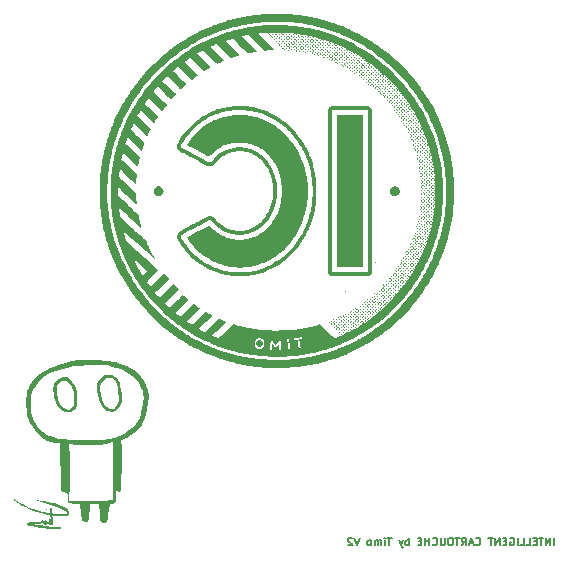
<source format=gbr>
%TF.GenerationSoftware,KiCad,Pcbnew,9.0.1*%
%TF.CreationDate,2025-09-05T18:40:03+02:00*%
%TF.ProjectId,cartouche v1,63617274-6f75-4636-9865-2076312e6b69,rev?*%
%TF.SameCoordinates,Original*%
%TF.FileFunction,Legend,Bot*%
%TF.FilePolarity,Positive*%
%FSLAX46Y46*%
G04 Gerber Fmt 4.6, Leading zero omitted, Abs format (unit mm)*
G04 Created by KiCad (PCBNEW 9.0.1) date 2025-09-05 18:40:03*
%MOMM*%
%LPD*%
G01*
G04 APERTURE LIST*
%ADD10C,0.000000*%
%ADD11C,0.152400*%
G04 APERTURE END LIST*
D10*
G36*
X162364100Y-93888300D02*
G01*
X162383500Y-93911600D01*
X162377900Y-93940500D01*
X162372400Y-93969400D01*
X162339500Y-93974200D01*
X162306600Y-93978900D01*
X162285500Y-93939500D01*
X162264400Y-93900200D01*
X162275300Y-93882600D01*
X162286200Y-93864900D01*
X162315400Y-93864900D01*
X162344700Y-93864900D01*
X162364100Y-93888300D01*
G37*
G36*
X162658600Y-94783300D02*
G01*
X162686600Y-94799000D01*
X162686600Y-94828400D01*
X162686600Y-94857800D01*
X162662400Y-94877800D01*
X162638300Y-94897800D01*
X162614100Y-94877800D01*
X162590000Y-94857800D01*
X162590000Y-94829500D01*
X162590000Y-94801300D01*
X162610300Y-94784500D01*
X162630600Y-94767700D01*
X162658600Y-94783300D01*
G37*
G36*
X161953700Y-102737100D02*
G01*
X161963200Y-102767000D01*
X161953500Y-102792100D01*
X161943900Y-102817300D01*
X161918900Y-102826800D01*
X161894000Y-102836400D01*
X161871900Y-102818100D01*
X161849800Y-102799700D01*
X161849800Y-102772800D01*
X161849800Y-102745800D01*
X161869100Y-102726500D01*
X161888400Y-102707200D01*
X161916300Y-102707200D01*
X161944200Y-102707200D01*
X161953700Y-102737100D01*
G37*
G36*
X158514000Y-86994200D02*
G01*
X158524100Y-87020500D01*
X158507800Y-87046500D01*
X158491400Y-87072500D01*
X158469000Y-87076800D01*
X158446600Y-87081200D01*
X158425600Y-87047400D01*
X158404500Y-87013700D01*
X158423500Y-86990800D01*
X158442500Y-86968000D01*
X158473200Y-86968000D01*
X158503900Y-86968000D01*
X158514000Y-86994200D01*
G37*
G36*
X153044100Y-85660100D02*
G01*
X153064200Y-85668400D01*
X153064200Y-85697200D01*
X153064200Y-85726100D01*
X153040300Y-85745900D01*
X153016400Y-85765800D01*
X152990900Y-85756000D01*
X152965500Y-85746300D01*
X152970600Y-85702100D01*
X152975700Y-85658000D01*
X152999900Y-85654900D01*
X153024000Y-85651800D01*
X153044100Y-85660100D01*
G37*
G36*
X160671200Y-106333600D02*
G01*
X160691300Y-106355300D01*
X160691300Y-106378100D01*
X160691300Y-106401000D01*
X160667400Y-106420800D01*
X160643400Y-106440600D01*
X160619100Y-106431300D01*
X160594700Y-106422000D01*
X160594700Y-106381900D01*
X160594700Y-106341700D01*
X160622900Y-106326800D01*
X160651100Y-106311900D01*
X160671200Y-106333600D01*
G37*
G36*
X162396900Y-94202500D02*
G01*
X162396900Y-94250800D01*
X162380800Y-94250800D01*
X162364700Y-94250800D01*
X162364700Y-94202500D01*
X162364700Y-94154300D01*
X162380800Y-94154300D01*
X162396900Y-94154300D01*
X162396900Y-94202500D01*
G37*
G36*
X160873600Y-89374100D02*
G01*
X160884400Y-89384800D01*
X160884400Y-89422400D01*
X160884400Y-89459900D01*
X160854200Y-89459900D01*
X160824000Y-89459900D01*
X160804100Y-89436000D01*
X160784200Y-89412000D01*
X160793600Y-89387700D01*
X160802900Y-89363400D01*
X160832900Y-89363400D01*
X160862900Y-89363400D01*
X160873600Y-89374100D01*
G37*
G36*
X153949800Y-86269300D02*
G01*
X153970400Y-86294100D01*
X153955800Y-86307800D01*
X153941200Y-86321500D01*
X153905000Y-86307600D01*
X153868800Y-86293800D01*
X153868800Y-86269100D01*
X153868800Y-86244500D01*
X153899000Y-86244500D01*
X153929200Y-86244500D01*
X153949800Y-86269300D01*
G37*
G36*
X159940400Y-107348100D02*
G01*
X159951100Y-107358800D01*
X159951100Y-107395400D01*
X159951100Y-107431900D01*
X159934900Y-107441900D01*
X159918600Y-107452000D01*
X159886600Y-107441800D01*
X159854600Y-107431600D01*
X159854600Y-107403800D01*
X159854600Y-107375900D01*
X159873900Y-107356600D01*
X159893200Y-107337400D01*
X159911400Y-107337400D01*
X159929600Y-107337400D01*
X159940400Y-107348100D01*
G37*
G36*
X156681400Y-108932200D02*
G01*
X156700700Y-108951500D01*
X156700700Y-108978700D01*
X156700700Y-109005900D01*
X156676600Y-109015200D01*
X156652500Y-109024400D01*
X156628400Y-109015200D01*
X156604200Y-109005900D01*
X156604200Y-108969200D01*
X156604200Y-108932400D01*
X156629700Y-108922700D01*
X156655100Y-108912900D01*
X156658600Y-108912900D01*
X156662100Y-108912900D01*
X156681400Y-108932200D01*
G37*
G36*
X163825800Y-100347100D02*
G01*
X163845100Y-100366400D01*
X163845100Y-100393600D01*
X163845100Y-100420900D01*
X163821400Y-100429900D01*
X163797700Y-100439000D01*
X163773100Y-100414400D01*
X163748500Y-100389900D01*
X163748500Y-100378100D01*
X163748500Y-100366400D01*
X163767900Y-100347100D01*
X163787200Y-100327800D01*
X163796800Y-100327800D01*
X163806500Y-100327800D01*
X163825800Y-100347100D01*
G37*
G36*
X161954700Y-104508700D02*
G01*
X161965800Y-104543600D01*
X161939700Y-104569600D01*
X161913600Y-104595700D01*
X161885700Y-104578200D01*
X161857900Y-104560600D01*
X161857900Y-104522200D01*
X161857900Y-104483700D01*
X161900700Y-104478700D01*
X161943600Y-104473800D01*
X161954700Y-104508700D01*
G37*
G36*
X159255200Y-89197300D02*
G01*
X159275300Y-89205300D01*
X159275300Y-89252200D01*
X159275300Y-89299100D01*
X159245100Y-89299100D01*
X159214900Y-89299100D01*
X159193700Y-89273600D01*
X159172600Y-89248200D01*
X159188900Y-89222300D01*
X159205200Y-89196500D01*
X159220100Y-89192900D01*
X159235100Y-89189200D01*
X159255200Y-89197300D01*
G37*
G36*
X156982900Y-109236200D02*
G01*
X156993700Y-109270200D01*
X156970800Y-109293100D01*
X156947800Y-109316000D01*
X156920800Y-109305600D01*
X156893800Y-109295300D01*
X156893800Y-109248800D01*
X156893800Y-109202300D01*
X156933000Y-109202300D01*
X156972100Y-109202300D01*
X156982900Y-109236200D01*
G37*
G36*
X155653500Y-108768400D02*
G01*
X155662900Y-108768700D01*
X155684400Y-108782300D01*
X155705900Y-108796000D01*
X155700500Y-108834200D01*
X155695100Y-108872400D01*
X155665200Y-108878100D01*
X155635300Y-108883700D01*
X155618100Y-108866500D01*
X155600800Y-108849200D01*
X155622500Y-108808700D01*
X155644200Y-108768200D01*
X155653500Y-108768400D01*
G37*
G36*
X163701000Y-95232800D02*
G01*
X163718900Y-95266300D01*
X163692000Y-95296000D01*
X163665000Y-95325800D01*
X163643000Y-95317300D01*
X163621000Y-95308900D01*
X163611000Y-95277400D01*
X163601100Y-95246000D01*
X163620500Y-95222700D01*
X163639800Y-95199300D01*
X163661400Y-95199300D01*
X163683000Y-95199300D01*
X163701000Y-95232800D01*
G37*
G36*
X162984800Y-100907500D02*
G01*
X162995300Y-100924500D01*
X162985400Y-100963800D01*
X162975600Y-101003100D01*
X162944800Y-101003100D01*
X162914000Y-101003100D01*
X162902900Y-100968100D01*
X162891800Y-100933200D01*
X162920900Y-100911800D01*
X162950200Y-100890500D01*
X162962200Y-100890500D01*
X162974300Y-100890500D01*
X162984800Y-100907500D01*
G37*
G36*
X159733100Y-106566300D02*
G01*
X159750000Y-106566900D01*
X159771200Y-106590900D01*
X159792400Y-106614900D01*
X159787200Y-106640800D01*
X159782100Y-106666700D01*
X159755300Y-106683600D01*
X159728500Y-106700500D01*
X159703000Y-106679300D01*
X159677500Y-106658200D01*
X159677500Y-106631200D01*
X159677500Y-106604200D01*
X159696900Y-106584900D01*
X159716200Y-106565700D01*
X159733100Y-106566300D01*
G37*
G36*
X160659100Y-104660600D02*
G01*
X160659100Y-104700700D01*
X160626900Y-104700700D01*
X160594700Y-104700700D01*
X160594700Y-104670300D01*
X160594700Y-104639900D01*
X160620200Y-104630100D01*
X160645600Y-104620300D01*
X160652400Y-104620300D01*
X160659100Y-104620300D01*
X160659100Y-104660600D01*
G37*
G36*
X163295500Y-98619700D02*
G01*
X163310300Y-98647800D01*
X163296600Y-98684000D01*
X163283000Y-98720200D01*
X163265200Y-98720200D01*
X163247400Y-98720200D01*
X163224400Y-98697200D01*
X163201400Y-98674200D01*
X163201400Y-98652200D01*
X163201400Y-98630100D01*
X163220700Y-98610800D01*
X163240100Y-98591500D01*
X163260400Y-98591500D01*
X163280800Y-98591500D01*
X163295500Y-98619700D01*
G37*
G36*
X162938200Y-99098000D02*
G01*
X162947400Y-99122100D01*
X162938200Y-99146200D01*
X162928900Y-99170300D01*
X162904300Y-99170300D01*
X162879600Y-99170300D01*
X162879600Y-99122100D01*
X162879600Y-99073800D01*
X162904300Y-99073800D01*
X162928900Y-99073800D01*
X162938200Y-99098000D01*
G37*
G36*
X161919200Y-91937300D02*
G01*
X161928100Y-91971000D01*
X161919400Y-91993500D01*
X161910700Y-92016100D01*
X161880800Y-92016100D01*
X161850900Y-92016100D01*
X161833200Y-91982900D01*
X161815400Y-91949700D01*
X161834600Y-91926600D01*
X161853800Y-91903600D01*
X161882100Y-91903600D01*
X161910400Y-91903600D01*
X161919200Y-91937300D01*
G37*
G36*
X159690400Y-88771800D02*
G01*
X159709700Y-88791100D01*
X159709700Y-88818000D01*
X159709700Y-88845000D01*
X159688500Y-88862600D01*
X159667300Y-88880200D01*
X159632200Y-88855600D01*
X159597100Y-88831000D01*
X159597100Y-88814700D01*
X159597100Y-88798400D01*
X159620100Y-88775400D01*
X159643100Y-88752500D01*
X159657100Y-88752500D01*
X159671100Y-88752500D01*
X159690400Y-88771800D01*
G37*
G36*
X158212700Y-86991300D02*
G01*
X158232000Y-87014600D01*
X158221600Y-87047600D01*
X158211100Y-87080500D01*
X158182800Y-87080500D01*
X158154400Y-87080500D01*
X158132300Y-87039300D01*
X158110200Y-86998000D01*
X158133600Y-86983200D01*
X158157000Y-86968400D01*
X158175100Y-86968200D01*
X158193200Y-86968000D01*
X158212700Y-86991300D01*
G37*
G36*
X162976200Y-95119400D02*
G01*
X162976200Y-95168200D01*
X162951800Y-95177500D01*
X162927500Y-95186800D01*
X162903600Y-95167000D01*
X162879600Y-95147100D01*
X162879600Y-95118700D01*
X162879600Y-95090200D01*
X162905100Y-95080400D01*
X162930600Y-95070700D01*
X162953400Y-95070700D01*
X162976200Y-95070700D01*
X162976200Y-95119400D01*
G37*
G36*
X163120000Y-95238300D02*
G01*
X163138900Y-95261100D01*
X163118100Y-95294500D01*
X163097200Y-95327900D01*
X163077500Y-95327900D01*
X163057800Y-95327900D01*
X163041200Y-95296900D01*
X163024600Y-95265900D01*
X163034300Y-95240700D01*
X163044000Y-95215400D01*
X163072500Y-95215400D01*
X163101000Y-95215400D01*
X163120000Y-95238300D01*
G37*
G36*
X162364700Y-103470800D02*
G01*
X162384600Y-103494800D01*
X162358300Y-103535000D01*
X162331900Y-103575200D01*
X162300000Y-103555400D01*
X162268200Y-103535500D01*
X162268200Y-103510400D01*
X162268200Y-103485300D01*
X162287500Y-103466000D01*
X162306800Y-103446700D01*
X162325800Y-103446700D01*
X162344700Y-103446700D01*
X162364700Y-103470800D01*
G37*
G36*
X161026000Y-90701000D02*
G01*
X161045300Y-90720300D01*
X161045300Y-90742300D01*
X161045300Y-90764400D01*
X161022300Y-90787400D01*
X160999300Y-90810300D01*
X160990500Y-90810300D01*
X160981700Y-90810300D01*
X160956800Y-90772400D01*
X160931900Y-90734500D01*
X160942000Y-90708100D01*
X160952200Y-90681700D01*
X160979400Y-90681700D01*
X161006700Y-90681700D01*
X161026000Y-90701000D01*
G37*
G36*
X163717400Y-97307300D02*
G01*
X163735600Y-97341300D01*
X163711700Y-97365200D01*
X163687700Y-97389100D01*
X163653800Y-97378300D01*
X163619800Y-97367500D01*
X163619800Y-97339700D01*
X163619800Y-97311800D01*
X163639100Y-97292500D01*
X163658400Y-97273200D01*
X163678800Y-97273200D01*
X163699100Y-97273200D01*
X163717400Y-97307300D01*
G37*
G36*
X158582300Y-107681700D02*
G01*
X158601300Y-107704600D01*
X158580400Y-107738000D01*
X158559500Y-107771400D01*
X158539900Y-107771400D01*
X158520100Y-107771400D01*
X158503500Y-107740400D01*
X158486900Y-107709400D01*
X158496700Y-107684200D01*
X158506400Y-107658900D01*
X158534900Y-107658900D01*
X158563400Y-107658900D01*
X158582300Y-107681700D01*
G37*
G36*
X151591900Y-85729900D02*
G01*
X151602000Y-85761900D01*
X151592000Y-85778100D01*
X151582000Y-85794300D01*
X151551800Y-85794300D01*
X151521700Y-85794300D01*
X151511500Y-85762300D01*
X151501300Y-85730300D01*
X151511400Y-85714100D01*
X151521400Y-85697900D01*
X151551600Y-85697900D01*
X151581700Y-85697900D01*
X151591900Y-85729900D01*
G37*
G36*
X162377600Y-101761900D02*
G01*
X162396900Y-101781200D01*
X162396900Y-101799000D01*
X162396900Y-101816800D01*
X162374500Y-101847500D01*
X162352100Y-101878000D01*
X162326200Y-101856600D01*
X162300400Y-101835100D01*
X162300400Y-101798600D01*
X162300400Y-101762100D01*
X162325800Y-101752400D01*
X162351300Y-101742600D01*
X162354800Y-101742600D01*
X162358300Y-101742600D01*
X162377600Y-101761900D01*
G37*
G36*
X154342300Y-86350100D02*
G01*
X154367600Y-86375400D01*
X154367600Y-86389400D01*
X154367600Y-86403400D01*
X154352800Y-86412500D01*
X154338100Y-86421600D01*
X154296500Y-86405800D01*
X154255000Y-86390000D01*
X154255000Y-86357400D01*
X154255000Y-86324900D01*
X154286000Y-86324900D01*
X154317000Y-86324900D01*
X154342300Y-86350100D01*
G37*
G36*
X156828800Y-109080900D02*
G01*
X156848200Y-109104300D01*
X156837800Y-109137200D01*
X156827300Y-109170100D01*
X156802000Y-109170100D01*
X156776700Y-109170100D01*
X156756300Y-109142200D01*
X156735900Y-109114300D01*
X156751100Y-109085900D01*
X156766200Y-109057600D01*
X156787800Y-109057600D01*
X156809500Y-109057600D01*
X156828800Y-109080900D01*
G37*
G36*
X161198200Y-104610300D02*
G01*
X161229100Y-104632900D01*
X161209400Y-104676000D01*
X161189700Y-104719100D01*
X161163500Y-104713900D01*
X161137200Y-104708800D01*
X161119600Y-104680900D01*
X161102100Y-104653000D01*
X161134700Y-104620400D01*
X161167300Y-104587800D01*
X161198200Y-104610300D01*
G37*
G36*
X156328900Y-87182900D02*
G01*
X156347200Y-87204800D01*
X156325000Y-87223300D01*
X156302800Y-87241600D01*
X156283100Y-87218000D01*
X156263500Y-87194400D01*
X156273900Y-87177700D01*
X156284300Y-87160900D01*
X156297500Y-87160900D01*
X156310600Y-87160900D01*
X156328900Y-87182900D01*
G37*
G36*
X158502100Y-87280600D02*
G01*
X158539800Y-87320700D01*
X158518700Y-87346100D01*
X158497700Y-87371400D01*
X158465700Y-87366600D01*
X158433800Y-87361800D01*
X158416300Y-87333900D01*
X158398800Y-87306000D01*
X158431600Y-87273200D01*
X158464400Y-87240500D01*
X158502100Y-87280600D01*
G37*
G36*
X161462900Y-91155100D02*
G01*
X161483300Y-91179700D01*
X161473200Y-91220100D01*
X161463000Y-91260500D01*
X161441700Y-91260500D01*
X161420300Y-91260500D01*
X161390400Y-91227400D01*
X161360400Y-91194300D01*
X161377500Y-91167100D01*
X161394700Y-91139900D01*
X161418600Y-91135200D01*
X161442500Y-91130500D01*
X161462900Y-91155100D01*
G37*
G36*
X162482700Y-103882100D02*
G01*
X162485400Y-103883400D01*
X162505500Y-103891500D01*
X162525600Y-103899600D01*
X162525600Y-103944500D01*
X162525600Y-103989400D01*
X162501500Y-104009400D01*
X162477400Y-104029400D01*
X162453200Y-104009400D01*
X162429100Y-103989400D01*
X162429100Y-103944900D01*
X162429100Y-103900300D01*
X162454500Y-103890600D01*
X162480000Y-103880800D01*
X162482700Y-103882100D01*
G37*
G36*
X157708200Y-108536400D02*
G01*
X157718600Y-108578000D01*
X157693200Y-108603400D01*
X157667800Y-108628800D01*
X157642900Y-108608100D01*
X157617900Y-108587400D01*
X157617900Y-108560400D01*
X157617900Y-108533500D01*
X157637200Y-108514200D01*
X157656500Y-108494900D01*
X157677100Y-108494900D01*
X157697800Y-108494900D01*
X157708200Y-108536400D01*
G37*
G36*
X153191800Y-85229500D02*
G01*
X153208900Y-85261500D01*
X153199200Y-85286800D01*
X153189500Y-85312000D01*
X153161000Y-85312000D01*
X153132500Y-85312000D01*
X153111400Y-85286600D01*
X153090200Y-85261100D01*
X153107100Y-85234300D01*
X153124000Y-85207500D01*
X153149300Y-85202500D01*
X153174700Y-85197600D01*
X153191800Y-85229500D01*
G37*
G36*
X162331900Y-91492800D02*
G01*
X162351300Y-91516200D01*
X162340800Y-91549100D01*
X162330400Y-91582000D01*
X162302000Y-91582000D01*
X162273600Y-91582000D01*
X162251500Y-91540800D01*
X162229400Y-91499500D01*
X162252800Y-91484700D01*
X162276200Y-91470000D01*
X162294400Y-91469700D01*
X162312500Y-91469500D01*
X162331900Y-91492800D01*
G37*
G36*
X163254400Y-94775300D02*
G01*
X163265800Y-94786700D01*
X163265800Y-94822500D01*
X163265800Y-94858300D01*
X163239600Y-94868300D01*
X163213500Y-94878300D01*
X163190600Y-94859400D01*
X163167700Y-94840400D01*
X163172500Y-94806800D01*
X163177300Y-94773300D01*
X163210200Y-94768600D01*
X163243000Y-94763900D01*
X163254400Y-94775300D01*
G37*
G36*
X162659400Y-94478300D02*
G01*
X162686600Y-94493500D01*
X162686600Y-94531200D01*
X162686600Y-94568900D01*
X162662400Y-94578100D01*
X162638300Y-94587400D01*
X162614100Y-94578100D01*
X162590000Y-94568900D01*
X162590000Y-94524100D01*
X162590000Y-94479300D01*
X162611100Y-94471200D01*
X162632200Y-94463100D01*
X162659400Y-94478300D01*
G37*
G36*
X160285800Y-89366600D02*
G01*
X160305100Y-89385900D01*
X160305100Y-89421200D01*
X160305100Y-89456400D01*
X160279500Y-89466200D01*
X160253900Y-89476100D01*
X160239400Y-89467100D01*
X160224800Y-89458100D01*
X160208700Y-89427900D01*
X160192500Y-89397800D01*
X160217800Y-89372600D01*
X160243000Y-89347300D01*
X160254800Y-89347300D01*
X160266500Y-89347300D01*
X160285800Y-89366600D01*
G37*
G36*
X153923600Y-85949100D02*
G01*
X153933700Y-85975300D01*
X153915400Y-85997300D01*
X153897000Y-86019400D01*
X153868500Y-86019400D01*
X153840000Y-86019400D01*
X153830800Y-85995300D01*
X153821500Y-85971200D01*
X153830800Y-85947100D01*
X153840000Y-85923000D01*
X153876800Y-85923000D01*
X153913600Y-85923000D01*
X153923600Y-85949100D01*
G37*
G36*
X140795000Y-97425000D02*
G01*
X140811100Y-97431200D01*
X140856200Y-97441200D01*
X140901500Y-97451200D01*
X140974100Y-97518000D01*
X141046600Y-97584900D01*
X141084900Y-97650100D01*
X141123200Y-97715300D01*
X141133900Y-97782500D01*
X141144600Y-97849600D01*
X141116300Y-97939600D01*
X141088000Y-98029600D01*
X141026300Y-98099600D01*
X140964600Y-98169700D01*
X140892000Y-98203800D01*
X140819400Y-98237800D01*
X140716700Y-98237800D01*
X140613900Y-98237800D01*
X140557900Y-98214500D01*
X140501900Y-98191100D01*
X140449100Y-98130900D01*
X140396200Y-98070800D01*
X140358200Y-97985000D01*
X140320300Y-97899300D01*
X140320300Y-97819900D01*
X140320300Y-97740400D01*
X140358300Y-97655500D01*
X140396400Y-97570700D01*
X140434800Y-97536100D01*
X140473100Y-97501400D01*
X140532300Y-97468600D01*
X140591500Y-97435900D01*
X140685200Y-97427300D01*
X140778900Y-97418800D01*
X140795000Y-97425000D01*
G37*
G36*
X161623900Y-92216300D02*
G01*
X161643300Y-92239600D01*
X161632800Y-92272500D01*
X161622400Y-92305500D01*
X161595100Y-92305500D01*
X161567900Y-92305500D01*
X161547400Y-92272700D01*
X161526900Y-92239900D01*
X161550500Y-92216400D01*
X161574000Y-92192900D01*
X161589300Y-92192900D01*
X161604500Y-92192900D01*
X161623900Y-92216300D01*
G37*
G36*
X161145900Y-89965400D02*
G01*
X161174000Y-89985900D01*
X161174000Y-90020800D01*
X161174000Y-90055700D01*
X161149700Y-90065100D01*
X161125300Y-90074400D01*
X161101400Y-90054500D01*
X161077500Y-90034700D01*
X161077500Y-90006500D01*
X161077500Y-89978300D01*
X161097600Y-89961600D01*
X161117800Y-89944800D01*
X161145900Y-89965400D01*
G37*
G36*
X162347900Y-93277200D02*
G01*
X162367200Y-93300500D01*
X162361900Y-93337500D01*
X162356700Y-93374600D01*
X162316500Y-93374600D01*
X162276200Y-93374600D01*
X162270900Y-93328100D01*
X162265600Y-93281600D01*
X162287000Y-93268000D01*
X162308400Y-93254500D01*
X162318500Y-93254300D01*
X162328600Y-93254000D01*
X162347900Y-93277200D01*
G37*
G36*
X159779600Y-106894900D02*
G01*
X159803400Y-106918800D01*
X159794900Y-106951200D01*
X159786400Y-106983700D01*
X159759400Y-106983700D01*
X159732300Y-106983700D01*
X159713000Y-106964400D01*
X159693700Y-106945100D01*
X159693700Y-106917900D01*
X159693700Y-106890700D01*
X159719100Y-106880900D01*
X159744600Y-106871100D01*
X159750100Y-106871100D01*
X159755700Y-106871100D01*
X159779600Y-106894900D01*
G37*
G36*
X160224600Y-90386200D02*
G01*
X160224600Y-90412400D01*
X160200500Y-90392300D01*
X160176400Y-90372300D01*
X160176400Y-90366300D01*
X160176400Y-90360200D01*
X160200500Y-90360200D01*
X160224600Y-90360200D01*
X160224600Y-90386200D01*
G37*
G36*
X163401900Y-94345000D02*
G01*
X163411400Y-94374900D01*
X163401200Y-94401200D01*
X163391100Y-94427600D01*
X163361200Y-94427600D01*
X163331300Y-94427600D01*
X163313500Y-94394400D01*
X163295800Y-94361300D01*
X163314900Y-94338200D01*
X163334100Y-94315100D01*
X163363200Y-94315100D01*
X163392400Y-94315100D01*
X163401900Y-94345000D01*
G37*
G36*
X160497200Y-105311100D02*
G01*
X160518600Y-105324300D01*
X160508100Y-105366200D01*
X160497600Y-105408100D01*
X160467700Y-105408100D01*
X160437800Y-105408100D01*
X160418300Y-105384700D01*
X160398900Y-105361300D01*
X160409200Y-105344600D01*
X160419500Y-105327900D01*
X160447600Y-105312900D01*
X160475800Y-105297800D01*
X160497200Y-105311100D01*
G37*
G36*
X159260300Y-107507500D02*
G01*
X159281500Y-107533000D01*
X159264700Y-107559800D01*
X159247900Y-107586500D01*
X159213300Y-107591700D01*
X159178700Y-107596800D01*
X159178700Y-107558700D01*
X159178700Y-107520600D01*
X159198000Y-107501300D01*
X159217300Y-107482000D01*
X159228300Y-107482000D01*
X159239200Y-107482000D01*
X159260300Y-107507500D01*
G37*
G36*
X158363500Y-86834000D02*
G01*
X158374200Y-86844700D01*
X158374200Y-86883300D01*
X158374200Y-86922000D01*
X158339700Y-86916800D01*
X158305100Y-86911700D01*
X158287400Y-86883100D01*
X158269600Y-86854500D01*
X158293800Y-86839100D01*
X158317900Y-86823700D01*
X158335300Y-86823500D01*
X158352800Y-86823300D01*
X158363500Y-86834000D01*
G37*
G36*
X162505900Y-94028400D02*
G01*
X162525600Y-94048200D01*
X162525600Y-94083500D01*
X162525600Y-94118700D01*
X162499500Y-94128800D01*
X162473300Y-94138800D01*
X162450400Y-94119800D01*
X162427500Y-94100800D01*
X162432300Y-94059400D01*
X162437100Y-94017900D01*
X162461600Y-94013300D01*
X162486100Y-94008700D01*
X162505900Y-94028400D01*
G37*
G36*
X155676800Y-109065600D02*
G01*
X155686000Y-109089700D01*
X155676800Y-109113900D01*
X155667500Y-109138000D01*
X155638700Y-109138000D01*
X155610000Y-109138000D01*
X155600700Y-109113900D01*
X155591500Y-109089700D01*
X155600700Y-109065600D01*
X155610000Y-109041500D01*
X155638700Y-109041500D01*
X155667500Y-109041500D01*
X155676800Y-109065600D01*
G37*
G36*
X163684200Y-101081300D02*
G01*
X163684200Y-101129800D01*
X163666500Y-101140700D01*
X163648900Y-101151600D01*
X163622600Y-101125200D01*
X163596200Y-101098900D01*
X163613800Y-101071100D01*
X163631300Y-101043300D01*
X163657700Y-101038100D01*
X163684200Y-101032900D01*
X163684200Y-101081300D01*
G37*
G36*
X162830500Y-94949100D02*
G01*
X162849700Y-94972200D01*
X162831900Y-95005400D01*
X162814100Y-95038600D01*
X162791100Y-95038600D01*
X162768100Y-95038600D01*
X162751500Y-95007500D01*
X162734900Y-94976600D01*
X162744600Y-94951300D01*
X162754400Y-94926000D01*
X162782800Y-94926000D01*
X162811300Y-94926000D01*
X162830500Y-94949100D01*
G37*
G36*
X160441100Y-89232500D02*
G01*
X160450600Y-89262400D01*
X160440500Y-89288800D01*
X160430400Y-89315200D01*
X160409900Y-89315200D01*
X160389500Y-89315200D01*
X160370100Y-89291800D01*
X160350700Y-89268500D01*
X160361200Y-89235600D01*
X160371600Y-89202600D01*
X160401700Y-89202600D01*
X160431600Y-89202600D01*
X160441100Y-89232500D01*
G37*
G36*
X160948700Y-106371000D02*
G01*
X160948700Y-106417500D01*
X160922600Y-106427600D01*
X160896400Y-106437600D01*
X160875700Y-106409400D01*
X160855100Y-106381200D01*
X160870300Y-106352900D01*
X160885500Y-106324500D01*
X160917100Y-106324500D01*
X160948700Y-106324500D01*
X160948700Y-106371000D01*
G37*
G36*
X157642300Y-87595800D02*
G01*
X157653400Y-87630700D01*
X157626600Y-87657000D01*
X157599900Y-87683400D01*
X157576300Y-87651500D01*
X157552600Y-87619700D01*
X157557300Y-87595300D01*
X157561900Y-87570800D01*
X157596600Y-87565900D01*
X157631300Y-87560900D01*
X157642300Y-87595800D01*
G37*
G36*
X156536600Y-108771400D02*
G01*
X156555900Y-108790700D01*
X156555900Y-108817700D01*
X156555900Y-108844600D01*
X156530900Y-108865400D01*
X156505900Y-108886100D01*
X156471600Y-108851800D01*
X156437300Y-108817500D01*
X156466900Y-108784800D01*
X156496600Y-108752100D01*
X156506900Y-108752100D01*
X156517300Y-108752100D01*
X156536600Y-108771400D01*
G37*
G36*
X156545200Y-109068300D02*
G01*
X156555900Y-109079000D01*
X156555900Y-109099300D01*
X156555900Y-109119600D01*
X156530600Y-109144900D01*
X156505400Y-109170100D01*
X156494300Y-109170100D01*
X156483200Y-109170100D01*
X156462300Y-109136700D01*
X156441500Y-109103300D01*
X156460400Y-109080400D01*
X156479400Y-109057600D01*
X156506900Y-109057600D01*
X156534500Y-109057600D01*
X156545200Y-109068300D01*
G37*
G36*
X159146600Y-107410200D02*
G01*
X159146600Y-107450900D01*
X159121200Y-107460600D01*
X159095800Y-107470400D01*
X159070300Y-107444900D01*
X159044700Y-107419400D01*
X159065400Y-107394400D01*
X159086100Y-107369500D01*
X159116400Y-107369500D01*
X159146600Y-107369500D01*
X159146600Y-107410200D01*
G37*
G36*
X162051500Y-92386400D02*
G01*
X162081800Y-92419900D01*
X162064600Y-92447100D01*
X162047400Y-92474300D01*
X162018800Y-92474300D01*
X161990100Y-92474300D01*
X161972300Y-92446100D01*
X161954600Y-92418000D01*
X161971700Y-92390800D01*
X161988900Y-92363700D01*
X162005000Y-92358300D01*
X162021100Y-92352900D01*
X162051500Y-92386400D01*
G37*
G36*
X152146400Y-85094200D02*
G01*
X152165800Y-85117600D01*
X152155000Y-85151400D01*
X152144300Y-85185300D01*
X152109500Y-85180300D01*
X152074600Y-85175400D01*
X152069200Y-85137000D01*
X152063800Y-85098600D01*
X152085300Y-85085000D01*
X152106800Y-85071400D01*
X152116900Y-85071100D01*
X152127000Y-85070900D01*
X152146400Y-85094200D01*
G37*
G36*
X155394200Y-109060800D02*
G01*
X155413500Y-109080100D01*
X155413500Y-109109000D01*
X155413500Y-109138000D01*
X155384500Y-109138000D01*
X155355600Y-109138000D01*
X155336300Y-109118700D01*
X155317000Y-109099400D01*
X155317000Y-109070400D01*
X155317000Y-109041500D01*
X155345900Y-109041500D01*
X155374900Y-109041500D01*
X155394200Y-109060800D01*
G37*
G36*
X154906200Y-85193400D02*
G01*
X154932300Y-85219400D01*
X154904900Y-85249600D01*
X154877500Y-85279900D01*
X154862700Y-85279900D01*
X154848000Y-85279900D01*
X154825000Y-85256900D01*
X154802000Y-85233900D01*
X154802000Y-85225900D01*
X154802000Y-85217800D01*
X154827300Y-85192600D01*
X154852600Y-85167400D01*
X154866400Y-85167400D01*
X154880200Y-85167400D01*
X154906200Y-85193400D01*
G37*
G36*
X164007000Y-96728500D02*
G01*
X164025200Y-96762500D01*
X164001300Y-96786400D01*
X163977400Y-96810300D01*
X163943400Y-96799500D01*
X163909400Y-96788700D01*
X163909400Y-96741600D01*
X163909400Y-96694500D01*
X163949100Y-96694500D01*
X163988800Y-96694500D01*
X164007000Y-96728500D01*
G37*
G36*
X157195900Y-87420800D02*
G01*
X157215700Y-87440600D01*
X157215700Y-87468500D01*
X157215700Y-87496300D01*
X157181700Y-87507100D01*
X157147700Y-87517900D01*
X157121600Y-87491800D01*
X157095500Y-87465700D01*
X157113100Y-87437900D01*
X157130600Y-87410100D01*
X157153400Y-87405600D01*
X157176100Y-87401100D01*
X157195900Y-87420800D01*
G37*
G36*
X160312400Y-89972100D02*
G01*
X160321900Y-90001900D01*
X160311800Y-90028300D01*
X160301700Y-90054700D01*
X160271800Y-90054700D01*
X160241900Y-90054700D01*
X160224100Y-90021500D01*
X160206300Y-89988300D01*
X160225500Y-89965300D01*
X160244700Y-89942200D01*
X160273800Y-89942200D01*
X160302900Y-89942200D01*
X160312400Y-89972100D01*
G37*
G36*
X152409800Y-85650900D02*
G01*
X152412500Y-85652200D01*
X152432700Y-85660300D01*
X152452800Y-85668400D01*
X152452800Y-85696000D01*
X152452800Y-85723600D01*
X152434200Y-85742100D01*
X152415700Y-85760700D01*
X152385900Y-85744800D01*
X152356200Y-85728900D01*
X152356200Y-85699000D01*
X152356200Y-85669200D01*
X152381700Y-85659400D01*
X152407100Y-85649600D01*
X152409800Y-85650900D01*
G37*
G36*
X162718400Y-100640900D02*
G01*
X162737500Y-100663900D01*
X162727000Y-100696800D01*
X162716600Y-100729800D01*
X162687200Y-100729800D01*
X162657800Y-100729800D01*
X162648000Y-100704300D01*
X162638300Y-100678900D01*
X162638300Y-100664700D01*
X162638300Y-100650500D01*
X162668800Y-100634200D01*
X162699300Y-100617900D01*
X162718400Y-100640900D01*
G37*
G36*
X159243100Y-108093000D02*
G01*
X159243100Y-108141200D01*
X159211900Y-108141200D01*
X159180600Y-108141200D01*
X159170600Y-108125000D01*
X159160600Y-108108800D01*
X159170700Y-108076700D01*
X159180900Y-108044700D01*
X159212000Y-108044700D01*
X159243100Y-108044700D01*
X159243100Y-108093000D01*
G37*
G36*
X163713500Y-100209500D02*
G01*
X163728200Y-100235900D01*
X163720400Y-100265800D01*
X163712600Y-100295700D01*
X163686200Y-100295700D01*
X163659700Y-100295700D01*
X163638900Y-100262300D01*
X163618000Y-100228900D01*
X163636900Y-100206000D01*
X163655900Y-100183100D01*
X163677300Y-100183100D01*
X163698700Y-100183100D01*
X163713500Y-100209500D01*
G37*
G36*
X163990600Y-96422400D02*
G01*
X164008500Y-96455800D01*
X163999700Y-96478700D01*
X163990900Y-96501500D01*
X163952100Y-96501500D01*
X163913200Y-96501500D01*
X163906200Y-96464800D01*
X163899100Y-96428000D01*
X163905600Y-96408500D01*
X163912100Y-96389000D01*
X163942400Y-96389000D01*
X163972700Y-96389000D01*
X163990600Y-96422400D01*
G37*
G36*
X162634300Y-93280500D02*
G01*
X162654400Y-93288900D01*
X162654400Y-93325700D01*
X162654400Y-93362600D01*
X162630200Y-93382600D01*
X162606100Y-93402600D01*
X162581100Y-93381900D01*
X162556200Y-93361300D01*
X162561000Y-93319800D01*
X162565900Y-93278400D01*
X162590000Y-93275300D01*
X162614100Y-93272300D01*
X162634300Y-93280500D01*
G37*
G36*
X158277300Y-107666500D02*
G01*
X158296400Y-107689500D01*
X158290900Y-107718200D01*
X158285300Y-107746900D01*
X158255200Y-107752700D01*
X158225200Y-107758500D01*
X158211400Y-107736800D01*
X158197700Y-107715200D01*
X158197400Y-107695600D01*
X158197200Y-107676100D01*
X158227700Y-107659800D01*
X158258200Y-107643500D01*
X158277300Y-107666500D01*
G37*
G36*
X162686600Y-101244200D02*
G01*
X162686600Y-101292400D01*
X162679800Y-101292400D01*
X162673100Y-101292400D01*
X162648900Y-101301700D01*
X162624700Y-101311000D01*
X162606200Y-101276600D01*
X162587800Y-101242200D01*
X162606900Y-101219100D01*
X162626100Y-101196000D01*
X162656300Y-101196000D01*
X162686600Y-101196000D01*
X162686600Y-101244200D01*
G37*
G36*
X163851500Y-96568300D02*
G01*
X163875700Y-96603000D01*
X163859800Y-96632600D01*
X163844000Y-96662300D01*
X163812600Y-96662300D01*
X163781300Y-96662300D01*
X163771200Y-96621900D01*
X163761000Y-96581500D01*
X163780900Y-96557600D01*
X163800800Y-96533700D01*
X163814000Y-96533700D01*
X163827200Y-96533700D01*
X163851500Y-96568300D01*
G37*
G36*
X156359600Y-86328100D02*
G01*
X156378900Y-86347400D01*
X156378900Y-86374300D01*
X156378900Y-86401300D01*
X156353000Y-86422900D01*
X156327000Y-86444400D01*
X156296900Y-86407300D01*
X156266800Y-86370100D01*
X156283200Y-86339500D01*
X156299600Y-86308800D01*
X156320000Y-86308800D01*
X156340300Y-86308800D01*
X156359600Y-86328100D01*
G37*
G36*
X155788900Y-85467400D02*
G01*
X155799700Y-85478100D01*
X155799700Y-85513900D01*
X155799700Y-85549800D01*
X155773500Y-85559800D01*
X155747300Y-85569800D01*
X155725200Y-85551500D01*
X155703100Y-85533200D01*
X155703100Y-85504700D01*
X155703100Y-85476200D01*
X155728600Y-85466500D01*
X155754000Y-85456700D01*
X155766100Y-85456700D01*
X155778200Y-85456700D01*
X155788900Y-85467400D01*
G37*
G36*
X157493900Y-86865400D02*
G01*
X157505300Y-86876800D01*
X157505300Y-86912600D01*
X157505300Y-86948400D01*
X157481600Y-86957500D01*
X157457900Y-86966600D01*
X157432500Y-86941200D01*
X157407100Y-86915800D01*
X157412100Y-86889600D01*
X157417100Y-86863400D01*
X157449800Y-86858700D01*
X157482500Y-86854000D01*
X157493900Y-86865400D01*
G37*
G36*
X152303100Y-85535300D02*
G01*
X152322100Y-85565800D01*
X152301300Y-85594200D01*
X152280400Y-85622700D01*
X152253600Y-85612400D01*
X152226800Y-85602200D01*
X152217300Y-85577500D01*
X152207800Y-85552800D01*
X152227700Y-85528900D01*
X152247500Y-85504900D01*
X152265800Y-85504900D01*
X152284100Y-85504900D01*
X152303100Y-85535300D01*
G37*
G36*
X160899600Y-105151500D02*
G01*
X160908500Y-105152100D01*
X160928600Y-105175000D01*
X160948700Y-105197800D01*
X160948700Y-105220600D01*
X160948700Y-105243400D01*
X160924600Y-105263400D01*
X160900500Y-105283400D01*
X160876300Y-105263400D01*
X160852200Y-105243400D01*
X160852200Y-105216500D01*
X160852200Y-105189500D01*
X160871500Y-105170200D01*
X160890800Y-105150900D01*
X160899600Y-105151500D01*
G37*
G36*
X159242500Y-87730800D02*
G01*
X159261900Y-87754200D01*
X159251100Y-87788000D01*
X159240300Y-87821900D01*
X159207200Y-87816900D01*
X159174000Y-87812000D01*
X159156200Y-87782900D01*
X159138500Y-87753800D01*
X159169800Y-87730700D01*
X159201000Y-87707500D01*
X159212000Y-87707500D01*
X159223100Y-87707500D01*
X159242500Y-87730800D01*
G37*
G36*
X157278900Y-107826300D02*
G01*
X157297200Y-107848400D01*
X157270700Y-107875000D01*
X157244100Y-107901500D01*
X157225900Y-107895400D01*
X157207600Y-107889300D01*
X157202600Y-107863600D01*
X157197600Y-107837900D01*
X157229100Y-107821100D01*
X157260600Y-107804300D01*
X157278900Y-107826300D01*
G37*
G36*
X157563400Y-109225300D02*
G01*
X157573100Y-109250500D01*
X157563400Y-109275700D01*
X157553700Y-109301000D01*
X157517400Y-109295900D01*
X157481200Y-109290700D01*
X157481200Y-109250500D01*
X157481200Y-109210300D01*
X157517400Y-109205200D01*
X157553700Y-109200000D01*
X157563400Y-109225300D01*
G37*
G36*
X153784600Y-86102600D02*
G01*
X153804400Y-86122300D01*
X153804400Y-86149500D01*
X153804400Y-86176700D01*
X153780300Y-86186000D01*
X153756100Y-86195200D01*
X153731100Y-86185700D01*
X153706100Y-86176100D01*
X153711000Y-86134100D01*
X153715900Y-86092000D01*
X153740400Y-86087400D01*
X153764900Y-86082800D01*
X153784600Y-86102600D01*
G37*
G36*
X163588000Y-98616100D02*
G01*
X163608500Y-98640700D01*
X163590300Y-98680400D01*
X163572200Y-98720200D01*
X163550500Y-98720200D01*
X163528700Y-98720200D01*
X163507500Y-98680500D01*
X163486200Y-98640900D01*
X163506700Y-98616200D01*
X163527200Y-98591500D01*
X163547400Y-98591500D01*
X163567600Y-98591500D01*
X163588000Y-98616100D01*
G37*
G36*
X161470300Y-91467900D02*
G01*
X161498000Y-91498500D01*
X161477000Y-91532200D01*
X161455900Y-91565900D01*
X161435300Y-91565900D01*
X161414700Y-91565900D01*
X161396800Y-91526800D01*
X161379000Y-91487600D01*
X161388600Y-91462500D01*
X161398300Y-91437300D01*
X161420400Y-91437300D01*
X161442600Y-91437300D01*
X161470300Y-91467900D01*
G37*
G36*
X159264500Y-107235500D02*
G01*
X159275300Y-107246300D01*
X159275300Y-107282000D01*
X159275300Y-107317800D01*
X159248400Y-107328100D01*
X159221500Y-107338400D01*
X159208400Y-107317800D01*
X159195300Y-107297200D01*
X159195100Y-107280300D01*
X159194800Y-107263400D01*
X159214100Y-107244100D01*
X159233500Y-107224800D01*
X159243600Y-107224800D01*
X159253800Y-107224800D01*
X159264500Y-107235500D01*
G37*
G36*
X147271500Y-95971000D02*
G01*
X147271500Y-95992400D01*
X147260800Y-95981700D01*
X147250100Y-95971000D01*
X147260800Y-95960300D01*
X147271500Y-95949600D01*
X147271500Y-95971000D01*
G37*
G36*
X160867100Y-90543600D02*
G01*
X160886800Y-90567400D01*
X160881600Y-90604500D01*
X160876300Y-90641500D01*
X160845900Y-90641500D01*
X160815500Y-90641500D01*
X160797700Y-90613400D01*
X160779900Y-90585200D01*
X160797100Y-90558100D01*
X160814200Y-90530900D01*
X160830800Y-90525400D01*
X160847300Y-90519900D01*
X160867100Y-90543600D01*
G37*
G36*
X159610600Y-106435100D02*
G01*
X159632100Y-106448700D01*
X159626700Y-106487100D01*
X159621200Y-106525500D01*
X159581000Y-106525500D01*
X159540800Y-106525500D01*
X159535400Y-106487100D01*
X159529900Y-106448700D01*
X159551400Y-106435100D01*
X159572900Y-106421500D01*
X159581000Y-106421500D01*
X159589100Y-106421500D01*
X159610600Y-106435100D01*
G37*
G36*
X155441600Y-85730600D02*
G01*
X155469800Y-85731300D01*
X155490500Y-85754700D01*
X155511200Y-85778200D01*
X155494000Y-85810400D01*
X155476700Y-85842600D01*
X155462300Y-85842600D01*
X155448000Y-85842600D01*
X155421800Y-85816400D01*
X155395500Y-85790200D01*
X155404500Y-85766800D01*
X155413500Y-85743500D01*
X155413500Y-85736700D01*
X155413500Y-85730000D01*
X155441600Y-85730600D01*
G37*
G36*
X162957600Y-101473300D02*
G01*
X162976200Y-101491800D01*
X162976200Y-101518800D01*
X162976200Y-101545700D01*
X162952200Y-101565600D01*
X162928300Y-101585400D01*
X162904000Y-101576100D01*
X162879600Y-101566800D01*
X162879600Y-101526600D01*
X162879600Y-101486500D01*
X162909300Y-101470600D01*
X162939100Y-101454700D01*
X162957600Y-101473300D01*
G37*
G36*
X163882500Y-99498300D02*
G01*
X163891200Y-99520900D01*
X163882300Y-99554600D01*
X163873500Y-99588300D01*
X163846400Y-99588300D01*
X163819300Y-99588300D01*
X163800000Y-99569000D01*
X163780700Y-99549700D01*
X163780700Y-99538000D01*
X163780700Y-99526300D01*
X163806000Y-99501000D01*
X163831300Y-99475800D01*
X163852500Y-99475800D01*
X163873800Y-99475800D01*
X163882500Y-99498300D01*
G37*
G36*
X160069100Y-105451000D02*
G01*
X160079800Y-105461700D01*
X160079800Y-105498300D01*
X160079800Y-105534900D01*
X160066500Y-105543100D01*
X160053200Y-105551300D01*
X160018300Y-105542100D01*
X159983300Y-105533000D01*
X159983300Y-105509600D01*
X159983300Y-105486200D01*
X160006300Y-105463200D01*
X160029300Y-105440300D01*
X160043800Y-105440300D01*
X160058400Y-105440300D01*
X160069100Y-105451000D01*
G37*
G36*
X164027400Y-99052400D02*
G01*
X164038200Y-99063100D01*
X164038200Y-99098900D01*
X164038200Y-99134700D01*
X164014000Y-99144000D01*
X163989900Y-99153200D01*
X163965800Y-99144000D01*
X163941600Y-99134700D01*
X163941600Y-99088200D01*
X163941600Y-99041700D01*
X163979200Y-99041700D01*
X164016700Y-99041700D01*
X164027400Y-99052400D01*
G37*
G36*
X160897300Y-91151200D02*
G01*
X160916600Y-91170400D01*
X160916600Y-91199400D01*
X160916600Y-91228300D01*
X160887600Y-91228300D01*
X160858600Y-91228300D01*
X160839300Y-91209000D01*
X160820000Y-91189700D01*
X160820000Y-91160800D01*
X160820000Y-91131900D01*
X160849000Y-91131900D01*
X160877900Y-91131900D01*
X160897300Y-91151200D01*
G37*
G36*
X157075600Y-86158200D02*
G01*
X157086900Y-86169500D01*
X157086900Y-86215000D01*
X157086900Y-86260600D01*
X157056700Y-86260600D01*
X157026500Y-86260600D01*
X157005400Y-86235100D01*
X156984200Y-86209600D01*
X157001100Y-86182800D01*
X157018000Y-86156100D01*
X157041200Y-86151500D01*
X157064400Y-86146900D01*
X157075600Y-86158200D01*
G37*
G36*
X157524300Y-107788800D02*
G01*
X157529400Y-107790000D01*
X157549500Y-107798200D01*
X157569700Y-107806200D01*
X157569700Y-107843400D01*
X157569700Y-107880500D01*
X157545500Y-107889800D01*
X157521400Y-107899000D01*
X157497200Y-107889800D01*
X157473100Y-107880500D01*
X157473100Y-107857000D01*
X157473100Y-107833400D01*
X157496100Y-107810500D01*
X157519100Y-107787500D01*
X157524300Y-107788800D01*
G37*
G36*
X152124800Y-85946300D02*
G01*
X152133800Y-85969600D01*
X152123800Y-85985800D01*
X152113800Y-86001900D01*
X152090200Y-85992900D01*
X152066600Y-85983800D01*
X152066600Y-85953400D01*
X152066600Y-85923000D01*
X152091200Y-85923000D01*
X152115900Y-85923000D01*
X152124800Y-85946300D01*
G37*
G36*
X156079500Y-86044700D02*
G01*
X156089200Y-86070000D01*
X156072600Y-86101000D01*
X156056000Y-86131900D01*
X156041600Y-86131900D01*
X156027200Y-86131900D01*
X156001000Y-86105800D01*
X155974800Y-86079600D01*
X155983800Y-86056200D01*
X155992800Y-86032900D01*
X155992800Y-86026100D01*
X155992800Y-86019400D01*
X156031300Y-86019400D01*
X156069800Y-86019400D01*
X156079500Y-86044700D01*
G37*
G36*
X157416800Y-107739300D02*
G01*
X157426700Y-107755300D01*
X157416800Y-107771400D01*
X157406900Y-107787500D01*
X157375600Y-107787500D01*
X157344400Y-107787500D01*
X157344400Y-107755300D01*
X157344400Y-107723200D01*
X157375600Y-107723200D01*
X157406900Y-107723200D01*
X157416800Y-107739300D01*
G37*
G36*
X155205400Y-86061000D02*
G01*
X155226600Y-86086400D01*
X155209800Y-86113200D01*
X155193000Y-86140000D01*
X155159800Y-86144900D01*
X155126600Y-86149900D01*
X155115200Y-86114000D01*
X155103800Y-86078100D01*
X155133000Y-86056800D01*
X155162200Y-86035500D01*
X155173200Y-86035500D01*
X155184300Y-86035500D01*
X155205400Y-86061000D01*
G37*
G36*
X162782400Y-103325400D02*
G01*
X162801800Y-103348700D01*
X162791400Y-103381700D01*
X162780900Y-103414600D01*
X162750900Y-103414600D01*
X162720900Y-103414600D01*
X162710400Y-103381700D01*
X162700000Y-103348700D01*
X162719400Y-103325400D01*
X162738800Y-103302100D01*
X162750900Y-103302100D01*
X162763100Y-103302100D01*
X162782400Y-103325400D01*
G37*
G36*
X153598200Y-85634200D02*
G01*
X153603300Y-85634800D01*
X153623400Y-85657600D01*
X153643500Y-85680400D01*
X153643500Y-85703300D01*
X153643500Y-85726100D01*
X153620400Y-85745300D01*
X153597300Y-85764400D01*
X153564100Y-85746700D01*
X153530800Y-85728900D01*
X153530800Y-85697900D01*
X153530800Y-85666800D01*
X153562000Y-85650200D01*
X153593100Y-85633600D01*
X153598200Y-85634200D01*
G37*
G36*
X162063700Y-103746200D02*
G01*
X162075100Y-103757600D01*
X162075100Y-103794100D01*
X162075100Y-103830700D01*
X162058800Y-103840700D01*
X162042600Y-103850800D01*
X162009600Y-103840300D01*
X161976700Y-103829800D01*
X161981600Y-103787000D01*
X161986600Y-103744200D01*
X162019400Y-103739500D01*
X162052300Y-103734800D01*
X162063700Y-103746200D01*
G37*
G36*
X153495500Y-86103000D02*
G01*
X153514800Y-86122300D01*
X153514800Y-86151200D01*
X153514800Y-86180200D01*
X153476500Y-86180200D01*
X153438200Y-86180200D01*
X153419900Y-86158100D01*
X153401600Y-86136000D01*
X153411600Y-86109900D01*
X153421700Y-86083700D01*
X153448900Y-86083700D01*
X153476100Y-86083700D01*
X153495500Y-86103000D01*
G37*
G36*
X162236000Y-101951600D02*
G01*
X162236000Y-101999800D01*
X162203800Y-101999800D01*
X162171600Y-101999800D01*
X162171600Y-101982700D01*
X162171600Y-101965600D01*
X162188300Y-101934500D01*
X162204900Y-101903400D01*
X162220500Y-101903400D01*
X162236000Y-101903400D01*
X162236000Y-101951600D01*
G37*
G36*
X153337100Y-85656900D02*
G01*
X153356500Y-85680300D01*
X153351200Y-85707400D01*
X153345800Y-85734600D01*
X153317900Y-85752100D01*
X153290100Y-85769700D01*
X153263200Y-85742800D01*
X153236300Y-85715900D01*
X153263200Y-85674700D01*
X153290200Y-85633600D01*
X153304000Y-85633600D01*
X153317700Y-85633600D01*
X153337100Y-85656900D01*
G37*
G36*
X159544800Y-89486400D02*
G01*
X159564900Y-89494700D01*
X159564900Y-89524600D01*
X159564900Y-89554400D01*
X159548700Y-89564400D01*
X159532500Y-89574500D01*
X159499500Y-89564000D01*
X159466500Y-89553600D01*
X159471500Y-89518900D01*
X159476400Y-89484300D01*
X159500600Y-89481200D01*
X159524700Y-89478100D01*
X159544800Y-89486400D01*
G37*
G36*
X157129400Y-108797100D02*
G01*
X157147500Y-108826100D01*
X157127500Y-108853400D01*
X157107500Y-108880700D01*
X157082200Y-108880700D01*
X157056900Y-108880700D01*
X157046500Y-108847800D01*
X157036000Y-108814900D01*
X157055400Y-108791500D01*
X157074800Y-108768200D01*
X157093100Y-108768200D01*
X157111400Y-108768200D01*
X157129400Y-108797100D01*
G37*
G36*
X156206900Y-86750100D02*
G01*
X156234100Y-86777300D01*
X156234100Y-86790900D01*
X156234100Y-86804600D01*
X156224300Y-86830000D01*
X156214600Y-86855400D01*
X156184700Y-86855400D01*
X156154800Y-86855400D01*
X156138400Y-86824800D01*
X156122000Y-86794100D01*
X156150800Y-86758500D01*
X156179600Y-86722900D01*
X156206900Y-86750100D01*
G37*
G36*
X162905100Y-99369000D02*
G01*
X162914500Y-99393500D01*
X162909000Y-99422400D01*
X162903400Y-99451300D01*
X162874300Y-99456900D01*
X162845200Y-99462500D01*
X162850400Y-99410100D01*
X162855500Y-99357600D01*
X162875600Y-99351100D01*
X162895700Y-99344500D01*
X162905100Y-99369000D01*
G37*
G36*
X154042500Y-85492100D02*
G01*
X154061900Y-85511400D01*
X154061900Y-85529800D01*
X154061900Y-85548200D01*
X154031300Y-85575800D01*
X154000700Y-85603400D01*
X153975800Y-85567800D01*
X153950800Y-85532100D01*
X153966600Y-85502500D01*
X153982500Y-85472800D01*
X154002900Y-85472800D01*
X154023300Y-85472800D01*
X154042500Y-85492100D01*
G37*
G36*
X161604800Y-91311500D02*
G01*
X161624500Y-91331200D01*
X161624500Y-91368700D01*
X161624500Y-91406200D01*
X161600200Y-91415500D01*
X161575900Y-91424800D01*
X161551100Y-91404300D01*
X161526400Y-91383800D01*
X161531200Y-91342400D01*
X161536000Y-91300900D01*
X161560500Y-91296300D01*
X161585000Y-91291700D01*
X161604800Y-91311500D01*
G37*
G36*
X157422800Y-108249900D02*
G01*
X157438000Y-108278300D01*
X157417600Y-108306200D01*
X157397200Y-108334100D01*
X157376600Y-108334100D01*
X157356000Y-108334100D01*
X157335500Y-108306200D01*
X157315100Y-108278300D01*
X157330300Y-108249900D01*
X157345500Y-108221600D01*
X157376600Y-108221600D01*
X157407600Y-108221600D01*
X157422800Y-108249900D01*
G37*
G36*
X156932500Y-86323200D02*
G01*
X156958200Y-86351500D01*
X156958200Y-86368400D01*
X156958200Y-86385300D01*
X156936100Y-86403600D01*
X156914000Y-86421900D01*
X156889100Y-86412300D01*
X156864100Y-86402800D01*
X156855400Y-86379900D01*
X156846600Y-86357000D01*
X156855400Y-86334200D01*
X156864100Y-86311300D01*
X156885500Y-86303100D01*
X156906900Y-86294900D01*
X156932500Y-86323200D01*
G37*
G36*
X163730600Y-98461200D02*
G01*
X163752900Y-98475500D01*
X163742100Y-98518500D01*
X163731300Y-98561500D01*
X163695700Y-98556400D01*
X163660000Y-98551400D01*
X163660000Y-98503300D01*
X163660000Y-98455300D01*
X163684200Y-98451100D01*
X163708300Y-98446900D01*
X163730600Y-98461200D01*
G37*
G36*
X163094200Y-95811500D02*
G01*
X163096900Y-95812800D01*
X163117000Y-95820900D01*
X163137100Y-95829000D01*
X163137100Y-95857800D01*
X163137100Y-95886700D01*
X163113200Y-95906500D01*
X163089200Y-95926400D01*
X163064900Y-95917000D01*
X163040500Y-95907700D01*
X163040500Y-95868700D01*
X163040500Y-95829700D01*
X163066000Y-95820000D01*
X163091400Y-95810200D01*
X163094200Y-95811500D01*
G37*
G36*
X163319400Y-102171300D02*
G01*
X163330200Y-102182000D01*
X163330200Y-102219500D01*
X163330200Y-102257100D01*
X163299000Y-102257100D01*
X163267700Y-102257100D01*
X163257700Y-102240800D01*
X163247600Y-102224600D01*
X163257800Y-102192600D01*
X163268000Y-102160600D01*
X163288400Y-102160600D01*
X163308700Y-102160600D01*
X163319400Y-102171300D01*
G37*
G36*
X159414000Y-107119500D02*
G01*
X159423000Y-107142900D01*
X159412500Y-107159700D01*
X159402100Y-107176600D01*
X159380600Y-107176600D01*
X159359200Y-107176600D01*
X159350700Y-107154400D01*
X159342200Y-107132300D01*
X159360200Y-107114200D01*
X159378300Y-107096200D01*
X159391600Y-107096200D01*
X159405000Y-107096200D01*
X159414000Y-107119500D01*
G37*
G36*
X158804900Y-87884300D02*
G01*
X158825000Y-87916500D01*
X158804900Y-87948600D01*
X158784800Y-87980800D01*
X158764900Y-87980800D01*
X158745000Y-87980800D01*
X158719000Y-87941000D01*
X158692900Y-87901300D01*
X158717400Y-87876700D01*
X158742000Y-87852200D01*
X158763400Y-87852200D01*
X158784800Y-87852200D01*
X158804900Y-87884300D01*
G37*
G36*
X157136300Y-107957700D02*
G01*
X157157500Y-107983100D01*
X157140700Y-108009900D01*
X157123900Y-108036700D01*
X157091400Y-108041600D01*
X157058900Y-108046400D01*
X157048400Y-108019100D01*
X157037900Y-107991900D01*
X157064900Y-107962000D01*
X157091900Y-107932200D01*
X157103500Y-107932200D01*
X157115200Y-107932200D01*
X157136300Y-107957700D01*
G37*
G36*
X158708100Y-107814000D02*
G01*
X158728200Y-107822400D01*
X158728200Y-107851200D01*
X158728200Y-107880000D01*
X158704300Y-107899900D01*
X158680300Y-107919700D01*
X158654900Y-107910000D01*
X158629500Y-107900200D01*
X158634600Y-107856100D01*
X158639700Y-107811900D01*
X158663800Y-107808800D01*
X158688000Y-107805800D01*
X158708100Y-107814000D01*
G37*
G36*
X163081400Y-101904300D02*
G01*
X163091800Y-101921300D01*
X163082000Y-101960600D01*
X163072100Y-101999800D01*
X163042000Y-101999800D01*
X163011800Y-101999800D01*
X163002100Y-101974400D01*
X162992300Y-101949000D01*
X162992300Y-101943400D01*
X162992300Y-101937800D01*
X163017500Y-101912600D01*
X163042800Y-101887300D01*
X163056800Y-101887300D01*
X163070800Y-101887300D01*
X163081400Y-101904300D01*
G37*
G36*
X163281800Y-100641300D02*
G01*
X163301800Y-100665300D01*
X163273500Y-100708500D01*
X163245100Y-100751700D01*
X163215500Y-100715100D01*
X163185800Y-100678500D01*
X163202300Y-100647900D01*
X163218700Y-100617200D01*
X163240300Y-100617200D01*
X163261900Y-100617200D01*
X163281800Y-100641300D01*
G37*
G36*
X160294000Y-90234000D02*
G01*
X160321200Y-90249200D01*
X160321200Y-90289100D01*
X160321200Y-90329000D01*
X160296800Y-90338400D01*
X160272500Y-90347700D01*
X160248600Y-90327800D01*
X160224600Y-90308000D01*
X160224600Y-90271500D01*
X160224600Y-90235000D01*
X160245700Y-90226900D01*
X160266800Y-90218800D01*
X160294000Y-90234000D01*
G37*
G36*
X152593900Y-84945000D02*
G01*
X152613700Y-84964800D01*
X152613700Y-84992000D01*
X152613700Y-85019200D01*
X152589600Y-85028500D01*
X152565400Y-85037700D01*
X152540400Y-85028100D01*
X152515400Y-85018500D01*
X152520300Y-84976500D01*
X152525200Y-84934500D01*
X152549600Y-84929900D01*
X152574100Y-84925200D01*
X152593900Y-84945000D01*
G37*
G36*
X155040200Y-85910100D02*
G01*
X155059500Y-85929400D01*
X155059500Y-85956400D01*
X155059500Y-85983300D01*
X155035300Y-86003300D01*
X155011200Y-86023400D01*
X154987100Y-86003300D01*
X154963000Y-85983300D01*
X154963000Y-85956400D01*
X154963000Y-85929400D01*
X154982300Y-85910100D01*
X155001600Y-85890800D01*
X155011200Y-85890800D01*
X155020900Y-85890800D01*
X155040200Y-85910100D01*
G37*
G36*
X157984800Y-108514200D02*
G01*
X158004100Y-108533500D01*
X158004100Y-108560400D01*
X158004100Y-108587400D01*
X157980200Y-108607300D01*
X157956200Y-108627100D01*
X157931500Y-108617600D01*
X157906800Y-108608200D01*
X157897200Y-108583100D01*
X157887600Y-108558000D01*
X157916200Y-108526400D01*
X157944700Y-108494900D01*
X157955100Y-108494900D01*
X157965500Y-108494900D01*
X157984800Y-108514200D01*
G37*
G36*
X163528800Y-101193200D02*
G01*
X163555400Y-101222600D01*
X163555400Y-101234600D01*
X163555400Y-101246500D01*
X163532500Y-101269400D01*
X163509600Y-101292300D01*
X163485800Y-101283200D01*
X163462100Y-101274200D01*
X163453100Y-101239900D01*
X163444200Y-101205700D01*
X163461500Y-101184800D01*
X163478900Y-101163800D01*
X163490600Y-101163800D01*
X163502200Y-101163800D01*
X163528800Y-101193200D01*
G37*
G36*
X156657200Y-86608200D02*
G01*
X156668600Y-86619600D01*
X156668600Y-86657600D01*
X156668600Y-86695600D01*
X156644200Y-86705000D01*
X156619900Y-86714300D01*
X156595200Y-86693800D01*
X156570500Y-86673300D01*
X156575300Y-86639800D01*
X156580100Y-86606200D01*
X156612900Y-86601500D01*
X156645800Y-86596800D01*
X156657200Y-86608200D01*
G37*
G36*
X163118900Y-100766300D02*
G01*
X163137100Y-100784400D01*
X163137100Y-100811400D01*
X163137100Y-100838300D01*
X163113400Y-100858000D01*
X163089700Y-100877600D01*
X163065100Y-100853100D01*
X163040500Y-100828500D01*
X163040500Y-100807100D01*
X163040500Y-100785700D01*
X163070700Y-100766900D01*
X163100800Y-100748100D01*
X163118900Y-100766300D01*
G37*
G36*
X157705500Y-107947300D02*
G01*
X157732800Y-107977300D01*
X157711700Y-108011000D01*
X157690600Y-108044700D01*
X157673600Y-108044700D01*
X157656500Y-108044700D01*
X157637200Y-108025400D01*
X157617900Y-108006100D01*
X157617900Y-107977800D01*
X157617900Y-107949400D01*
X157648100Y-107933300D01*
X157678200Y-107917100D01*
X157705500Y-107947300D01*
G37*
G36*
X156217400Y-86476800D02*
G01*
X156236800Y-86500200D01*
X156226300Y-86533100D01*
X156215900Y-86566000D01*
X156190600Y-86566000D01*
X156165300Y-86566000D01*
X156144800Y-86538100D01*
X156124400Y-86510200D01*
X156139600Y-86481900D01*
X156154800Y-86453500D01*
X156176400Y-86453500D01*
X156198000Y-86453500D01*
X156217400Y-86476800D01*
G37*
G36*
X151435400Y-85266500D02*
G01*
X151455100Y-85286300D01*
X151455100Y-85305200D01*
X151455100Y-85324200D01*
X151433000Y-85342500D01*
X151410900Y-85360800D01*
X151383900Y-85350400D01*
X151356900Y-85340100D01*
X151361700Y-85298100D01*
X151366600Y-85256000D01*
X151391100Y-85251400D01*
X151415600Y-85246800D01*
X151435400Y-85266500D01*
G37*
G36*
X163282400Y-97153300D02*
G01*
X163304200Y-97179500D01*
X163287400Y-97206200D01*
X163270600Y-97233000D01*
X163234900Y-97238300D01*
X163199200Y-97243600D01*
X163204400Y-97190200D01*
X163209500Y-97136800D01*
X163235100Y-97132000D01*
X163260700Y-97127100D01*
X163282400Y-97153300D01*
G37*
G36*
X163283000Y-96864600D02*
G01*
X163304200Y-96890100D01*
X163287400Y-96916900D01*
X163270600Y-96943700D01*
X163238100Y-96948500D01*
X163205500Y-96953400D01*
X163195100Y-96926200D01*
X163184600Y-96898900D01*
X163194100Y-96869000D01*
X163203600Y-96839100D01*
X163232700Y-96839100D01*
X163261900Y-96839100D01*
X163283000Y-96864600D01*
G37*
G36*
X163555400Y-100954800D02*
G01*
X163555400Y-101005200D01*
X163511200Y-101000100D01*
X163466900Y-100995000D01*
X163466900Y-100954800D01*
X163466900Y-100914600D01*
X163511200Y-100909500D01*
X163555400Y-100904500D01*
X163555400Y-100954800D01*
G37*
G36*
X160809300Y-106479900D02*
G01*
X160820000Y-106490700D01*
X160820000Y-106518100D01*
X160820000Y-106545600D01*
X160795100Y-106566300D01*
X160770100Y-106587000D01*
X160745100Y-106562100D01*
X160720100Y-106537100D01*
X160730900Y-106503200D01*
X160741700Y-106469200D01*
X160770100Y-106469200D01*
X160798600Y-106469200D01*
X160809300Y-106479900D01*
G37*
G36*
X155638600Y-86171900D02*
G01*
X155658400Y-86195800D01*
X155648000Y-86237300D01*
X155637600Y-86278700D01*
X155603600Y-86273700D01*
X155569600Y-86268600D01*
X155552600Y-86241400D01*
X155535500Y-86214200D01*
X155565500Y-86181100D01*
X155595500Y-86148000D01*
X155607100Y-86148000D01*
X155618700Y-86148000D01*
X155638600Y-86171900D01*
G37*
G36*
X160929400Y-105459600D02*
G01*
X160948700Y-105478900D01*
X160948700Y-105514100D01*
X160948700Y-105549400D01*
X160922600Y-105559400D01*
X160896400Y-105569400D01*
X160874300Y-105551100D01*
X160852200Y-105532800D01*
X160852200Y-105505800D01*
X160852200Y-105478900D01*
X160871500Y-105459600D01*
X160890800Y-105440300D01*
X160900500Y-105440300D01*
X160910100Y-105440300D01*
X160929400Y-105459600D01*
G37*
G36*
X161912900Y-92537000D02*
G01*
X161932900Y-92561200D01*
X161922900Y-92592600D01*
X161913000Y-92624000D01*
X161891000Y-92632500D01*
X161868900Y-92640900D01*
X161841900Y-92611100D01*
X161814800Y-92581200D01*
X161820400Y-92551800D01*
X161826000Y-92522500D01*
X161859400Y-92517700D01*
X161892900Y-92512900D01*
X161912900Y-92537000D01*
G37*
G36*
X159927500Y-105875300D02*
G01*
X159938000Y-105892300D01*
X159928200Y-105931500D01*
X159918300Y-105970800D01*
X159887400Y-105970800D01*
X159856500Y-105970800D01*
X159845900Y-105953800D01*
X159835400Y-105936800D01*
X159845300Y-105897600D01*
X159855200Y-105858300D01*
X159886100Y-105858300D01*
X159917000Y-105858300D01*
X159927500Y-105875300D01*
G37*
G36*
X159667800Y-107636100D02*
G01*
X159677500Y-107661500D01*
X159677500Y-107675100D01*
X159677500Y-107688700D01*
X159652300Y-107714000D01*
X159627000Y-107739300D01*
X159612600Y-107739300D01*
X159598200Y-107739300D01*
X159580300Y-107705800D01*
X159562400Y-107672300D01*
X159590300Y-107641500D01*
X159618200Y-107610700D01*
X159638100Y-107610700D01*
X159658000Y-107610700D01*
X159667800Y-107636100D01*
G37*
G36*
X158864200Y-107399400D02*
G01*
X158873700Y-107429300D01*
X158864100Y-107454400D01*
X158854400Y-107479600D01*
X158830900Y-107488600D01*
X158807400Y-107497600D01*
X158793900Y-107461700D01*
X158780300Y-107425800D01*
X158795000Y-107397600D01*
X158809800Y-107369500D01*
X158832300Y-107369500D01*
X158854800Y-107369500D01*
X158864200Y-107399400D01*
G37*
G36*
X152018800Y-84661500D02*
G01*
X152039300Y-84686100D01*
X152018000Y-84725800D01*
X151996800Y-84765400D01*
X151978600Y-84765400D01*
X151960400Y-84765400D01*
X151941100Y-84746100D01*
X151921800Y-84726800D01*
X151921800Y-84698500D01*
X151921800Y-84670100D01*
X151952900Y-84653400D01*
X151984000Y-84636800D01*
X151991200Y-84636800D01*
X151998300Y-84636800D01*
X152018800Y-84661500D01*
G37*
G36*
X161673900Y-105063800D02*
G01*
X161695100Y-105089300D01*
X161678200Y-105116100D01*
X161661300Y-105142900D01*
X161623000Y-105142900D01*
X161584800Y-105142900D01*
X161579200Y-105113900D01*
X161573600Y-105085000D01*
X161593000Y-105061700D01*
X161612400Y-105038400D01*
X161632600Y-105038400D01*
X161652800Y-105038400D01*
X161673900Y-105063800D01*
G37*
G36*
X157334000Y-87281400D02*
G01*
X157360500Y-87307900D01*
X157360500Y-87328900D01*
X157360500Y-87349800D01*
X157335500Y-87370600D01*
X157310400Y-87391400D01*
X157275600Y-87356500D01*
X157240700Y-87321600D01*
X157274100Y-87288300D01*
X157307500Y-87254900D01*
X157334000Y-87281400D01*
G37*
G36*
X162863500Y-96445300D02*
G01*
X162863500Y-96453300D01*
X162855500Y-96453300D01*
X162847400Y-96453300D01*
X162847400Y-96445300D01*
X162847400Y-96437200D01*
X162855500Y-96437200D01*
X162863500Y-96437200D01*
X162863500Y-96445300D01*
G37*
G36*
X161347800Y-104173400D02*
G01*
X161367100Y-104192700D01*
X161367100Y-104219700D01*
X161367100Y-104246700D01*
X161343000Y-104266700D01*
X161318800Y-104286700D01*
X161294700Y-104266700D01*
X161270600Y-104246700D01*
X161270600Y-104219700D01*
X161270600Y-104192700D01*
X161289900Y-104173400D01*
X161309200Y-104154100D01*
X161318800Y-104154100D01*
X161328500Y-104154100D01*
X161347800Y-104173400D01*
G37*
G36*
X163168800Y-99072900D02*
G01*
X163186500Y-99106000D01*
X163168800Y-99139100D01*
X163151000Y-99172300D01*
X163125700Y-99167200D01*
X163100300Y-99162300D01*
X163082600Y-99134100D01*
X163064800Y-99106000D01*
X163082600Y-99077900D01*
X163100300Y-99049700D01*
X163125700Y-99044700D01*
X163151000Y-99039700D01*
X163168800Y-99072900D01*
G37*
G36*
X158679900Y-88904300D02*
G01*
X158679900Y-88927400D01*
X158662000Y-88938500D01*
X158644100Y-88949500D01*
X158630900Y-88928100D01*
X158617700Y-88906700D01*
X158625600Y-88893900D01*
X158633600Y-88881100D01*
X158656700Y-88881100D01*
X158679900Y-88881100D01*
X158679900Y-88904300D01*
G37*
G36*
X163403100Y-94042300D02*
G01*
X163432700Y-94075100D01*
X163397600Y-94110200D01*
X163362400Y-94145400D01*
X163328700Y-94111800D01*
X163295100Y-94078200D01*
X163316500Y-94043900D01*
X163337900Y-94009600D01*
X163355700Y-94009600D01*
X163373500Y-94009600D01*
X163403100Y-94042300D01*
G37*
G36*
X152291200Y-85801600D02*
G01*
X152310600Y-85824900D01*
X152300200Y-85857900D01*
X152289700Y-85890800D01*
X152261800Y-85890800D01*
X152234000Y-85890800D01*
X152214600Y-85871500D01*
X152195300Y-85852200D01*
X152195300Y-85840500D01*
X152195300Y-85828800D01*
X152220600Y-85803500D01*
X152245900Y-85778300D01*
X152258900Y-85778300D01*
X152271800Y-85778300D01*
X152291200Y-85801600D01*
G37*
G36*
X156022000Y-85730600D02*
G01*
X156049100Y-85731300D01*
X156069200Y-85754100D01*
X156089300Y-85776900D01*
X156089300Y-85800600D01*
X156089300Y-85824300D01*
X156055300Y-85835100D01*
X156021300Y-85845900D01*
X155997300Y-85821900D01*
X155973400Y-85797900D01*
X155984100Y-85764000D01*
X155994900Y-85730000D01*
X156022000Y-85730600D01*
G37*
G36*
X158387100Y-88611000D02*
G01*
X158406400Y-88630300D01*
X158406400Y-88659200D01*
X158406400Y-88688200D01*
X158377400Y-88688200D01*
X158348400Y-88688200D01*
X158329100Y-88668900D01*
X158309800Y-88649600D01*
X158309800Y-88620700D01*
X158309800Y-88591700D01*
X158338800Y-88591700D01*
X158367800Y-88591700D01*
X158387100Y-88611000D01*
G37*
G36*
X156642600Y-86896000D02*
G01*
X156668600Y-86922000D01*
X156668600Y-86935000D01*
X156668600Y-86947900D01*
X156644600Y-86967800D01*
X156620700Y-86987600D01*
X156595300Y-86977900D01*
X156569900Y-86968100D01*
X156575000Y-86925100D01*
X156580100Y-86882000D01*
X156598300Y-86876000D01*
X156616600Y-86870000D01*
X156642600Y-86896000D01*
G37*
G36*
X162635000Y-92389100D02*
G01*
X162654400Y-92408400D01*
X162654400Y-92434100D01*
X162654400Y-92459800D01*
X162635000Y-92479100D01*
X162615700Y-92498400D01*
X162603500Y-92498400D01*
X162591300Y-92498400D01*
X162559500Y-92464300D01*
X162527700Y-92430300D01*
X162546700Y-92400000D01*
X162565600Y-92369800D01*
X162590600Y-92369800D01*
X162615700Y-92369800D01*
X162635000Y-92389100D01*
G37*
G36*
X156395600Y-109500400D02*
G01*
X156417300Y-109526500D01*
X156400400Y-109553300D01*
X156383500Y-109580100D01*
X156353000Y-109580100D01*
X156322600Y-109580100D01*
X156322600Y-109532100D01*
X156322600Y-109484100D01*
X156348200Y-109479100D01*
X156373800Y-109474200D01*
X156395600Y-109500400D01*
G37*
G36*
X162063700Y-92974700D02*
G01*
X162075100Y-92986100D01*
X162075100Y-93021800D01*
X162075100Y-93057600D01*
X162050900Y-93066900D01*
X162026800Y-93076200D01*
X162001800Y-93066600D01*
X161976800Y-93057000D01*
X161981700Y-93014800D01*
X161986600Y-92972700D01*
X162019400Y-92968000D01*
X162052300Y-92963300D01*
X162063700Y-92974700D01*
G37*
G36*
X155329000Y-85886300D02*
G01*
X155349100Y-85893500D01*
X155349100Y-85940400D01*
X155349100Y-85987300D01*
X155310600Y-85987300D01*
X155272100Y-85987300D01*
X155262300Y-85961800D01*
X155252600Y-85936400D01*
X155252600Y-85922200D01*
X155252600Y-85908000D01*
X155280700Y-85893500D01*
X155308900Y-85879100D01*
X155329000Y-85886300D01*
G37*
G36*
X152593900Y-85234400D02*
G01*
X152613700Y-85254100D01*
X152613700Y-85281400D01*
X152613700Y-85308600D01*
X152589600Y-85317800D01*
X152565400Y-85327100D01*
X152540400Y-85317500D01*
X152515400Y-85307900D01*
X152520300Y-85265900D01*
X152525200Y-85223900D01*
X152549600Y-85219200D01*
X152574100Y-85214600D01*
X152593900Y-85234400D01*
G37*
G36*
X154624000Y-85190200D02*
G01*
X154643000Y-85213000D01*
X154622100Y-85246400D01*
X154601200Y-85279900D01*
X154584200Y-85279900D01*
X154567100Y-85279900D01*
X154547800Y-85260600D01*
X154528500Y-85241300D01*
X154528500Y-85214100D01*
X154528500Y-85186900D01*
X154553900Y-85177100D01*
X154579400Y-85167400D01*
X154592200Y-85167400D01*
X154605000Y-85167400D01*
X154624000Y-85190200D01*
G37*
G36*
X161325700Y-91623300D02*
G01*
X161351000Y-91648600D01*
X161351000Y-91671000D01*
X161351000Y-91693400D01*
X161320900Y-91709500D01*
X161290700Y-91725700D01*
X161263200Y-91695400D01*
X161235800Y-91665100D01*
X161253700Y-91631600D01*
X161271700Y-91598100D01*
X161286100Y-91598100D01*
X161300400Y-91598100D01*
X161325700Y-91623300D01*
G37*
G36*
X162880000Y-100207700D02*
G01*
X162900500Y-100232300D01*
X162882500Y-100271700D01*
X162864500Y-100311100D01*
X162840500Y-100301900D01*
X162816500Y-100292700D01*
X162806500Y-100261300D01*
X162796500Y-100229800D01*
X162815900Y-100206500D01*
X162835300Y-100183100D01*
X162847400Y-100183100D01*
X162859600Y-100183100D01*
X162880000Y-100207700D01*
G37*
G36*
X161794100Y-104059500D02*
G01*
X161804800Y-104093400D01*
X161779000Y-104119200D01*
X161753100Y-104145100D01*
X161718800Y-104110700D01*
X161684500Y-104076400D01*
X161694200Y-104051000D01*
X161704000Y-104025500D01*
X161743600Y-104025500D01*
X161783300Y-104025500D01*
X161794100Y-104059500D01*
G37*
G36*
X159393300Y-107348100D02*
G01*
X159404000Y-107358800D01*
X159403500Y-107384300D01*
X159403000Y-107409700D01*
X159380200Y-107439800D01*
X159357400Y-107469900D01*
X159332400Y-107445000D01*
X159307500Y-107420000D01*
X159307500Y-107398000D01*
X159307500Y-107375900D01*
X159326800Y-107356600D01*
X159346100Y-107337400D01*
X159364300Y-107337400D01*
X159382600Y-107337400D01*
X159393300Y-107348100D01*
G37*
G36*
X157945700Y-88187500D02*
G01*
X157972700Y-88217300D01*
X157962500Y-88243700D01*
X157952400Y-88270200D01*
X157932500Y-88270200D01*
X157912600Y-88270200D01*
X157884000Y-88238600D01*
X157855400Y-88207100D01*
X157864900Y-88182400D01*
X157874400Y-88157600D01*
X157896500Y-88157600D01*
X157918700Y-88157600D01*
X157945700Y-88187500D01*
G37*
G36*
X162179400Y-91340500D02*
G01*
X162208300Y-91372400D01*
X162188000Y-91396800D01*
X162167700Y-91421200D01*
X162137800Y-91421200D01*
X162107900Y-91421200D01*
X162098000Y-91382000D01*
X162088200Y-91342700D01*
X162098700Y-91325700D01*
X162109200Y-91308700D01*
X162129900Y-91308700D01*
X162150600Y-91308700D01*
X162179400Y-91340500D01*
G37*
G36*
X162828100Y-95234700D02*
G01*
X162847400Y-95254000D01*
X162847400Y-95272900D01*
X162847400Y-95291800D01*
X162825300Y-95310200D01*
X162803300Y-95328500D01*
X162777100Y-95318400D01*
X162750900Y-95308400D01*
X162750900Y-95261900D01*
X162750900Y-95215400D01*
X162779900Y-95215400D01*
X162808800Y-95215400D01*
X162828100Y-95234700D01*
G37*
G36*
X155533700Y-109201700D02*
G01*
X155562200Y-109233200D01*
X155552700Y-109258000D01*
X155543200Y-109282600D01*
X155521100Y-109282600D01*
X155498900Y-109282600D01*
X155469700Y-109250400D01*
X155440500Y-109218200D01*
X155447100Y-109213700D01*
X155453700Y-109209200D01*
X155479400Y-109189700D01*
X155505100Y-109170200D01*
X155533700Y-109201700D01*
G37*
G36*
X163278700Y-98321500D02*
G01*
X163298000Y-98340700D01*
X163298000Y-98378200D01*
X163298000Y-98415700D01*
X163274300Y-98424800D01*
X163250500Y-98433900D01*
X163226000Y-98409400D01*
X163201400Y-98384800D01*
X163201400Y-98362800D01*
X163201400Y-98340700D01*
X163220700Y-98321500D01*
X163240100Y-98302200D01*
X163249700Y-98302200D01*
X163259400Y-98302200D01*
X163278700Y-98321500D01*
G37*
G36*
X155347400Y-85341000D02*
G01*
X155364000Y-85371900D01*
X155343300Y-85400200D01*
X155322500Y-85428500D01*
X155286600Y-85417100D01*
X155250700Y-85405700D01*
X155255700Y-85362900D01*
X155260600Y-85320100D01*
X155295700Y-85315100D01*
X155330800Y-85310100D01*
X155347400Y-85341000D01*
G37*
G36*
X163142900Y-98175200D02*
G01*
X163167700Y-98210700D01*
X163151900Y-98240300D01*
X163136000Y-98270000D01*
X163103400Y-98270000D01*
X163070800Y-98270000D01*
X163075800Y-98210900D01*
X163080800Y-98151900D01*
X163099400Y-98145800D01*
X163118000Y-98139700D01*
X163142900Y-98175200D01*
G37*
G36*
X158419300Y-107806800D02*
G01*
X158438600Y-107826100D01*
X158438600Y-107853100D01*
X158438600Y-107880000D01*
X158414400Y-107900000D01*
X158390300Y-107920100D01*
X158366100Y-107900000D01*
X158342000Y-107880000D01*
X158342000Y-107853100D01*
X158342000Y-107826100D01*
X158361300Y-107806800D01*
X158380600Y-107787500D01*
X158390300Y-107787500D01*
X158400000Y-107787500D01*
X158419300Y-107806800D01*
G37*
G36*
X162220200Y-102474400D02*
G01*
X162240400Y-102498800D01*
X162211600Y-102530700D01*
X162182700Y-102562500D01*
X162170300Y-102562500D01*
X162157800Y-102562500D01*
X162132900Y-102537600D01*
X162108000Y-102512700D01*
X162127600Y-102481300D01*
X162147200Y-102450000D01*
X162173500Y-102450000D01*
X162199900Y-102450000D01*
X162220200Y-102474400D01*
G37*
G36*
X157344400Y-87877500D02*
G01*
X157344400Y-87902800D01*
X157317600Y-87897600D01*
X157290700Y-87892400D01*
X157284000Y-87872300D01*
X157277300Y-87852200D01*
X157310900Y-87852200D01*
X157344400Y-87852200D01*
X157344400Y-87877500D01*
G37*
G36*
X155490700Y-86617500D02*
G01*
X155510000Y-86636800D01*
X155510000Y-86664400D01*
X155510000Y-86692000D01*
X155489900Y-86699200D01*
X155469800Y-86706400D01*
X155441600Y-86691900D01*
X155413500Y-86677400D01*
X155413500Y-86637800D01*
X155413500Y-86598200D01*
X155442500Y-86598200D01*
X155471400Y-86598200D01*
X155490700Y-86617500D01*
G37*
G36*
X159259200Y-89484000D02*
G01*
X159259200Y-89492000D01*
X159251200Y-89492000D01*
X159243100Y-89492000D01*
X159243100Y-89484000D01*
X159243100Y-89475900D01*
X159251200Y-89475900D01*
X159259200Y-89475900D01*
X159259200Y-89484000D01*
G37*
G36*
X165727700Y-98736200D02*
G01*
X165711500Y-98953300D01*
X165694900Y-99154200D01*
X165678300Y-99355200D01*
X165662500Y-99507900D01*
X165646600Y-99660600D01*
X165629800Y-99797300D01*
X165612900Y-99933900D01*
X165597100Y-100038400D01*
X165581200Y-100143000D01*
X165565800Y-100239400D01*
X165550400Y-100335900D01*
X165494400Y-100625300D01*
X165438500Y-100914600D01*
X165413600Y-101035200D01*
X165388600Y-101155800D01*
X165323600Y-101421100D01*
X165258500Y-101686300D01*
X165211300Y-101855100D01*
X165164100Y-102023900D01*
X165148400Y-102080200D01*
X165132600Y-102136500D01*
X165098400Y-102249000D01*
X165064200Y-102361600D01*
X165010600Y-102522300D01*
X164957000Y-102683100D01*
X164922400Y-102779600D01*
X164887900Y-102876000D01*
X164807700Y-103093100D01*
X164727500Y-103310100D01*
X164646800Y-103503000D01*
X164566000Y-103695900D01*
X164504700Y-103840600D01*
X164443400Y-103985300D01*
X164384200Y-104114000D01*
X164325000Y-104242600D01*
X164139300Y-104612300D01*
X163953700Y-104982100D01*
X163832500Y-105199100D01*
X163711300Y-105416200D01*
X163614500Y-105576900D01*
X163517700Y-105737700D01*
X163309100Y-106051200D01*
X163100500Y-106364700D01*
X162978800Y-106533500D01*
X162857100Y-106702300D01*
X162720200Y-106887200D01*
X162583400Y-107072100D01*
X162487000Y-107192700D01*
X162390500Y-107313200D01*
X162196600Y-107545800D01*
X162002700Y-107778400D01*
X161827600Y-107971800D01*
X161652500Y-108165300D01*
X161401000Y-108414500D01*
X161149400Y-108663700D01*
X160932400Y-108865500D01*
X160715400Y-109067400D01*
X160585300Y-109179000D01*
X160455200Y-109290700D01*
X160199100Y-109500600D01*
X159943100Y-109710600D01*
X159741900Y-109861700D01*
X159540800Y-110012900D01*
X159151500Y-110270800D01*
X158762200Y-110528600D01*
X158661100Y-110592200D01*
X158560100Y-110655800D01*
X158294200Y-110813900D01*
X158028200Y-110971900D01*
X157537500Y-111217400D01*
X157046700Y-111463000D01*
X156805300Y-111568700D01*
X156564000Y-111674400D01*
X156234100Y-111798500D01*
X155904300Y-111922600D01*
X155550000Y-112040100D01*
X155195700Y-112157500D01*
X154970700Y-112221900D01*
X154745700Y-112286300D01*
X154423900Y-112366800D01*
X154102100Y-112447300D01*
X153909000Y-112488400D01*
X153715900Y-112529500D01*
X153437100Y-112578400D01*
X153158300Y-112627200D01*
X152882000Y-112666000D01*
X152605600Y-112704800D01*
X152444700Y-112722800D01*
X152283800Y-112740800D01*
X151994200Y-112765000D01*
X151704500Y-112789200D01*
X151020700Y-112798300D01*
X150336800Y-112807400D01*
X149974800Y-112788900D01*
X149612700Y-112770400D01*
X149355300Y-112746700D01*
X149097800Y-112722900D01*
X148856500Y-112690200D01*
X148615100Y-112657400D01*
X148276600Y-112602300D01*
X147938100Y-112547200D01*
X147777800Y-112515300D01*
X147617500Y-112483500D01*
X147400300Y-112434300D01*
X147183000Y-112385000D01*
X146998000Y-112335000D01*
X146812900Y-112285000D01*
X146563500Y-112213700D01*
X146314100Y-112142300D01*
X146113000Y-112078200D01*
X145911900Y-112014200D01*
X145750900Y-111956900D01*
X145590000Y-111899600D01*
X145388900Y-111822300D01*
X145187800Y-111744900D01*
X144930300Y-111637800D01*
X144672900Y-111530500D01*
X144483700Y-111443100D01*
X144294500Y-111355600D01*
X144025100Y-111222400D01*
X143755700Y-111089100D01*
X143643000Y-111027900D01*
X143530400Y-110966800D01*
X143425800Y-110910200D01*
X143321200Y-110853700D01*
X143063800Y-110700800D01*
X142806300Y-110547800D01*
X142460400Y-110316600D01*
X142114400Y-110085500D01*
X142067100Y-110049800D01*
X142019800Y-110014100D01*
X141761400Y-109820200D01*
X141503000Y-109626300D01*
X141426900Y-109568200D01*
X141350800Y-109510200D01*
X141201600Y-109390200D01*
X141052400Y-109270200D01*
X140795000Y-109031700D01*
X140537500Y-108793200D01*
X140250000Y-108511400D01*
X139962500Y-108229600D01*
X139750600Y-107996500D01*
X139538800Y-107763400D01*
X139353400Y-107546400D01*
X139167900Y-107329300D01*
X139031900Y-107160500D01*
X138895800Y-106991700D01*
X138756900Y-106814300D01*
X138617900Y-106636900D01*
X138509500Y-106476700D01*
X138401000Y-106316500D01*
X138300300Y-106171800D01*
X138199600Y-106027100D01*
X138069200Y-105820800D01*
X137938800Y-105614600D01*
X137938800Y-105609000D01*
X137938800Y-105603400D01*
X137861000Y-105485700D01*
X137783200Y-105367900D01*
X137686500Y-105199100D01*
X137589800Y-105030300D01*
X137533000Y-104925800D01*
X137476200Y-104821300D01*
X137320100Y-104510200D01*
X137163900Y-104199100D01*
X137091400Y-104044000D01*
X137018900Y-103888900D01*
X136897700Y-103615600D01*
X136776500Y-103342200D01*
X136692100Y-103125200D01*
X136607700Y-102908200D01*
X136534700Y-102683100D01*
X136461700Y-102458000D01*
X136413500Y-102305300D01*
X136365200Y-102152600D01*
X136315800Y-101991800D01*
X136266500Y-101831000D01*
X136242900Y-101742600D01*
X136219300Y-101654200D01*
X136186900Y-101533600D01*
X136154500Y-101413000D01*
X136106300Y-101196000D01*
X136058000Y-100979000D01*
X136033100Y-100850300D01*
X136008100Y-100721700D01*
X135993100Y-100641300D01*
X135978100Y-100560900D01*
X135960200Y-100448400D01*
X135942300Y-100335900D01*
X135927500Y-100247500D01*
X135912600Y-100159000D01*
X135896900Y-100054500D01*
X135881100Y-99950000D01*
X135864600Y-99829500D01*
X135848000Y-99708900D01*
X135832100Y-99580300D01*
X135816100Y-99451700D01*
X135799600Y-99298900D01*
X135783100Y-99146200D01*
X135763600Y-98913100D01*
X135744100Y-98680000D01*
X135744100Y-98149400D01*
X136375500Y-98149400D01*
X136402200Y-98591500D01*
X136428900Y-99033600D01*
X136443000Y-99170300D01*
X136457200Y-99306900D01*
X136473000Y-99435600D01*
X136488900Y-99564200D01*
X136498500Y-99636500D01*
X136508100Y-99708900D01*
X136524500Y-99837500D01*
X136540900Y-99966100D01*
X136554700Y-100038400D01*
X136568400Y-100110800D01*
X136587500Y-100231400D01*
X136606600Y-100352000D01*
X136663200Y-100633300D01*
X136719900Y-100914600D01*
X136732400Y-100970900D01*
X136744900Y-101027200D01*
X136762200Y-101107600D01*
X136779500Y-101187900D01*
X136813200Y-101316600D01*
X136846900Y-101445200D01*
X136860500Y-101493400D01*
X136874100Y-101541600D01*
X136899900Y-101638100D01*
X136925700Y-101734600D01*
X136939600Y-101774800D01*
X136953600Y-101814900D01*
X136971500Y-101879300D01*
X136989400Y-101943600D01*
X137044500Y-102128400D01*
X137099500Y-102313300D01*
X137179300Y-102538400D01*
X137259000Y-102763500D01*
X137347500Y-102980500D01*
X137436000Y-103197600D01*
X137533700Y-103422600D01*
X137631400Y-103647700D01*
X137660300Y-103712000D01*
X137689200Y-103776300D01*
X137862000Y-104125900D01*
X138034800Y-104475600D01*
X138154000Y-104688700D01*
X138273100Y-104901700D01*
X138317600Y-104982100D01*
X138362100Y-105062500D01*
X138603600Y-105440300D01*
X138845200Y-105818100D01*
X138933800Y-105946700D01*
X139022400Y-106075300D01*
X139055800Y-106118500D01*
X139089300Y-106161700D01*
X139145700Y-106239100D01*
X139202000Y-106316500D01*
X139402100Y-106573700D01*
X139602300Y-106830900D01*
X139750500Y-107008900D01*
X139898600Y-107186800D01*
X140284000Y-107595700D01*
X140669400Y-108004500D01*
X140796500Y-108123700D01*
X140923700Y-108242900D01*
X141076600Y-108389200D01*
X141229400Y-108535500D01*
X141398400Y-108681600D01*
X141567300Y-108827600D01*
X141605700Y-108858200D01*
X141644000Y-108888800D01*
X141750500Y-108978300D01*
X141857000Y-109067800D01*
X142025900Y-109196200D01*
X142194900Y-109324600D01*
X142387900Y-109461900D01*
X142581000Y-109599300D01*
X142870700Y-109792100D01*
X143160300Y-109985000D01*
X143281000Y-110058000D01*
X143401700Y-110131100D01*
X143594800Y-110239500D01*
X143787900Y-110347800D01*
X143852200Y-110383800D01*
X143916600Y-110419700D01*
X144013100Y-110473000D01*
X144109700Y-110526300D01*
X144359100Y-110650300D01*
X144608500Y-110774400D01*
X144729200Y-110826100D01*
X144849800Y-110877800D01*
X144906200Y-110901800D01*
X144962500Y-110925800D01*
X144994700Y-110938700D01*
X145026900Y-110951500D01*
X145134400Y-111001300D01*
X145242000Y-111051100D01*
X145251300Y-111051100D01*
X145260500Y-111051100D01*
X145328700Y-111081500D01*
X145397000Y-111111800D01*
X145573900Y-111179500D01*
X145750900Y-111247200D01*
X145835400Y-111277800D01*
X145919900Y-111308300D01*
X146004400Y-111339300D01*
X146088900Y-111370300D01*
X146145200Y-111387400D01*
X146201500Y-111404600D01*
X146281900Y-111430700D01*
X146362400Y-111456800D01*
X146410700Y-111469700D01*
X146458900Y-111482500D01*
X146571600Y-111517500D01*
X146684200Y-111552500D01*
X146740500Y-111566000D01*
X146796900Y-111579500D01*
X146853200Y-111595700D01*
X146909500Y-111612000D01*
X146973800Y-111630000D01*
X147038200Y-111648100D01*
X147094500Y-111662400D01*
X147150900Y-111676600D01*
X147215200Y-111692700D01*
X147279600Y-111708800D01*
X147343900Y-111724900D01*
X147408300Y-111741000D01*
X147480700Y-111757800D01*
X147553100Y-111774700D01*
X147633600Y-111790600D01*
X147714000Y-111806600D01*
X147786400Y-111823800D01*
X147858900Y-111840900D01*
X147939300Y-111856500D01*
X148019700Y-111872000D01*
X148092200Y-111886200D01*
X148164600Y-111900400D01*
X148269200Y-111918800D01*
X148373800Y-111937200D01*
X148486400Y-111952500D01*
X148599000Y-111967700D01*
X148711700Y-111984300D01*
X148824300Y-112000900D01*
X148961100Y-112017200D01*
X149097800Y-112033500D01*
X149266800Y-112047900D01*
X149435700Y-112062300D01*
X149741500Y-112082700D01*
X150047200Y-112103200D01*
X150851700Y-112103700D01*
X151656300Y-112104200D01*
X151913700Y-112083500D01*
X152171200Y-112062700D01*
X152308000Y-112048000D01*
X152444700Y-112033300D01*
X152573400Y-112017000D01*
X152702200Y-112000700D01*
X152814800Y-111984700D01*
X152927400Y-111968700D01*
X153032000Y-111951900D01*
X153136600Y-111935000D01*
X153225100Y-111918500D01*
X153313600Y-111901900D01*
X153398100Y-111886500D01*
X153482600Y-111871000D01*
X153567100Y-111855800D01*
X153651500Y-111840600D01*
X153724000Y-111824300D01*
X153796400Y-111808100D01*
X153876800Y-111791500D01*
X153957300Y-111774800D01*
X154025600Y-111758600D01*
X154094000Y-111742400D01*
X154162400Y-111725600D01*
X154230800Y-111708800D01*
X154295200Y-111692700D01*
X154359500Y-111676600D01*
X154415900Y-111662400D01*
X154472200Y-111648100D01*
X154528500Y-111632000D01*
X154584800Y-111616000D01*
X154713500Y-111581700D01*
X154842300Y-111547300D01*
X154890500Y-111534200D01*
X154938800Y-111521200D01*
X155011200Y-111497500D01*
X155083600Y-111473900D01*
X155252600Y-111421400D01*
X155421500Y-111368800D01*
X155453700Y-111355700D01*
X155485900Y-111342600D01*
X155590500Y-111308300D01*
X155695100Y-111274100D01*
X155727300Y-111261200D01*
X155759400Y-111248400D01*
X155799700Y-111231600D01*
X155839900Y-111214800D01*
X155992800Y-111155700D01*
X156145600Y-111096600D01*
X156201900Y-111072200D01*
X156258200Y-111047800D01*
X156290400Y-111035000D01*
X156322600Y-111022200D01*
X156398900Y-110988400D01*
X156475100Y-110954700D01*
X156483000Y-110954700D01*
X156491000Y-110954700D01*
X156632100Y-110888900D01*
X156773200Y-110823100D01*
X157239800Y-110591200D01*
X157706400Y-110359300D01*
X157778800Y-110317000D01*
X157851300Y-110274600D01*
X157939800Y-110226300D01*
X158028200Y-110177800D01*
X158095500Y-110132200D01*
X158162800Y-110086500D01*
X158172100Y-110086500D01*
X158181400Y-110086500D01*
X158322100Y-109995500D01*
X158462700Y-109904600D01*
X158575200Y-109830800D01*
X158687800Y-109756900D01*
X158913100Y-109600500D01*
X159138500Y-109444100D01*
X159300000Y-109327200D01*
X159461600Y-109210300D01*
X159621800Y-109082300D01*
X159782100Y-108954300D01*
X159983300Y-108786200D01*
X160184400Y-108618100D01*
X160264900Y-108545500D01*
X160345300Y-108472900D01*
X160522300Y-108301700D01*
X160699300Y-108130400D01*
X160989700Y-107834400D01*
X161280000Y-107538300D01*
X161456300Y-107335700D01*
X161632600Y-107133100D01*
X161713100Y-107039500D01*
X161793500Y-106945900D01*
X161953200Y-106751800D01*
X162112900Y-106557600D01*
X162244000Y-106380800D01*
X162374900Y-106203900D01*
X162476200Y-106059200D01*
X162577400Y-105914600D01*
X162760100Y-105637900D01*
X162942700Y-105361200D01*
X163085800Y-105123400D01*
X163228900Y-104885600D01*
X163350400Y-104652500D01*
X163471900Y-104419400D01*
X163608600Y-104146100D01*
X163745200Y-103872800D01*
X163780800Y-103792400D01*
X163816300Y-103712000D01*
X163837700Y-103663800D01*
X163859000Y-103615600D01*
X163924500Y-103473300D01*
X163989900Y-103331000D01*
X163989900Y-103311700D01*
X163989900Y-103292400D01*
X164003500Y-103277100D01*
X164017200Y-103261900D01*
X164085600Y-103085000D01*
X164154000Y-102908200D01*
X164199500Y-102787600D01*
X164245000Y-102667000D01*
X164265500Y-102602700D01*
X164286100Y-102538400D01*
X164298900Y-102523100D01*
X164311700Y-102507900D01*
X164311700Y-102478700D01*
X164311700Y-102449500D01*
X164327400Y-102421600D01*
X164343100Y-102393700D01*
X164421600Y-102152600D01*
X164500000Y-101911400D01*
X164520800Y-101839000D01*
X164541600Y-101766700D01*
X164565500Y-101694400D01*
X164589400Y-101622000D01*
X164602200Y-101565700D01*
X164614900Y-101509500D01*
X164649800Y-101380900D01*
X164684600Y-101252300D01*
X164699300Y-101183900D01*
X164714000Y-101115600D01*
X164730800Y-101039200D01*
X164747600Y-100962900D01*
X164762300Y-100890500D01*
X164776900Y-100818200D01*
X164794400Y-100737800D01*
X164811900Y-100657400D01*
X164827300Y-100577000D01*
X164842700Y-100496600D01*
X164858700Y-100416300D01*
X164874700Y-100335900D01*
X164890300Y-100247500D01*
X164905900Y-100159000D01*
X164923400Y-100054500D01*
X164940800Y-99950000D01*
X164956900Y-99829500D01*
X164973000Y-99708900D01*
X164989300Y-99556100D01*
X165005600Y-99403400D01*
X165019700Y-99258700D01*
X165033800Y-99114000D01*
X165054900Y-98816600D01*
X165076000Y-98519200D01*
X165075800Y-97892200D01*
X165075700Y-97265200D01*
X165054400Y-96983800D01*
X165033300Y-96702500D01*
X165019000Y-96541700D01*
X165004700Y-96381000D01*
X164988000Y-96228200D01*
X164971300Y-96075500D01*
X164955900Y-95954900D01*
X164940600Y-95834300D01*
X164924900Y-95721800D01*
X164909200Y-95609300D01*
X164890500Y-95504800D01*
X164871900Y-95400300D01*
X164858200Y-95319900D01*
X164844400Y-95239500D01*
X164827500Y-95159100D01*
X164810700Y-95078700D01*
X164794700Y-94990300D01*
X164778700Y-94901900D01*
X164764100Y-94837600D01*
X164749400Y-94773300D01*
X164732200Y-94692900D01*
X164715000Y-94612500D01*
X164648900Y-94355300D01*
X164582800Y-94098000D01*
X164568000Y-94045800D01*
X164553100Y-93993500D01*
X164537900Y-93941300D01*
X164522700Y-93889100D01*
X164504800Y-93824700D01*
X164486900Y-93760400D01*
X164471700Y-93708200D01*
X164456500Y-93655900D01*
X164441800Y-93603700D01*
X164427000Y-93551400D01*
X164395100Y-93446900D01*
X164363100Y-93342400D01*
X164315100Y-93197700D01*
X164267000Y-93053000D01*
X164208300Y-92892300D01*
X164149600Y-92731500D01*
X164134100Y-92703600D01*
X164118600Y-92675700D01*
X164118600Y-92660100D01*
X164118600Y-92644500D01*
X164044700Y-92471000D01*
X163970900Y-92297400D01*
X163949400Y-92249200D01*
X163927900Y-92201000D01*
X163812400Y-91943700D01*
X163696900Y-91686500D01*
X163506400Y-91308700D01*
X163315900Y-90930900D01*
X163213300Y-90754100D01*
X163110600Y-90577200D01*
X163001000Y-90400400D01*
X162891500Y-90223500D01*
X162690000Y-89926100D01*
X162488500Y-89628700D01*
X162367400Y-89459900D01*
X162246300Y-89291100D01*
X162105700Y-89104600D01*
X161965100Y-88918100D01*
X161804000Y-88724900D01*
X161642900Y-88531700D01*
X161394100Y-88260300D01*
X161145300Y-87988800D01*
X160769400Y-87618100D01*
X160393600Y-87247400D01*
X160184400Y-87062400D01*
X159975200Y-86877400D01*
X159806600Y-86736500D01*
X159637900Y-86595700D01*
X159428400Y-86439000D01*
X159219000Y-86282400D01*
X158945400Y-86090500D01*
X158671900Y-85898700D01*
X158462700Y-85760700D01*
X158253500Y-85622800D01*
X158060400Y-85502400D01*
X157867300Y-85381900D01*
X157722500Y-85300600D01*
X157577700Y-85219300D01*
X157376600Y-85115300D01*
X157175400Y-85011300D01*
X157030600Y-84937700D01*
X156885800Y-84864000D01*
X156773200Y-84812900D01*
X156660500Y-84761800D01*
X156572000Y-84721800D01*
X156483500Y-84681800D01*
X156258200Y-84585300D01*
X156033000Y-84488700D01*
X155831800Y-84408400D01*
X155630700Y-84328000D01*
X155386300Y-84242300D01*
X155141800Y-84156500D01*
X154871400Y-84075600D01*
X154600900Y-83994800D01*
X154238800Y-83907700D01*
X153876800Y-83820500D01*
X153764200Y-83795500D01*
X153651500Y-83770400D01*
X153434300Y-83730300D01*
X153217100Y-83690100D01*
X153064200Y-83665700D01*
X152911400Y-83641300D01*
X152710200Y-83616400D01*
X152509100Y-83591600D01*
X152372300Y-83576100D01*
X152235600Y-83560700D01*
X152090700Y-83544900D01*
X151945900Y-83529100D01*
X151712600Y-83511500D01*
X151479300Y-83493900D01*
X151366600Y-83489700D01*
X151254000Y-83485600D01*
X150875900Y-83482500D01*
X150497700Y-83479400D01*
X150111600Y-83495900D01*
X149725400Y-83512300D01*
X149492000Y-83536300D01*
X149258700Y-83560400D01*
X149017400Y-83592200D01*
X148776000Y-83624000D01*
X148639200Y-83642100D01*
X148502500Y-83660200D01*
X148277200Y-83697600D01*
X148051900Y-83735000D01*
X147915200Y-83759400D01*
X147778400Y-83783800D01*
X147512900Y-83848900D01*
X147247400Y-83914000D01*
X147134700Y-83945700D01*
X147022100Y-83977300D01*
X146812900Y-84034600D01*
X146603800Y-84091900D01*
X146483100Y-84130600D01*
X146362400Y-84169300D01*
X146265800Y-84200700D01*
X146169300Y-84232200D01*
X145960100Y-84304500D01*
X145750900Y-84376900D01*
X145539500Y-84456900D01*
X145328100Y-84536900D01*
X145008500Y-84678800D01*
X144689000Y-84820700D01*
X144354500Y-84985700D01*
X144019900Y-85150700D01*
X143777900Y-85280900D01*
X143535800Y-85411100D01*
X143315900Y-85543800D01*
X143095900Y-85676500D01*
X142854600Y-85834100D01*
X142613200Y-85991700D01*
X142476400Y-86089000D01*
X142339700Y-86186300D01*
X142219000Y-86275200D01*
X142098300Y-86364000D01*
X141712200Y-86685100D01*
X141326000Y-87006100D01*
X141165100Y-87146500D01*
X141004200Y-87286900D01*
X140592700Y-87702200D01*
X140181200Y-88117500D01*
X140061100Y-88254100D01*
X139940900Y-88390800D01*
X139779900Y-88583700D01*
X139619000Y-88776600D01*
X139428100Y-89033800D01*
X139237200Y-89291100D01*
X139175300Y-89375400D01*
X139113500Y-89459900D01*
X139051700Y-89544300D01*
X138990000Y-89628700D01*
X138892700Y-89765300D01*
X138795400Y-89902000D01*
X138646100Y-90135100D01*
X138496900Y-90368200D01*
X138405500Y-90521000D01*
X138314100Y-90673900D01*
X138248300Y-90794400D01*
X138182400Y-90914800D01*
X138125300Y-91019300D01*
X138068100Y-91123800D01*
X137908300Y-91445400D01*
X137748400Y-91766900D01*
X137712500Y-91847300D01*
X137676600Y-91927700D01*
X137597300Y-92104500D01*
X137518100Y-92281400D01*
X137391800Y-92586800D01*
X137265600Y-92892300D01*
X137223900Y-93020900D01*
X137182300Y-93149500D01*
X137086900Y-93438900D01*
X136991500Y-93728300D01*
X136927200Y-93953400D01*
X136863000Y-94178400D01*
X136814500Y-94371300D01*
X136765900Y-94564300D01*
X136741500Y-94668800D01*
X136717200Y-94773300D01*
X136692400Y-94901900D01*
X136667500Y-95030500D01*
X136650400Y-95127000D01*
X136633300Y-95223400D01*
X136619600Y-95287700D01*
X136605800Y-95352000D01*
X136587600Y-95472600D01*
X136569300Y-95593200D01*
X136554500Y-95673600D01*
X136539600Y-95754000D01*
X136531400Y-95818300D01*
X136523100Y-95882600D01*
X136506400Y-96003100D01*
X136489800Y-96123700D01*
X136473500Y-96260400D01*
X136457300Y-96397000D01*
X136441400Y-96565800D01*
X136425500Y-96734600D01*
X136410700Y-97048200D01*
X136395900Y-97361700D01*
X136385700Y-97755500D01*
X136375500Y-98149400D01*
X135744100Y-98149400D01*
X135744100Y-97900200D01*
X135744100Y-97120500D01*
X135763600Y-96871300D01*
X135783100Y-96622100D01*
X135799900Y-96421200D01*
X135816600Y-96220200D01*
X135832000Y-96075500D01*
X135847300Y-95930800D01*
X135864200Y-95810200D01*
X135881100Y-95689700D01*
X135897400Y-95585200D01*
X135913700Y-95480700D01*
X135928800Y-95400300D01*
X135943800Y-95319900D01*
X135992700Y-95070700D01*
X136041700Y-94821500D01*
X136055100Y-94773300D01*
X136068600Y-94725000D01*
X136089200Y-94628600D01*
X136109800Y-94532100D01*
X136180700Y-94250800D01*
X136251700Y-93969400D01*
X136283800Y-93848800D01*
X136315900Y-93728300D01*
X136331800Y-93672000D01*
X136347600Y-93615700D01*
X136360800Y-93567500D01*
X136374000Y-93519300D01*
X136497700Y-93149500D01*
X136621500Y-92779700D01*
X136678500Y-92627000D01*
X136735500Y-92474300D01*
X136831600Y-92233100D01*
X136927800Y-91992000D01*
X136949800Y-91943700D01*
X136971700Y-91895500D01*
X137067200Y-91678500D01*
X137162600Y-91461400D01*
X137301100Y-91180100D01*
X137439600Y-90898800D01*
X137494500Y-90799900D01*
X137549500Y-90701100D01*
X137641600Y-90534600D01*
X137733800Y-90368200D01*
X137854800Y-90167200D01*
X137975900Y-89966300D01*
X138043600Y-89861800D01*
X138111300Y-89757300D01*
X138266400Y-89520000D01*
X138421500Y-89282800D01*
X138513000Y-89158300D01*
X138604500Y-89033800D01*
X138716900Y-88881100D01*
X138829300Y-88728400D01*
X138950000Y-88567600D01*
X139070600Y-88406800D01*
X139120200Y-88349200D01*
X139169800Y-88291500D01*
X139226100Y-88221000D01*
X139282400Y-88150500D01*
X139425300Y-87989300D01*
X139568200Y-87828100D01*
X139690300Y-87691400D01*
X139812400Y-87554800D01*
X139957700Y-87404500D01*
X140103100Y-87254200D01*
X140328300Y-87033200D01*
X140553600Y-86812300D01*
X140682900Y-86693200D01*
X140812300Y-86574100D01*
X141045000Y-86380300D01*
X141277700Y-86186500D01*
X141398400Y-86089500D01*
X141519100Y-85992400D01*
X141808700Y-85777400D01*
X142098300Y-85562500D01*
X142379900Y-85374700D01*
X142661500Y-85187000D01*
X142959200Y-85006100D01*
X143256900Y-84825300D01*
X143449900Y-84717000D01*
X143643000Y-84608700D01*
X143812000Y-84517600D01*
X143981000Y-84426600D01*
X144206200Y-84316500D01*
X144431500Y-84206300D01*
X144511900Y-84170000D01*
X144592400Y-84133700D01*
X144697000Y-84086400D01*
X144801600Y-84039100D01*
X144922300Y-83991000D01*
X145042900Y-83942900D01*
X145091200Y-83921800D01*
X145139500Y-83900700D01*
X145292400Y-83840800D01*
X145445200Y-83780800D01*
X145573900Y-83733100D01*
X145702700Y-83685400D01*
X146008400Y-83583900D01*
X146314100Y-83482400D01*
X146475000Y-83433100D01*
X146635900Y-83383900D01*
X146732500Y-83358000D01*
X146829000Y-83332100D01*
X146941700Y-83302100D01*
X147054300Y-83272200D01*
X147086500Y-83264000D01*
X147118600Y-83255900D01*
X147327800Y-83206000D01*
X147537000Y-83156200D01*
X147601400Y-83141700D01*
X147665800Y-83127200D01*
X147746200Y-83111500D01*
X147826600Y-83095900D01*
X147931200Y-83077200D01*
X148035800Y-83058500D01*
X148116300Y-83044500D01*
X148196700Y-83030500D01*
X148293300Y-83014600D01*
X148389800Y-82998600D01*
X148518600Y-82980700D01*
X148647300Y-82962900D01*
X148743800Y-82948700D01*
X148840400Y-82934500D01*
X148985200Y-82918000D01*
X149130000Y-82901400D01*
X149202400Y-82892100D01*
X149274800Y-82882800D01*
X149459900Y-82868100D01*
X149644900Y-82853400D01*
X149910400Y-82837900D01*
X150175900Y-82822300D01*
X150554000Y-82814900D01*
X150932200Y-82807500D01*
X151286200Y-82820800D01*
X151640200Y-82834100D01*
X151849400Y-82851800D01*
X152058500Y-82869500D01*
X152227500Y-82885600D01*
X152396500Y-82901600D01*
X152541300Y-82918000D01*
X152686100Y-82934300D01*
X152814800Y-82950700D01*
X152943500Y-82967100D01*
X153032000Y-82981400D01*
X153120500Y-82995700D01*
X153233200Y-83013500D01*
X153345800Y-83031300D01*
X153418200Y-83046500D01*
X153490600Y-83061800D01*
X153611300Y-83085100D01*
X153732000Y-83108500D01*
X153884800Y-83141500D01*
X154037700Y-83174500D01*
X154110100Y-83189700D01*
X154182500Y-83205000D01*
X154375600Y-83254900D01*
X154568700Y-83304800D01*
X154621000Y-83319700D01*
X154673300Y-83334600D01*
X154729600Y-83350600D01*
X154785900Y-83366700D01*
X154838200Y-83381500D01*
X154890500Y-83396200D01*
X154995100Y-83428200D01*
X155099700Y-83460200D01*
X155188200Y-83488300D01*
X155276700Y-83516300D01*
X155535500Y-83601300D01*
X155794200Y-83686400D01*
X155865300Y-83712900D01*
X155936400Y-83739500D01*
X155968600Y-83752500D01*
X156000800Y-83765500D01*
X156089300Y-83797700D01*
X156177800Y-83829900D01*
X156330700Y-83889100D01*
X156483500Y-83948200D01*
X156535800Y-83971000D01*
X156588100Y-83993700D01*
X156640400Y-84016100D01*
X156692700Y-84038600D01*
X156773200Y-84074100D01*
X156853600Y-84109600D01*
X157288100Y-84324600D01*
X157722500Y-84539500D01*
X157980000Y-84686400D01*
X158237400Y-84833200D01*
X158285700Y-84861100D01*
X158334000Y-84889000D01*
X158519000Y-85001400D01*
X158704100Y-85113900D01*
X158889100Y-85231100D01*
X159074100Y-85348300D01*
X159219000Y-85446200D01*
X159363800Y-85544200D01*
X159420100Y-85586600D01*
X159476400Y-85629000D01*
X159677500Y-85779100D01*
X159878700Y-85929100D01*
X160128100Y-86128600D01*
X160377500Y-86328200D01*
X160643000Y-86562600D01*
X160908500Y-86797000D01*
X161392500Y-87280400D01*
X161876600Y-87763700D01*
X162058700Y-87972800D01*
X162240900Y-88181700D01*
X162460600Y-88455100D01*
X162680300Y-88728400D01*
X162792900Y-88881100D01*
X162905600Y-89033800D01*
X162986900Y-89146400D01*
X163068300Y-89258900D01*
X163228800Y-89500100D01*
X163389400Y-89741200D01*
X163507500Y-89934100D01*
X163625500Y-90127100D01*
X163733200Y-90304200D01*
X163840800Y-90481400D01*
X163932400Y-90649900D01*
X164023900Y-90818300D01*
X164241200Y-91260500D01*
X164458500Y-91702600D01*
X164471900Y-91734800D01*
X164485400Y-91766900D01*
X164511200Y-91827200D01*
X164537000Y-91887500D01*
X164561100Y-91943700D01*
X164585300Y-92000000D01*
X164608000Y-92052300D01*
X164630800Y-92104500D01*
X164673900Y-92217000D01*
X164716900Y-92329600D01*
X164730100Y-92361800D01*
X164743200Y-92393900D01*
X164770700Y-92466200D01*
X164798300Y-92538600D01*
X164845600Y-92667200D01*
X164893000Y-92795800D01*
X164980400Y-93061100D01*
X165067800Y-93326300D01*
X165083000Y-93374600D01*
X165098200Y-93422800D01*
X165165100Y-93655900D01*
X165232000Y-93889100D01*
X165269900Y-94033700D01*
X165307900Y-94178400D01*
X165315700Y-94210600D01*
X165323600Y-94242700D01*
X165357500Y-94387400D01*
X165391600Y-94532100D01*
X165406400Y-94596400D01*
X165421200Y-94660700D01*
X165454000Y-94829500D01*
X165486700Y-94998300D01*
X165503800Y-95094800D01*
X165521000Y-95191300D01*
X165534500Y-95263600D01*
X165548000Y-95336000D01*
X165566400Y-95456500D01*
X165584900Y-95577100D01*
X165599000Y-95665500D01*
X165613100Y-95754000D01*
X165630500Y-95894600D01*
X165647900Y-96035200D01*
X165662800Y-96159900D01*
X165677700Y-96284500D01*
X165694400Y-96493500D01*
X165711000Y-96702500D01*
X165727500Y-96911500D01*
X165744000Y-97120500D01*
X165744000Y-97819900D01*
X165743900Y-98519200D01*
X165727700Y-98736200D01*
G37*
G36*
X163697000Y-95813500D02*
G01*
X163716400Y-95832700D01*
X163716400Y-95859700D01*
X163716400Y-95886700D01*
X163692200Y-95906700D01*
X163668100Y-95926700D01*
X163643900Y-95906700D01*
X163619800Y-95886700D01*
X163619800Y-95859700D01*
X163619800Y-95832700D01*
X163639100Y-95813500D01*
X163658400Y-95794200D01*
X163668100Y-95794200D01*
X163677700Y-95794200D01*
X163697000Y-95813500D01*
G37*
G36*
X151729200Y-84686000D02*
G01*
X151747000Y-84719200D01*
X151727800Y-84742300D01*
X151708700Y-84765400D01*
X151679500Y-84765400D01*
X151650400Y-84765400D01*
X151639900Y-84732500D01*
X151629500Y-84699600D01*
X151648900Y-84676200D01*
X151668300Y-84652900D01*
X151689900Y-84652900D01*
X151711500Y-84652900D01*
X151729200Y-84686000D01*
G37*
G36*
X158991900Y-107812800D02*
G01*
X159001600Y-107838100D01*
X158985000Y-107869100D01*
X158968400Y-107900000D01*
X158945400Y-107900000D01*
X158922400Y-107900000D01*
X158905000Y-107867500D01*
X158887600Y-107835000D01*
X158911300Y-107811300D01*
X158935100Y-107787500D01*
X158958700Y-107787500D01*
X158982200Y-107787500D01*
X158991900Y-107812800D01*
G37*
G36*
X159915700Y-106150900D02*
G01*
X159935000Y-106170200D01*
X159935000Y-106189900D01*
X159935000Y-106209700D01*
X159909700Y-106235000D01*
X159884400Y-106260200D01*
X159872200Y-106260200D01*
X159860000Y-106260200D01*
X159838800Y-106220600D01*
X159817500Y-106180900D01*
X159838000Y-106156200D01*
X159858500Y-106131600D01*
X159877400Y-106131600D01*
X159896400Y-106131600D01*
X159915700Y-106150900D01*
G37*
G36*
X158888900Y-106830700D02*
G01*
X158908800Y-106854600D01*
X158899300Y-106879300D01*
X158889800Y-106904000D01*
X158864100Y-106913900D01*
X158838300Y-106923700D01*
X158813900Y-106899300D01*
X158789400Y-106874900D01*
X158807600Y-106840800D01*
X158825900Y-106806800D01*
X158847500Y-106806800D01*
X158869100Y-106806800D01*
X158888900Y-106830700D01*
G37*
G36*
X156101700Y-109202300D02*
G01*
X156121800Y-109234400D01*
X156101500Y-109266900D01*
X156081300Y-109299500D01*
X156058900Y-109295100D01*
X156036600Y-109290700D01*
X156023400Y-109255000D01*
X156010200Y-109219300D01*
X156034800Y-109194700D01*
X156059400Y-109170100D01*
X156070500Y-109170100D01*
X156081600Y-109170100D01*
X156101700Y-109202300D01*
G37*
G36*
X159007100Y-106678500D02*
G01*
X159009800Y-106678700D01*
X159031300Y-106692300D01*
X159052800Y-106705900D01*
X159047400Y-106744300D01*
X159042000Y-106782700D01*
X158997700Y-106787800D01*
X158953500Y-106792900D01*
X158953500Y-106745300D01*
X158953500Y-106697700D01*
X158978900Y-106688000D01*
X159004400Y-106678200D01*
X159007100Y-106678500D01*
G37*
G36*
X159522000Y-107766100D02*
G01*
X159532700Y-107776800D01*
X159532700Y-107812300D01*
X159532700Y-107847900D01*
X159508600Y-107867900D01*
X159484500Y-107887900D01*
X159460300Y-107867900D01*
X159436200Y-107847900D01*
X159436200Y-107820900D01*
X159436200Y-107793900D01*
X159455500Y-107774600D01*
X159474800Y-107755300D01*
X159493000Y-107755300D01*
X159511300Y-107755300D01*
X159522000Y-107766100D01*
G37*
G36*
X164812400Y-98438800D02*
G01*
X164794700Y-98696000D01*
X164777100Y-98953300D01*
X164762000Y-99106000D01*
X164746900Y-99258700D01*
X164730800Y-99419500D01*
X164714600Y-99580300D01*
X164699400Y-99700900D01*
X164684100Y-99821400D01*
X164667100Y-99950000D01*
X164650100Y-100078600D01*
X164633700Y-100175100D01*
X164617300Y-100271600D01*
X164603100Y-100343900D01*
X164589000Y-100416300D01*
X164553200Y-100585100D01*
X164517400Y-100753900D01*
X164503800Y-100810100D01*
X164490200Y-100866400D01*
X164474900Y-100930700D01*
X164459600Y-100995000D01*
X164419000Y-101147800D01*
X164378500Y-101300500D01*
X164352000Y-101396900D01*
X164325500Y-101493400D01*
X164301900Y-101589900D01*
X164278200Y-101686300D01*
X164260600Y-101750600D01*
X164243000Y-101814900D01*
X164229100Y-101863200D01*
X164215200Y-101911400D01*
X164134300Y-102160600D01*
X164053500Y-102409800D01*
X164037800Y-102437700D01*
X164022100Y-102465600D01*
X164022100Y-102486900D01*
X164022100Y-102508200D01*
X163989900Y-102574800D01*
X163957700Y-102641400D01*
X163957700Y-102655100D01*
X163957700Y-102668800D01*
X163900000Y-102812600D01*
X163842200Y-102956400D01*
X163817900Y-103012700D01*
X163793500Y-103068900D01*
X163780700Y-103101100D01*
X163767800Y-103133300D01*
X163734100Y-103209500D01*
X163700300Y-103285600D01*
X163700300Y-103293400D01*
X163700300Y-103301300D01*
X163651000Y-103410200D01*
X163601700Y-103519100D01*
X163558500Y-103615300D01*
X163515200Y-103711500D01*
X163391900Y-103955400D01*
X163268600Y-104199200D01*
X163168200Y-104389700D01*
X163067800Y-104580200D01*
X162987700Y-104724900D01*
X162907600Y-104869500D01*
X162786600Y-105070500D01*
X162665500Y-105271500D01*
X162456300Y-105585000D01*
X162247000Y-105898500D01*
X162203800Y-105954700D01*
X162160500Y-106011000D01*
X162022400Y-106195900D01*
X161884400Y-106380800D01*
X161822900Y-106461200D01*
X161761300Y-106541700D01*
X161665000Y-106662200D01*
X161568700Y-106782700D01*
X161423700Y-106951500D01*
X161278700Y-107120300D01*
X161254500Y-107147500D01*
X161230300Y-107174800D01*
X161109600Y-107310600D01*
X160988900Y-107446500D01*
X160594700Y-107838300D01*
X160200500Y-108230100D01*
X160136100Y-108286400D01*
X160071800Y-108342600D01*
X159838500Y-108535900D01*
X159605200Y-108729200D01*
X159444200Y-108858100D01*
X159283300Y-108986900D01*
X159057000Y-109154900D01*
X158830700Y-109322900D01*
X158670800Y-109431700D01*
X158511000Y-109540600D01*
X158317800Y-109666300D01*
X158124500Y-109792000D01*
X158004000Y-109864800D01*
X157883400Y-109937500D01*
X157674200Y-110054500D01*
X157465100Y-110171500D01*
X157158858Y-110326400D01*
X157095000Y-110358700D01*
X156724900Y-110546000D01*
X156628400Y-110588600D01*
X156531800Y-110631200D01*
X156314600Y-110726300D01*
X156097300Y-110821300D01*
X155960600Y-110872600D01*
X155823800Y-110923800D01*
X155791600Y-110937700D01*
X155759400Y-110951500D01*
X155671000Y-110984200D01*
X155582400Y-111016800D01*
X155413500Y-111075300D01*
X155244500Y-111133700D01*
X155035300Y-111203500D01*
X155034103Y-111203900D01*
X154865986Y-111260100D01*
X154826200Y-111273400D01*
X154649200Y-111323300D01*
X154472200Y-111373100D01*
X154415900Y-111388600D01*
X154359500Y-111404000D01*
X154190600Y-111446300D01*
X154021600Y-111488500D01*
X153957300Y-111503800D01*
X153892900Y-111519100D01*
X153828500Y-111532300D01*
X153764200Y-111545600D01*
X153627400Y-111572200D01*
X153490600Y-111598800D01*
X153441200Y-111614300D01*
X153391800Y-111629900D01*
X153357000Y-111629900D01*
X153322100Y-111629900D01*
X153253500Y-111645600D01*
X153184900Y-111661400D01*
X153016000Y-111688400D01*
X152847000Y-111715300D01*
X152758500Y-111727200D01*
X152670000Y-111739200D01*
X152525200Y-111757800D01*
X152380400Y-111776400D01*
X152219400Y-111790900D01*
X152058500Y-111805400D01*
X151752800Y-111825800D01*
X151447100Y-111846100D01*
X150811500Y-111845800D01*
X150175900Y-111845400D01*
X149894300Y-111825400D01*
X149612700Y-111805400D01*
X149435700Y-111790500D01*
X149258700Y-111775700D01*
X149122000Y-111758500D01*
X148985200Y-111741400D01*
X148848400Y-111724800D01*
X148711700Y-111708200D01*
X148599000Y-111693300D01*
X148486400Y-111678300D01*
X148397900Y-111663600D01*
X148309400Y-111648900D01*
X148212800Y-111632100D01*
X148116300Y-111615300D01*
X148035800Y-111599100D01*
X147955400Y-111582900D01*
X147874900Y-111566300D01*
X147794500Y-111549700D01*
X147730100Y-111535100D01*
X147665800Y-111520600D01*
X147577200Y-111501300D01*
X147488700Y-111482000D01*
X147428400Y-111467500D01*
X147368100Y-111453100D01*
X147303700Y-111437000D01*
X147239300Y-111420900D01*
X147179000Y-111406200D01*
X147118600Y-111391600D01*
X147014100Y-111365000D01*
X146909500Y-111338300D01*
X146877300Y-111325500D01*
X146845100Y-111312800D01*
X146787700Y-111294500D01*
X146730200Y-111276200D01*
X146703000Y-111276200D01*
X146675700Y-111276200D01*
X146647800Y-111261200D01*
X146623160Y-111248000D01*
X150180500Y-111248000D01*
X150202300Y-111261900D01*
X150224200Y-111275700D01*
X150268900Y-111275900D01*
X150313700Y-111276200D01*
X150321100Y-111256100D01*
X150328500Y-111236000D01*
X150340700Y-111012200D01*
X150352900Y-110788400D01*
X150372200Y-110782100D01*
X150391500Y-110775700D01*
X150499400Y-110937500D01*
X150607200Y-111099300D01*
X150634700Y-111099300D01*
X150662200Y-111099300D01*
X150756700Y-110974700D01*
X150851100Y-110850200D01*
X150881700Y-110822300D01*
X150912200Y-110794600D01*
X150926200Y-110803200D01*
X150940200Y-110811900D01*
X150940200Y-111036000D01*
X150940200Y-111260100D01*
X151012600Y-111260100D01*
X151085100Y-111260100D01*
X151085100Y-110818000D01*
X151085100Y-110375900D01*
X151070600Y-110375900D01*
X151056200Y-110375900D01*
X150915200Y-110540700D01*
X150774100Y-110705500D01*
X150709000Y-110773800D01*
X150643900Y-110842100D01*
X150625900Y-110842100D01*
X150608000Y-110842100D01*
X150434400Y-110584900D01*
X150292253Y-110374300D01*
X151611200Y-110374300D01*
X151629200Y-110539900D01*
X151647200Y-110705500D01*
X151664100Y-110898400D01*
X151681000Y-111091300D01*
X151684800Y-111147600D01*
X151688500Y-111203900D01*
X151760900Y-111203900D01*
X151833300Y-111203900D01*
X151832500Y-111107400D01*
X151831700Y-111010900D01*
X151812300Y-110801900D01*
X151792900Y-110592900D01*
X151783700Y-110480400D01*
X151774400Y-110367800D01*
X151768500Y-110348600D01*
X151762600Y-110329400D01*
X151701400Y-110338700D01*
X151640200Y-110347900D01*
X151625700Y-110361100D01*
X151611200Y-110374300D01*
X150292253Y-110374300D01*
X150260800Y-110327700D01*
X150249600Y-110327700D01*
X150238400Y-110327700D01*
X150219500Y-110580900D01*
X150218600Y-110592900D01*
X150200500Y-110834100D01*
X150190500Y-111041100D01*
X150180500Y-111248000D01*
X146623160Y-111248000D01*
X146619800Y-111246200D01*
X146402600Y-111179100D01*
X146185400Y-111112000D01*
X146153200Y-111098700D01*
X146121000Y-111085400D01*
X146016400Y-111051100D01*
X145911900Y-111016900D01*
X145879700Y-111003300D01*
X145847500Y-110989800D01*
X145630300Y-110905400D01*
X145612299Y-110898400D01*
X148872700Y-110898400D01*
X148915000Y-110962700D01*
X148957200Y-111027000D01*
X148995300Y-111061600D01*
X149033500Y-111096200D01*
X149094300Y-111129900D01*
X149155100Y-111163600D01*
X149267500Y-111163600D01*
X149379800Y-111163600D01*
X149453000Y-111129300D01*
X149526300Y-111094900D01*
X149574100Y-111047000D01*
X149622000Y-110999200D01*
X149656100Y-110932700D01*
X149690200Y-110866200D01*
X149690500Y-110729600D01*
X149690700Y-110592900D01*
X149654100Y-110516800D01*
X149617400Y-110440600D01*
X149561000Y-110391100D01*
X149504600Y-110341600D01*
X149462100Y-110324600D01*
X149419700Y-110307500D01*
X149383021Y-110297400D01*
X152227500Y-110297400D01*
X152227500Y-110354400D01*
X152227500Y-110411400D01*
X152352800Y-110400300D01*
X152478100Y-110389200D01*
X152498400Y-110515200D01*
X152518700Y-110641100D01*
X152533000Y-110729600D01*
X152547300Y-110818000D01*
X152566100Y-110938600D01*
X152584800Y-111059100D01*
X152590700Y-111079200D01*
X152596600Y-111099300D01*
X152652300Y-111099300D01*
X152707900Y-111099300D01*
X152730400Y-111076900D01*
X152753000Y-111054300D01*
X152740700Y-110960300D01*
X152728400Y-110866200D01*
X152710300Y-110769800D01*
X152692300Y-110673300D01*
X152675200Y-110560800D01*
X152658200Y-110448200D01*
X152656000Y-110408500D01*
X152653900Y-110368700D01*
X152686100Y-110363100D01*
X152718300Y-110357400D01*
X152778600Y-110341900D01*
X152839000Y-110326400D01*
X152839000Y-110260600D01*
X152839000Y-110194900D01*
X152770600Y-110204100D01*
X152702200Y-110213300D01*
X152597600Y-110230300D01*
X152493000Y-110247300D01*
X152372600Y-110264800D01*
X152252100Y-110282200D01*
X152239800Y-110289800D01*
X152227500Y-110297400D01*
X149383021Y-110297400D01*
X149371400Y-110294200D01*
X149323100Y-110280800D01*
X149230400Y-110287900D01*
X149137700Y-110295000D01*
X149077500Y-110325900D01*
X149017400Y-110356700D01*
X148982800Y-110394400D01*
X148948100Y-110432100D01*
X148910800Y-110496500D01*
X148873400Y-110560800D01*
X148873000Y-110729600D01*
X148872700Y-110898400D01*
X145612299Y-110898400D01*
X145413000Y-110820900D01*
X145278700Y-110759200D01*
X145144400Y-110697400D01*
X145138000Y-110697400D01*
X145131600Y-110697400D01*
X145014900Y-110643700D01*
X144898100Y-110590000D01*
X144793500Y-110544100D01*
X144689000Y-110498200D01*
X144342600Y-110325900D01*
X143996200Y-110153500D01*
X143851800Y-110071600D01*
X143707400Y-109989800D01*
X143683300Y-109973700D01*
X143659100Y-109957700D01*
X143618900Y-109937900D01*
X143578700Y-109918100D01*
X143305100Y-109747900D01*
X143031600Y-109577600D01*
X142871000Y-109468500D01*
X142710300Y-109359300D01*
X142605400Y-109285300D01*
X142500600Y-109211200D01*
X142396000Y-109131200D01*
X142291400Y-109051200D01*
X142146600Y-108939100D01*
X142001800Y-108826900D01*
X141881100Y-108729500D01*
X141760400Y-108632000D01*
X141615600Y-108503400D01*
X141470800Y-108374800D01*
X141285700Y-108206300D01*
X141100700Y-108037900D01*
X140821500Y-107764000D01*
X140542300Y-107490100D01*
X140257300Y-107168600D01*
X139972300Y-106847000D01*
X139832500Y-106672900D01*
X139692700Y-106498900D01*
X139480500Y-106216000D01*
X139268300Y-105933100D01*
X139009900Y-105542300D01*
X138751400Y-105151600D01*
X138713100Y-105091000D01*
X138674800Y-105030300D01*
X138537400Y-104797200D01*
X138400000Y-104564100D01*
X138148500Y-104065700D01*
X137896900Y-103567300D01*
X137859512Y-103478900D01*
X138582500Y-103478900D01*
X138582500Y-103491000D01*
X138582500Y-103503100D01*
X138709500Y-103752300D01*
X138836500Y-104001400D01*
X138931800Y-104170200D01*
X139027200Y-104339000D01*
X139064000Y-104403300D01*
X139100800Y-104467600D01*
X139113500Y-104483700D01*
X139126100Y-104499800D01*
X139158200Y-104556100D01*
X139190200Y-104612300D01*
X139264400Y-104732900D01*
X139338600Y-104853500D01*
X139382900Y-104903600D01*
X139427200Y-104953800D01*
X139603600Y-104769800D01*
X139779900Y-104585800D01*
X139692100Y-104502300D01*
X139604200Y-104418800D01*
X139419200Y-104250300D01*
X139234200Y-104081800D01*
X139129600Y-103984000D01*
X139025000Y-103886200D01*
X138881500Y-103750900D01*
X138738000Y-103615600D01*
X138672300Y-103548400D01*
X138606600Y-103481200D01*
X138594500Y-103480100D01*
X138582500Y-103478900D01*
X137859512Y-103478900D01*
X137835700Y-103422600D01*
X137774500Y-103277900D01*
X137753100Y-103229700D01*
X137731700Y-103181500D01*
X137625100Y-102908700D01*
X137518500Y-102636000D01*
X137399900Y-102281700D01*
X137281400Y-101927500D01*
X137231400Y-101758700D01*
X137181500Y-101589900D01*
X137164100Y-101525600D01*
X137146700Y-101461300D01*
X137133700Y-101421100D01*
X137120800Y-101380900D01*
X137086400Y-101236200D01*
X137052100Y-101091500D01*
X137036900Y-101023200D01*
X137021700Y-100954800D01*
X137006500Y-100886500D01*
X136991400Y-100818200D01*
X136957700Y-100665400D01*
X136924000Y-100512700D01*
X136909800Y-100448400D01*
X136895600Y-100384100D01*
X136878900Y-100295700D01*
X136862200Y-100207300D01*
X136844700Y-100102800D01*
X136827100Y-99998300D01*
X136812600Y-99917900D01*
X136798100Y-99837500D01*
X136781500Y-99700900D01*
X136764800Y-99564200D01*
X136756000Y-99483800D01*
X136747200Y-99403400D01*
X136731800Y-99226600D01*
X136716400Y-99049700D01*
X136698200Y-98736200D01*
X136680000Y-98422700D01*
X136680200Y-97860000D01*
X136680330Y-97495600D01*
X137311300Y-97495600D01*
X137311300Y-97853200D01*
X137311300Y-98210700D01*
X137437100Y-98332800D01*
X137562800Y-98454900D01*
X137746800Y-98623600D01*
X137930800Y-98792300D01*
X138131900Y-98986000D01*
X138333100Y-99179600D01*
X138461800Y-99300500D01*
X138590500Y-99421500D01*
X138671000Y-99494400D01*
X138751400Y-99567400D01*
X138872100Y-99676100D01*
X138992800Y-99784800D01*
X139011200Y-99827200D01*
X139029600Y-99869600D01*
X139048200Y-99958100D01*
X139066800Y-100046500D01*
X139080900Y-100110800D01*
X139095100Y-100175100D01*
X139113400Y-100255500D01*
X139131600Y-100335900D01*
X139146000Y-100392100D01*
X139160400Y-100448400D01*
X139186500Y-100552900D01*
X139212600Y-100657400D01*
X139226100Y-100705700D01*
X139239600Y-100753900D01*
X139267400Y-100846700D01*
X139295100Y-100939400D01*
X139284300Y-100950300D01*
X139273400Y-100961100D01*
X139149200Y-100840400D01*
X139025000Y-100719700D01*
X138856000Y-100568100D01*
X138687100Y-100416600D01*
X138582500Y-100318300D01*
X138477900Y-100220000D01*
X138405500Y-100157300D01*
X138333100Y-100094700D01*
X138244700Y-100014300D01*
X138156400Y-99933900D01*
X138011400Y-99795900D01*
X137866400Y-99657900D01*
X137753800Y-99552700D01*
X137641200Y-99447500D01*
X137526200Y-99349100D01*
X137411100Y-99250700D01*
X137399300Y-99250700D01*
X137387500Y-99250700D01*
X137397000Y-99367200D01*
X137406600Y-99483800D01*
X137423300Y-99604400D01*
X137440100Y-99725000D01*
X137453800Y-99846200D01*
X137467500Y-99967500D01*
X137486500Y-100002900D01*
X137505500Y-100038400D01*
X137517000Y-100038600D01*
X137528500Y-100038800D01*
X137600900Y-100106000D01*
X137673300Y-100173300D01*
X137802100Y-100294100D01*
X137930800Y-100415000D01*
X138131900Y-100608900D01*
X138333100Y-100802900D01*
X138469600Y-100923000D01*
X138606200Y-101043300D01*
X138686800Y-101117000D01*
X138767500Y-101190800D01*
X138847600Y-101261700D01*
X138927600Y-101332700D01*
X139056800Y-101454700D01*
X139185900Y-101576800D01*
X139290500Y-101670100D01*
X139395100Y-101763500D01*
X139518200Y-101882100D01*
X139641300Y-102000700D01*
X139709600Y-102173100D01*
X139777900Y-102345500D01*
X139902500Y-102602700D01*
X140027000Y-102859900D01*
X140175200Y-103117200D01*
X140323400Y-103374400D01*
X140363200Y-103452400D01*
X140402900Y-103530300D01*
X140393700Y-103539600D01*
X140384400Y-103548800D01*
X140243700Y-103412500D01*
X140103100Y-103276200D01*
X139877800Y-103085400D01*
X139652500Y-102894500D01*
X139572100Y-102822300D01*
X139491600Y-102750000D01*
X139387000Y-102651900D01*
X139282400Y-102553800D01*
X139113500Y-102401400D01*
X138944600Y-102249000D01*
X138920400Y-102224700D01*
X138896200Y-102200400D01*
X138727300Y-102047900D01*
X138558400Y-101895300D01*
X138534200Y-101871100D01*
X138510100Y-101846800D01*
X138325000Y-101678400D01*
X138140000Y-101510000D01*
X137966400Y-101340900D01*
X137792800Y-101171900D01*
X137767700Y-101166400D01*
X137742600Y-101160900D01*
X137751500Y-101190500D01*
X137760400Y-101220100D01*
X137794400Y-101348700D01*
X137828400Y-101477300D01*
X137851400Y-101561700D01*
X137874500Y-101646100D01*
X137899700Y-101738600D01*
X137924900Y-101831000D01*
X137952600Y-101935200D01*
X137980300Y-102039400D01*
X138145000Y-102177900D01*
X138309500Y-102316400D01*
X138434300Y-102435400D01*
X138559100Y-102554500D01*
X138655300Y-102642900D01*
X138751400Y-102731400D01*
X138936500Y-102900100D01*
X139121500Y-103068900D01*
X139210000Y-103151100D01*
X139298500Y-103233400D01*
X139602800Y-103503800D01*
X139907100Y-103774200D01*
X140142400Y-103992300D01*
X140377700Y-104210400D01*
X140526000Y-104345400D01*
X140674300Y-104480500D01*
X140674300Y-104504800D01*
X140674300Y-104529000D01*
X140621209Y-104585800D01*
X140582700Y-104627000D01*
X140491100Y-104724900D01*
X140345400Y-104877700D01*
X140199600Y-105030500D01*
X140030600Y-105215100D01*
X139861700Y-105399600D01*
X139817400Y-105448100D01*
X139773100Y-105496500D01*
X139779700Y-105514000D01*
X139786300Y-105531600D01*
X139909300Y-105710600D01*
X140032400Y-105889600D01*
X140045400Y-105897700D01*
X140058500Y-105905700D01*
X140402600Y-105549300D01*
X140746700Y-105192900D01*
X140959100Y-104979000D01*
X141171600Y-104765100D01*
X141187300Y-104765100D01*
X141203100Y-104765100D01*
X141320800Y-104897000D01*
X141438600Y-105028900D01*
X141523100Y-105119500D01*
X141607600Y-105210100D01*
X141607600Y-105241200D01*
X141607600Y-105272200D01*
X141144900Y-105730500D01*
X140682300Y-106188900D01*
X140565700Y-106297100D01*
X140449000Y-106405300D01*
X140449500Y-106425200D01*
X140449900Y-106445100D01*
X140540200Y-106541600D01*
X140630500Y-106638000D01*
X140718200Y-106730500D01*
X140805900Y-106822900D01*
X140823700Y-106822900D01*
X140841500Y-106822900D01*
X141185600Y-106481300D01*
X141529600Y-106139600D01*
X141660800Y-106003000D01*
X141792000Y-105866300D01*
X141887400Y-105773900D01*
X141982800Y-105681400D01*
X141995000Y-105681400D01*
X142007100Y-105681400D01*
X142103200Y-105781900D01*
X142199300Y-105882400D01*
X142299000Y-105986900D01*
X142398700Y-106091400D01*
X142414000Y-106119400D01*
X142429200Y-106147400D01*
X141857400Y-106719400D01*
X141285700Y-107291300D01*
X141285700Y-107312900D01*
X141285700Y-107334400D01*
X141465700Y-107504700D01*
X141645700Y-107675000D01*
X141670900Y-107674900D01*
X141696000Y-107674800D01*
X142025900Y-107343700D01*
X142355800Y-107012600D01*
X142511500Y-106877700D01*
X142667100Y-106742800D01*
X142726600Y-106670300D01*
X142786100Y-106597800D01*
X142806800Y-106597800D01*
X142827500Y-106597800D01*
X142917100Y-106691000D01*
X143006700Y-106784200D01*
X143127000Y-106879900D01*
X143247300Y-106975600D01*
X143256400Y-106997900D01*
X143265600Y-107020300D01*
X142741700Y-107545900D01*
X142217700Y-108071600D01*
X142194100Y-108105300D01*
X142170500Y-108138900D01*
X142287300Y-108233500D01*
X142404000Y-108328000D01*
X142499200Y-108395400D01*
X142594300Y-108462700D01*
X142613300Y-108462700D01*
X142632200Y-108462700D01*
X142823900Y-108266500D01*
X143015500Y-108070200D01*
X143341900Y-107738400D01*
X143668300Y-107406500D01*
X143706900Y-107385900D01*
X143745500Y-107365200D01*
X143959800Y-107530900D01*
X144174000Y-107696500D01*
X144196800Y-107717100D01*
X144219500Y-107737600D01*
X144117600Y-107847000D01*
X144015600Y-107956300D01*
X143588000Y-108394100D01*
X143160300Y-108831800D01*
X143160300Y-108847700D01*
X143160300Y-108863600D01*
X143344200Y-108993200D01*
X143528100Y-109122700D01*
X143565500Y-109132100D01*
X143603000Y-109141500D01*
X144146100Y-108593100D01*
X144689100Y-108044700D01*
X144706000Y-108044700D01*
X144722900Y-108044700D01*
X144802400Y-108095300D01*
X144882000Y-108145900D01*
X144930300Y-108173900D01*
X144978600Y-108201800D01*
X145103100Y-108277200D01*
X145227600Y-108352700D01*
X145237300Y-108368300D01*
X145246900Y-108383900D01*
X144706500Y-108920600D01*
X144166000Y-109457200D01*
X144166000Y-109473400D01*
X144166000Y-109489500D01*
X144210200Y-109520100D01*
X144254500Y-109550700D01*
X144443800Y-109649800D01*
X144633100Y-109748900D01*
X144652900Y-109748900D01*
X144672700Y-109748900D01*
X145237000Y-109185200D01*
X145801300Y-108621500D01*
X145945100Y-108684100D01*
X146088900Y-108746600D01*
X146225600Y-108800000D01*
X146362400Y-108853300D01*
X146385200Y-108874300D01*
X146408000Y-108895300D01*
X146151900Y-109163900D01*
X145895800Y-109432400D01*
X145586000Y-109738700D01*
X145276300Y-110045000D01*
X145276300Y-110056000D01*
X145276300Y-110067000D01*
X145379800Y-110117000D01*
X145483400Y-110166900D01*
X145498300Y-110166900D01*
X145513200Y-110166900D01*
X145616000Y-110212800D01*
X145718700Y-110258700D01*
X145758100Y-110268400D01*
X145797500Y-110278100D01*
X145983400Y-110098300D01*
X146169300Y-109918500D01*
X146590700Y-109501200D01*
X147012100Y-109083900D01*
X147081500Y-109101300D01*
X147150900Y-109118700D01*
X147319800Y-109168600D01*
X147488700Y-109218500D01*
X147722100Y-109275300D01*
X147955400Y-109332100D01*
X148019700Y-109347200D01*
X148084100Y-109362300D01*
X148253100Y-109395000D01*
X148422000Y-109427700D01*
X148518600Y-109444300D01*
X148615100Y-109461000D01*
X148695600Y-109475400D01*
X148776000Y-109489900D01*
X148892700Y-109506900D01*
X149009300Y-109523800D01*
X149118000Y-109539400D01*
X149226600Y-109555100D01*
X149323100Y-109564900D01*
X149419700Y-109574800D01*
X149564500Y-109588300D01*
X149709300Y-109601800D01*
X150159800Y-109620700D01*
X150610400Y-109639600D01*
X151157500Y-109630100D01*
X151704500Y-109620600D01*
X151873500Y-109603700D01*
X152042500Y-109586800D01*
X152203400Y-109570600D01*
X152364300Y-109554400D01*
X152485000Y-109538300D01*
X152605600Y-109522200D01*
X152694100Y-109508100D01*
X152782600Y-109494100D01*
X152895300Y-109476200D01*
X153007900Y-109458300D01*
X153096400Y-109442900D01*
X153184900Y-109427500D01*
X153313600Y-109401400D01*
X153442400Y-109375300D01*
X153498700Y-109362700D01*
X153555000Y-109350200D01*
X153635400Y-109332700D01*
X153715900Y-109315200D01*
X153772200Y-109300000D01*
X153828500Y-109284900D01*
X153949200Y-109253400D01*
X154069900Y-109222000D01*
X154238800Y-109164800D01*
X154407800Y-109107600D01*
X154440400Y-109128900D01*
X154473100Y-109150100D01*
X154858800Y-109525700D01*
X155244500Y-109901300D01*
X155441000Y-110098400D01*
X155637400Y-110295500D01*
X155653700Y-110295500D01*
X155670000Y-110295500D01*
X155759000Y-110255300D01*
X155847900Y-110215100D01*
X155932400Y-110177900D01*
X156016900Y-110140800D01*
X156081300Y-110120100D01*
X156145600Y-110099300D01*
X156281200Y-110040700D01*
X156416800Y-109982000D01*
X156443400Y-109933800D01*
X156469900Y-109885500D01*
X156504900Y-109880400D01*
X156539800Y-109875300D01*
X156539800Y-109892500D01*
X156539800Y-109909600D01*
X156560000Y-109909300D01*
X156580100Y-109908900D01*
X156618200Y-109879600D01*
X156656400Y-109850300D01*
X156630300Y-109840300D01*
X156604200Y-109830300D01*
X156604200Y-109791300D01*
X156604200Y-109752300D01*
X156631900Y-109741700D01*
X156659700Y-109731100D01*
X156680300Y-109759200D01*
X156700900Y-109787400D01*
X156691000Y-109818500D01*
X156681100Y-109849700D01*
X156775400Y-109797200D01*
X156869700Y-109744800D01*
X156931200Y-109713700D01*
X156992700Y-109682700D01*
X157009200Y-109635400D01*
X157025700Y-109588100D01*
X157053100Y-109588100D01*
X157080500Y-109588100D01*
X157098100Y-109605700D01*
X157115700Y-109623300D01*
X157154800Y-109597600D01*
X157194000Y-109572000D01*
X157187100Y-109525400D01*
X157180300Y-109478800D01*
X157213900Y-109468100D01*
X157247600Y-109457400D01*
X157263800Y-109467500D01*
X157280000Y-109477500D01*
X157280000Y-109500600D01*
X157280000Y-109523800D01*
X157287600Y-109523800D01*
X157295100Y-109523800D01*
X157347900Y-109493900D01*
X157400700Y-109464000D01*
X157488800Y-109411800D01*
X157576900Y-109359600D01*
X157649700Y-109310700D01*
X157722500Y-109261800D01*
X157764400Y-109223300D01*
X157806300Y-109184700D01*
X157852500Y-109172300D01*
X157898600Y-109160000D01*
X157909300Y-109108000D01*
X157919900Y-109056000D01*
X157931100Y-109044700D01*
X157942400Y-109033500D01*
X157964600Y-109063900D01*
X157986800Y-109094200D01*
X158027600Y-109067500D01*
X158068500Y-109040800D01*
X158068500Y-109028300D01*
X158068500Y-109015800D01*
X158051800Y-108999200D01*
X158035200Y-108982600D01*
X158045100Y-108957000D01*
X158054900Y-108931400D01*
X158081600Y-108921200D01*
X158108400Y-108910900D01*
X158135300Y-108944100D01*
X158162100Y-108977200D01*
X158171800Y-108977200D01*
X158181500Y-108977200D01*
X158281900Y-108909300D01*
X158382200Y-108841400D01*
X158551200Y-108713000D01*
X158720100Y-108584600D01*
X158725600Y-108571700D01*
X158731000Y-108558800D01*
X158806000Y-108507800D01*
X158881100Y-108456800D01*
X158892800Y-108439700D01*
X158904500Y-108422500D01*
X158896100Y-108395800D01*
X158887800Y-108369000D01*
X158905600Y-108358000D01*
X158923400Y-108347000D01*
X158942500Y-108371900D01*
X158961500Y-108396800D01*
X159055800Y-108325000D01*
X159150100Y-108253200D01*
X159240900Y-108177600D01*
X159331600Y-108102100D01*
X159476400Y-107973000D01*
X159621200Y-107843900D01*
X159693300Y-107779500D01*
X159765500Y-107715200D01*
X159885200Y-107602600D01*
X160005000Y-107490100D01*
X160186100Y-107304800D01*
X160367200Y-107119500D01*
X160398800Y-107079700D01*
X160430400Y-107039900D01*
X160492500Y-106974700D01*
X160554500Y-106909400D01*
X160783200Y-106661200D01*
X161011900Y-106412900D01*
X161063700Y-106342600D01*
X161115300Y-106272300D01*
X161084300Y-106282000D01*
X161053300Y-106291600D01*
X161031800Y-106278100D01*
X161010300Y-106264600D01*
X161015700Y-106226200D01*
X161021100Y-106187900D01*
X161052900Y-106187900D01*
X161084600Y-106187900D01*
X161103000Y-106224800D01*
X161121500Y-106261900D01*
X161164300Y-106211100D01*
X161207100Y-106160200D01*
X161171000Y-106129000D01*
X161135000Y-106097800D01*
X161151600Y-106071400D01*
X161168300Y-106045100D01*
X161185300Y-106039400D01*
X161202400Y-106033700D01*
X161229200Y-106060400D01*
X161256000Y-106087200D01*
X161259400Y-106081300D01*
X161262900Y-106075300D01*
X161293100Y-106039400D01*
X161323300Y-106003600D01*
X161303600Y-105979900D01*
X161284000Y-105956300D01*
X161294400Y-105923300D01*
X161304900Y-105890400D01*
X161324700Y-105890400D01*
X161344600Y-105890400D01*
X161365000Y-105910500D01*
X161385500Y-105930600D01*
X161415900Y-105893400D01*
X161446300Y-105856200D01*
X161436500Y-105807200D01*
X161426700Y-105758100D01*
X161462700Y-105769500D01*
X161498600Y-105781000D01*
X161525400Y-105751300D01*
X161552100Y-105721600D01*
X161580000Y-105661300D01*
X161607900Y-105601000D01*
X161622000Y-105601000D01*
X161636000Y-105601000D01*
X161772300Y-105396100D01*
X161908600Y-105191100D01*
X161918900Y-105163000D01*
X161929300Y-105134800D01*
X161907400Y-105134800D01*
X161885400Y-105134800D01*
X161875300Y-105108400D01*
X161865200Y-105082100D01*
X161874700Y-105052200D01*
X161884200Y-105022300D01*
X161915300Y-105022300D01*
X161946400Y-105022300D01*
X161946400Y-105055800D01*
X161946400Y-105089300D01*
X161961700Y-105083900D01*
X161977100Y-105078500D01*
X162078400Y-104923900D01*
X162179700Y-104769300D01*
X162252200Y-104658700D01*
X162324700Y-104548000D01*
X162348200Y-104499800D01*
X162371800Y-104451500D01*
X162416500Y-104384400D01*
X162461300Y-104317200D01*
X162461300Y-104300000D01*
X162461300Y-104282800D01*
X162446900Y-104282800D01*
X162432500Y-104282800D01*
X162423300Y-104258600D01*
X162414000Y-104234500D01*
X162423300Y-104210400D01*
X162432500Y-104186300D01*
X162463000Y-104186300D01*
X162493500Y-104186300D01*
X162493500Y-104202400D01*
X162493500Y-104218400D01*
X162509500Y-104218400D01*
X162525600Y-104218400D01*
X162525600Y-104170100D01*
X162525600Y-104121800D01*
X162564700Y-104087800D01*
X162603800Y-104053900D01*
X162624400Y-104003500D01*
X162645100Y-103953200D01*
X162714000Y-103836200D01*
X162783000Y-103719200D01*
X162742800Y-103704000D01*
X162702600Y-103688700D01*
X162702600Y-103663100D01*
X162702600Y-103637500D01*
X162719300Y-103606500D01*
X162735900Y-103575400D01*
X162757800Y-103575400D01*
X162779600Y-103575400D01*
X162789600Y-103601300D01*
X162799600Y-103627200D01*
X162824300Y-103606700D01*
X162849000Y-103586200D01*
X162844200Y-103520500D01*
X162839400Y-103454800D01*
X162874000Y-103449900D01*
X162908700Y-103444900D01*
X162932900Y-103395000D01*
X162957000Y-103345100D01*
X162939900Y-103307500D01*
X162922800Y-103269900D01*
X162893700Y-103269900D01*
X162864700Y-103269900D01*
X162848100Y-103238900D01*
X162831500Y-103207900D01*
X162841200Y-103182600D01*
X162850900Y-103157400D01*
X162860000Y-103157400D01*
X162869100Y-103157400D01*
X162898500Y-103184000D01*
X162927900Y-103210600D01*
X162927900Y-103231100D01*
X162927900Y-103251700D01*
X162961300Y-103262200D01*
X162994700Y-103272800D01*
X162998700Y-103267300D01*
X163002700Y-103261900D01*
X163029700Y-103203200D01*
X163056600Y-103144500D01*
X163056600Y-103120500D01*
X163056600Y-103096500D01*
X163080800Y-103087300D01*
X163104900Y-103078000D01*
X163104900Y-103053100D01*
X163104900Y-103028300D01*
X163125000Y-102995700D01*
X163145100Y-102963000D01*
X163107400Y-102934400D01*
X163069700Y-102905800D01*
X163075300Y-102866800D01*
X163080800Y-102827800D01*
X163112900Y-102829500D01*
X163145100Y-102831200D01*
X163169300Y-102837500D01*
X163193400Y-102843900D01*
X163198500Y-102779600D01*
X163203700Y-102715200D01*
X163234200Y-102682700D01*
X163264700Y-102650100D01*
X163313500Y-102531800D01*
X163362400Y-102413400D01*
X163362400Y-102352500D01*
X163362400Y-102291600D01*
X163388000Y-102286400D01*
X163413700Y-102281200D01*
X163436100Y-102216900D01*
X163458400Y-102152600D01*
X163458700Y-102140500D01*
X163458900Y-102128400D01*
X163428600Y-102128400D01*
X163398300Y-102128400D01*
X163391000Y-102100300D01*
X163383700Y-102072200D01*
X163390500Y-102052100D01*
X163397200Y-102032000D01*
X163428100Y-102032000D01*
X163458900Y-102032000D01*
X163458900Y-102059300D01*
X163458900Y-102086600D01*
X163473700Y-102071400D01*
X163488500Y-102056100D01*
X163531800Y-101911400D01*
X163575200Y-101766700D01*
X163583300Y-101722400D01*
X163591300Y-101678000D01*
X163570700Y-101653200D01*
X163550200Y-101628400D01*
X163582200Y-101620100D01*
X163614200Y-101611700D01*
X163631500Y-101560600D01*
X163648900Y-101509500D01*
X163658000Y-101445200D01*
X163667000Y-101380900D01*
X163658200Y-101401000D01*
X163649300Y-101421100D01*
X163628500Y-101421100D01*
X163607700Y-101421100D01*
X163589300Y-101399000D01*
X163571000Y-101376900D01*
X163581000Y-101350800D01*
X163591100Y-101324600D01*
X163615700Y-101324600D01*
X163640400Y-101324600D01*
X163660100Y-101351500D01*
X163679800Y-101378500D01*
X163701800Y-101315400D01*
X163723800Y-101252300D01*
X163725200Y-101228100D01*
X163726500Y-101204000D01*
X163751500Y-101147800D01*
X163776400Y-101091500D01*
X163786900Y-101047300D01*
X163797400Y-101003100D01*
X163774700Y-101003100D01*
X163752000Y-101003100D01*
X163742700Y-100979000D01*
X163733400Y-100954800D01*
X163742900Y-100930200D01*
X163752300Y-100905700D01*
X163780600Y-100914600D01*
X163808900Y-100923600D01*
X163827000Y-100851700D01*
X163845100Y-100779800D01*
X163845100Y-100727500D01*
X163845100Y-100675100D01*
X163825800Y-100694400D01*
X163806500Y-100713700D01*
X163777500Y-100713700D01*
X163748500Y-100713700D01*
X163748500Y-100665400D01*
X163748500Y-100617200D01*
X163775400Y-100617200D01*
X163802300Y-100617200D01*
X163831000Y-100643100D01*
X163859700Y-100669000D01*
X163867800Y-100631100D01*
X163876000Y-100593100D01*
X163899600Y-100472500D01*
X163923300Y-100352000D01*
X163933600Y-100325400D01*
X163943800Y-100298900D01*
X163926600Y-100288300D01*
X163909400Y-100277700D01*
X163909400Y-100235500D01*
X163909400Y-100193300D01*
X163939700Y-100160100D01*
X163970000Y-100126900D01*
X163981200Y-100048800D01*
X163992400Y-99970700D01*
X163976500Y-99980500D01*
X163960600Y-99990300D01*
X163935000Y-99980500D01*
X163909400Y-99970700D01*
X163909400Y-99941200D01*
X163909400Y-99911700D01*
X163929600Y-99898700D01*
X163949700Y-99885700D01*
X163981900Y-99885700D01*
X164014000Y-99885700D01*
X164028000Y-99792500D01*
X164042100Y-99699400D01*
X164031200Y-99688500D01*
X164020300Y-99677700D01*
X164007200Y-99698900D01*
X163994100Y-99720100D01*
X163963800Y-99714300D01*
X163933600Y-99708400D01*
X163933600Y-99668700D01*
X163933600Y-99628900D01*
X163963000Y-99623300D01*
X163992300Y-99617600D01*
X164014700Y-99647200D01*
X164037200Y-99676700D01*
X164038000Y-99660600D01*
X164038800Y-99644600D01*
X164054500Y-99536200D01*
X164070200Y-99427800D01*
X164072400Y-99330800D01*
X164074600Y-99233900D01*
X164088600Y-99225300D01*
X164102500Y-99216600D01*
X164102500Y-99097000D01*
X164102500Y-98977400D01*
X164086500Y-98977400D01*
X164070400Y-98977400D01*
X164070400Y-98950500D01*
X164070400Y-98923600D01*
X164092800Y-98898300D01*
X164115200Y-98872900D01*
X164126300Y-98789800D01*
X164137400Y-98706600D01*
X164103900Y-98688700D01*
X164070400Y-98670800D01*
X164070400Y-98631200D01*
X164070400Y-98591500D01*
X164102500Y-98591500D01*
X164134700Y-98591500D01*
X164134700Y-98495100D01*
X164134700Y-98398600D01*
X164102500Y-98398600D01*
X164070400Y-98398600D01*
X164070400Y-98356900D01*
X164070400Y-98315200D01*
X164102500Y-98306800D01*
X164134700Y-98298400D01*
X164134700Y-98203800D01*
X164134700Y-98109200D01*
X164104300Y-98109200D01*
X164073800Y-98109200D01*
X164064100Y-98083900D01*
X164054400Y-98058700D01*
X164071200Y-98027200D01*
X164088100Y-97995800D01*
X164102500Y-98004700D01*
X164117000Y-98013700D01*
X164133900Y-97982100D01*
X164150800Y-97950600D01*
X164150800Y-97892900D01*
X164150800Y-97835100D01*
X164110600Y-97819900D01*
X164070400Y-97804600D01*
X164070400Y-97765100D01*
X164070400Y-97725600D01*
X164106600Y-97720500D01*
X164142800Y-97715300D01*
X164142800Y-97618900D01*
X164142800Y-97522400D01*
X164118600Y-97522000D01*
X164094500Y-97521600D01*
X164074400Y-97509000D01*
X164054300Y-97496400D01*
X164054300Y-97465200D01*
X164054300Y-97434000D01*
X164094500Y-97434000D01*
X164134700Y-97434000D01*
X164134700Y-97337000D01*
X164134700Y-97240000D01*
X164106600Y-97229700D01*
X164078400Y-97219300D01*
X164067800Y-97203500D01*
X164057200Y-97187700D01*
X164064900Y-97167800D01*
X164072600Y-97147800D01*
X164103600Y-97139700D01*
X164134700Y-97131500D01*
X164134700Y-97041600D01*
X164134700Y-96951700D01*
X164102800Y-96951700D01*
X164071000Y-96951700D01*
X164061100Y-96912400D01*
X164051200Y-96873100D01*
X164061700Y-96856200D01*
X164072300Y-96839100D01*
X164094400Y-96839100D01*
X164116500Y-96839100D01*
X164126800Y-96806600D01*
X164137100Y-96774100D01*
X164125900Y-96723000D01*
X164114600Y-96671800D01*
X164076400Y-96641800D01*
X164038200Y-96611700D01*
X164038200Y-96589900D01*
X164038200Y-96568000D01*
X164070400Y-96557800D01*
X164102500Y-96547600D01*
X164102200Y-96472300D01*
X164101800Y-96397000D01*
X164070400Y-96356800D01*
X164038900Y-96316700D01*
X164038500Y-96281400D01*
X164038200Y-96246200D01*
X164054300Y-96236300D01*
X164070400Y-96226300D01*
X164070400Y-96155900D01*
X164070400Y-96085400D01*
X164054300Y-96075500D01*
X164038200Y-96065600D01*
X164038200Y-96004200D01*
X164038200Y-95942900D01*
X164027700Y-95890600D01*
X164017200Y-95838300D01*
X163990800Y-95873300D01*
X163964400Y-95908300D01*
X163936100Y-95897400D01*
X163907700Y-95886500D01*
X163912600Y-95844300D01*
X163917500Y-95802200D01*
X163961700Y-95802800D01*
X164006000Y-95803500D01*
X164006000Y-95759700D01*
X164006000Y-95715800D01*
X163990300Y-95674600D01*
X163974600Y-95633400D01*
X163943800Y-95633400D01*
X163912900Y-95633400D01*
X163903100Y-95607900D01*
X163893300Y-95582500D01*
X163893300Y-95560800D01*
X163893300Y-95539100D01*
X163925500Y-95528900D01*
X163957800Y-95518700D01*
X163948200Y-95451400D01*
X163938600Y-95384200D01*
X163912600Y-95327900D01*
X163886500Y-95271700D01*
X163883000Y-95167200D01*
X163879500Y-95062700D01*
X163862300Y-95017400D01*
X163845100Y-94972100D01*
X163845100Y-94916900D01*
X163845100Y-94861700D01*
X163796800Y-94861700D01*
X163748500Y-94861700D01*
X163748500Y-94813500D01*
X163748500Y-94765200D01*
X163772700Y-94765200D01*
X163796800Y-94765200D01*
X163796800Y-94752500D01*
X163796800Y-94739800D01*
X163771800Y-94644000D01*
X163746900Y-94548200D01*
X163731600Y-94532900D01*
X163716400Y-94517700D01*
X163716400Y-94456600D01*
X163716400Y-94395500D01*
X163705600Y-94395500D01*
X163694800Y-94395500D01*
X163666000Y-94421400D01*
X163637300Y-94447400D01*
X163611300Y-94421400D01*
X163585300Y-94395400D01*
X163590600Y-94367300D01*
X163595900Y-94339200D01*
X163632000Y-94323300D01*
X163668100Y-94307500D01*
X163668100Y-94248100D01*
X163668100Y-94188700D01*
X163642800Y-94163500D01*
X163617500Y-94138300D01*
X163602800Y-94138300D01*
X163588100Y-94138300D01*
X163590700Y-94042000D01*
X163593400Y-93945700D01*
X163582600Y-93934900D01*
X163571700Y-93924100D01*
X163542200Y-93950800D01*
X163512700Y-93977500D01*
X163495800Y-93977500D01*
X163478900Y-93977500D01*
X163459500Y-93954100D01*
X163440200Y-93930800D01*
X163450600Y-93897800D01*
X163461100Y-93864900D01*
X163508200Y-93864900D01*
X163555400Y-93864900D01*
X163555400Y-93841800D01*
X163555400Y-93818600D01*
X163539400Y-93808700D01*
X163523300Y-93798700D01*
X163523300Y-93762500D01*
X163523300Y-93726300D01*
X163475000Y-93690600D01*
X163426700Y-93655000D01*
X163426700Y-93618500D01*
X163426700Y-93582000D01*
X163444200Y-93564500D01*
X163461600Y-93547100D01*
X163438100Y-93501000D01*
X163414500Y-93455000D01*
X163403600Y-93398700D01*
X163392700Y-93342400D01*
X163373900Y-93302200D01*
X163355200Y-93262100D01*
X163326600Y-93223700D01*
X163298000Y-93185400D01*
X163297500Y-93143300D01*
X163297000Y-93101300D01*
X163275600Y-93073200D01*
X163254200Y-93045000D01*
X163243900Y-93045000D01*
X163233600Y-93045000D01*
X163233600Y-93067800D01*
X163233600Y-93090600D01*
X163213500Y-93097800D01*
X163193400Y-93105000D01*
X163165200Y-93090500D01*
X163137100Y-93076000D01*
X163137100Y-93036400D01*
X163137100Y-92996800D01*
X163177800Y-92996800D01*
X163218500Y-92996800D01*
X163227600Y-92973200D01*
X163236700Y-92949600D01*
X163208700Y-92876500D01*
X163180800Y-92803300D01*
X163144400Y-92794200D01*
X163107900Y-92785100D01*
X163099100Y-92751100D01*
X163090200Y-92717100D01*
X163106300Y-92697700D01*
X163122400Y-92678300D01*
X163111900Y-92636600D01*
X163101400Y-92594800D01*
X163086600Y-92594800D01*
X163071700Y-92594800D01*
X163062500Y-92619000D01*
X163053200Y-92643100D01*
X163015000Y-92643100D01*
X162976800Y-92643100D01*
X162966900Y-92603800D01*
X162957100Y-92564500D01*
X162968500Y-92546000D01*
X162980000Y-92527500D01*
X163018300Y-92534900D01*
X163056600Y-92542200D01*
X163056600Y-92536700D01*
X163056600Y-92531200D01*
X163029800Y-92462500D01*
X163003000Y-92393900D01*
X162973500Y-92351200D01*
X162944000Y-92308500D01*
X162943500Y-92270800D01*
X162943000Y-92233100D01*
X162922200Y-92205800D01*
X162901300Y-92178400D01*
X162866500Y-92187500D01*
X162831700Y-92196600D01*
X162821600Y-92170000D01*
X162811400Y-92143500D01*
X162838600Y-92113500D01*
X162865800Y-92083400D01*
X162782700Y-91917100D01*
X162699600Y-91750800D01*
X162681000Y-91728500D01*
X162662400Y-91706300D01*
X162636400Y-91640700D01*
X162610400Y-91575100D01*
X162584100Y-91562500D01*
X162557800Y-91549900D01*
X162529700Y-91536100D01*
X162501500Y-91522500D01*
X162496400Y-91487900D01*
X162491200Y-91453400D01*
X162508400Y-91453400D01*
X162525600Y-91453400D01*
X162525600Y-91431500D01*
X162525600Y-91409600D01*
X162463600Y-91298900D01*
X162401600Y-91188100D01*
X162342700Y-91091700D01*
X162283700Y-90995200D01*
X162262300Y-90979100D01*
X162240900Y-90963000D01*
X162219100Y-90902800D01*
X162197400Y-90842500D01*
X162168800Y-90842500D01*
X162140200Y-90842500D01*
X162115300Y-90804600D01*
X162090400Y-90766600D01*
X162101000Y-90739100D01*
X162111600Y-90711700D01*
X162090600Y-90672600D01*
X162069700Y-90633500D01*
X162056300Y-90633500D01*
X162042900Y-90633500D01*
X162042900Y-90657600D01*
X162042900Y-90681700D01*
X162013900Y-90681700D01*
X161985000Y-90681700D01*
X161965700Y-90662400D01*
X161946400Y-90643100D01*
X161946400Y-90614200D01*
X161946400Y-90585200D01*
X161978600Y-90585200D01*
X162010700Y-90585200D01*
X162010700Y-90567300D01*
X162010700Y-90549300D01*
X161887800Y-90366400D01*
X161764900Y-90183500D01*
X161743000Y-90165400D01*
X161721100Y-90147200D01*
X161721100Y-90126000D01*
X161721100Y-90104800D01*
X161690800Y-90083600D01*
X161660600Y-90062400D01*
X161620100Y-89990200D01*
X161579700Y-89918000D01*
X161537800Y-89913000D01*
X161495900Y-89907900D01*
X161487800Y-89868800D01*
X161479700Y-89829600D01*
X161470900Y-89787700D01*
X161462200Y-89745800D01*
X161421800Y-89753500D01*
X161381400Y-89761200D01*
X161358100Y-89738000D01*
X161334900Y-89714800D01*
X161334900Y-89700800D01*
X161334900Y-89686800D01*
X161351000Y-89676900D01*
X161367100Y-89667000D01*
X161367100Y-89646900D01*
X161367100Y-89626800D01*
X161343900Y-89595600D01*
X161320800Y-89564400D01*
X161296600Y-89596500D01*
X161272400Y-89628700D01*
X161243300Y-89610900D01*
X161214200Y-89593100D01*
X161208500Y-89563700D01*
X161202700Y-89534300D01*
X161229800Y-89514500D01*
X161257000Y-89494700D01*
X161239700Y-89462400D01*
X161222500Y-89430200D01*
X161202200Y-89408900D01*
X161181900Y-89387500D01*
X161109800Y-89299100D01*
X161037600Y-89210700D01*
X160814600Y-88953500D01*
X160591500Y-88696200D01*
X160331600Y-88440500D01*
X160071800Y-88184800D01*
X159827200Y-87966200D01*
X159582600Y-87747700D01*
X159502800Y-87679400D01*
X159423100Y-87611000D01*
X159407400Y-87611000D01*
X159391700Y-87611000D01*
X159383300Y-87643200D01*
X159374800Y-87675300D01*
X159340600Y-87675300D01*
X159306500Y-87675300D01*
X159297000Y-87650600D01*
X159287500Y-87625900D01*
X159313600Y-87597100D01*
X159339700Y-87568300D01*
X159339700Y-87556400D01*
X159339700Y-87544400D01*
X159316700Y-87521500D01*
X159293700Y-87498500D01*
X159268400Y-87498500D01*
X159243100Y-87498500D01*
X159243100Y-87514600D01*
X159243100Y-87530600D01*
X159212700Y-87530600D01*
X159182200Y-87530600D01*
X159174100Y-87509500D01*
X159166000Y-87488400D01*
X159173600Y-87448600D01*
X159181200Y-87408800D01*
X159143800Y-87389900D01*
X159106300Y-87371000D01*
X159058000Y-87366400D01*
X159009800Y-87361800D01*
X159014500Y-87327400D01*
X159019300Y-87293000D01*
X158976200Y-87259100D01*
X158933000Y-87225200D01*
X158896700Y-87225200D01*
X158860400Y-87225200D01*
X158850700Y-87186600D01*
X158841000Y-87147900D01*
X158769400Y-87094100D01*
X158697900Y-87040300D01*
X158580300Y-86950800D01*
X158462700Y-86861400D01*
X158360500Y-86786100D01*
X158258400Y-86710700D01*
X158246500Y-86710700D01*
X158234500Y-86710700D01*
X158216200Y-86750900D01*
X158197900Y-86791100D01*
X158175400Y-86791100D01*
X158152900Y-86791100D01*
X158134500Y-86769000D01*
X158116200Y-86747000D01*
X158126200Y-86720800D01*
X158136300Y-86694600D01*
X158158700Y-86694600D01*
X158181100Y-86694600D01*
X158181100Y-86681300D01*
X158181100Y-86667900D01*
X158144900Y-86649100D01*
X158108700Y-86630300D01*
X158062700Y-86634400D01*
X158016700Y-86638400D01*
X158002400Y-86610200D01*
X157988000Y-86582100D01*
X157974200Y-86554000D01*
X157960400Y-86525800D01*
X157919200Y-86517800D01*
X157877900Y-86509800D01*
X157843000Y-86465200D01*
X157808200Y-86420700D01*
X157757300Y-86394400D01*
X157706400Y-86368200D01*
X157690300Y-86346800D01*
X157674200Y-86325500D01*
X157585800Y-86272000D01*
X157497200Y-86218600D01*
X157465100Y-86200200D01*
X157432900Y-86181900D01*
X157347700Y-86141200D01*
X157262500Y-86100400D01*
X157232300Y-86119200D01*
X157202200Y-86138100D01*
X157177700Y-86117800D01*
X157153200Y-86097500D01*
X157148200Y-86063100D01*
X157143300Y-86028600D01*
X157087300Y-86017300D01*
X157031400Y-86005900D01*
X157003600Y-85971600D01*
X156975800Y-85937300D01*
X156836700Y-85865800D01*
X156697700Y-85794400D01*
X156683100Y-85803300D01*
X156668600Y-85812300D01*
X156668600Y-85835500D01*
X156668600Y-85858600D01*
X156635900Y-85858600D01*
X156603200Y-85858600D01*
X156593600Y-85833700D01*
X156584100Y-85808900D01*
X156612200Y-85788300D01*
X156640400Y-85767700D01*
X156590400Y-85747100D01*
X156540400Y-85726400D01*
X156515600Y-85735900D01*
X156490800Y-85745400D01*
X156457100Y-85706700D01*
X156423500Y-85668100D01*
X156373000Y-85649500D01*
X156322600Y-85631000D01*
X156215300Y-85581600D01*
X156108000Y-85532200D01*
X156080900Y-85559300D01*
X156053700Y-85586500D01*
X156031300Y-85567800D01*
X156008800Y-85549200D01*
X156008800Y-85518600D01*
X156008800Y-85487900D01*
X155980700Y-85478500D01*
X155952500Y-85469200D01*
X155821300Y-85406700D01*
X155690200Y-85344200D01*
X155670800Y-85344200D01*
X155651400Y-85344200D01*
X155660100Y-85366700D01*
X155668700Y-85389300D01*
X155649300Y-85415800D01*
X155629900Y-85442400D01*
X155603400Y-85432300D01*
X155576900Y-85422100D01*
X155568300Y-85399700D01*
X155559700Y-85377300D01*
X155583100Y-85353800D01*
X155606600Y-85330400D01*
X155606600Y-85322500D01*
X155606600Y-85314700D01*
X155522500Y-85296700D01*
X155438400Y-85278700D01*
X155405800Y-85249900D01*
X155373300Y-85221000D01*
X155307000Y-85202200D01*
X155240800Y-85183400D01*
X155225300Y-85183400D01*
X155209900Y-85183400D01*
X155217000Y-85231600D01*
X155224000Y-85279900D01*
X155173900Y-85279900D01*
X155123900Y-85279900D01*
X155123900Y-85231600D01*
X155123900Y-85183400D01*
X155158700Y-85183400D01*
X155193600Y-85183400D01*
X155182500Y-85172400D01*
X155171500Y-85161400D01*
X155111500Y-85140500D01*
X155051400Y-85119600D01*
X155039400Y-85119300D01*
X155027300Y-85119100D01*
X155027300Y-85142300D01*
X155027300Y-85165400D01*
X155010500Y-85175800D01*
X154993700Y-85186200D01*
X154971900Y-85168100D01*
X154950200Y-85150100D01*
X154957800Y-85121000D01*
X154965400Y-85091900D01*
X154871600Y-85064100D01*
X154777900Y-85036400D01*
X154757900Y-85028200D01*
X154738000Y-85020100D01*
X154747500Y-85067600D01*
X154757000Y-85115200D01*
X154739600Y-85126000D01*
X154722200Y-85136700D01*
X154689700Y-85119300D01*
X154657200Y-85101900D01*
X154657200Y-85080100D01*
X154657200Y-85058200D01*
X154685400Y-85047300D01*
X154713500Y-85036400D01*
X154681300Y-85012600D01*
X154649200Y-84988900D01*
X154597700Y-84993200D01*
X154546200Y-84997600D01*
X154509200Y-84963600D01*
X154472200Y-84929600D01*
X154403700Y-84918400D01*
X154335300Y-84907300D01*
X154343200Y-84928800D01*
X154351100Y-84950300D01*
X154337400Y-84971800D01*
X154323700Y-84993300D01*
X154285300Y-84987900D01*
X154246900Y-84982400D01*
X154246900Y-84927600D01*
X154246900Y-84872700D01*
X154222800Y-84866100D01*
X154198600Y-84859500D01*
X154163500Y-84842500D01*
X154128400Y-84825400D01*
X154105100Y-84834400D01*
X154081900Y-84843300D01*
X154067000Y-84828400D01*
X154052100Y-84813500D01*
X153959700Y-84789500D01*
X153867200Y-84765400D01*
X153804600Y-84765400D01*
X153741900Y-84765400D01*
X153733100Y-84751000D01*
X153724100Y-84736700D01*
X153663700Y-84727800D01*
X153603300Y-84719000D01*
X153552100Y-84708400D01*
X153500800Y-84697800D01*
X153464700Y-84723100D01*
X153428500Y-84748400D01*
X153407300Y-84730800D01*
X153386000Y-84713300D01*
X153386000Y-84691100D01*
X153386000Y-84669000D01*
X153346900Y-84669000D01*
X153307700Y-84669000D01*
X153267400Y-84653600D01*
X153227000Y-84638300D01*
X153114500Y-84630500D01*
X153002000Y-84622700D01*
X152956700Y-84599800D01*
X152911400Y-84577000D01*
X152834900Y-84567000D01*
X152758500Y-84557000D01*
X152758500Y-84577600D01*
X152758500Y-84598200D01*
X152740500Y-84616200D01*
X152722400Y-84634300D01*
X152700200Y-84625800D01*
X152678000Y-84617300D01*
X152678000Y-84580700D01*
X152678000Y-84544200D01*
X152561900Y-84527000D01*
X152445800Y-84509800D01*
X152437200Y-84519200D01*
X152428600Y-84528700D01*
X152448800Y-84535800D01*
X152468800Y-84543000D01*
X152468800Y-84572100D01*
X152468800Y-84601200D01*
X152444700Y-84610500D01*
X152420600Y-84619700D01*
X152396500Y-84610500D01*
X152372300Y-84601200D01*
X152372300Y-84570800D01*
X152372300Y-84540300D01*
X152388400Y-84540300D01*
X152404500Y-84540300D01*
X152404500Y-84526600D01*
X152404500Y-84512800D01*
X152287800Y-84499700D01*
X152171200Y-84486600D01*
X152058500Y-84481900D01*
X151945900Y-84477300D01*
X151852400Y-84463600D01*
X151759000Y-84450000D01*
X151750900Y-84463000D01*
X151742900Y-84476000D01*
X151696900Y-84476000D01*
X151650900Y-84476000D01*
X151645500Y-84459800D01*
X151640100Y-84443600D01*
X151570800Y-84436700D01*
X151501400Y-84429800D01*
X151468900Y-84462400D01*
X151436300Y-84494900D01*
X151397400Y-84485200D01*
X151358600Y-84475400D01*
X151358600Y-84451600D01*
X151358600Y-84427800D01*
X151275200Y-84427800D01*
X151191700Y-84427800D01*
X151153100Y-84464000D01*
X151114500Y-84500100D01*
X151085100Y-84464000D01*
X151055700Y-84427800D01*
X150967800Y-84427800D01*
X150879800Y-84427800D01*
X150857700Y-84461000D01*
X150835700Y-84494200D01*
X150807500Y-84483400D01*
X150779300Y-84472600D01*
X150779300Y-84451400D01*
X150779300Y-84430200D01*
X150751200Y-84422800D01*
X150723000Y-84415500D01*
X150680900Y-84413600D01*
X150638900Y-84411700D01*
X150597900Y-84443900D01*
X150557000Y-84476000D01*
X150541200Y-84476000D01*
X150525300Y-84476000D01*
X150516000Y-84451900D01*
X150506800Y-84427800D01*
X150411500Y-84427800D01*
X150316100Y-84427800D01*
X150306900Y-84451900D01*
X150297600Y-84476000D01*
X150274700Y-84476000D01*
X150251800Y-84476000D01*
X150242500Y-84451900D01*
X150233200Y-84427800D01*
X150136200Y-84427800D01*
X150039200Y-84427800D01*
X150039200Y-84450800D01*
X150039200Y-84473800D01*
X150087400Y-84508200D01*
X150135700Y-84542500D01*
X150135700Y-84572600D01*
X150135700Y-84602700D01*
X150120000Y-84612400D01*
X150104400Y-84622100D01*
X150075800Y-84586700D01*
X150047200Y-84551400D01*
X149990900Y-84487300D01*
X149934700Y-84423200D01*
X149703500Y-84433600D01*
X149472300Y-84444200D01*
X149357500Y-84461800D01*
X149242600Y-84479400D01*
X149237300Y-84484400D01*
X149231900Y-84489400D01*
X149917100Y-85171300D01*
X150602300Y-85853300D01*
X150602300Y-85872100D01*
X150602300Y-85890800D01*
X150493700Y-85890700D01*
X150385100Y-85890500D01*
X150071300Y-85909300D01*
X149757600Y-85928100D01*
X149089200Y-85256900D01*
X148420900Y-84585700D01*
X148324900Y-84605000D01*
X148228900Y-84624400D01*
X148156500Y-84637300D01*
X148084100Y-84650300D01*
X147987600Y-84667600D01*
X147891000Y-84685000D01*
X147830300Y-84695200D01*
X147769500Y-84705500D01*
X147762700Y-84716500D01*
X147756000Y-84727500D01*
X148398400Y-85368600D01*
X149040900Y-86009800D01*
X149021100Y-86022200D01*
X149001300Y-86034500D01*
X148928900Y-86044200D01*
X148856500Y-86053800D01*
X148768000Y-86070000D01*
X148679500Y-86086300D01*
X148611100Y-86101100D01*
X148542700Y-86115900D01*
X148474300Y-86131000D01*
X148405900Y-86146200D01*
X148334900Y-86155800D01*
X148263900Y-86165300D01*
X147876300Y-85783000D01*
X147488700Y-85400800D01*
X147251200Y-85163500D01*
X147013600Y-84926200D01*
X146986800Y-84926200D01*
X146960000Y-84926200D01*
X146910600Y-84942300D01*
X146861200Y-84958300D01*
X146740500Y-84997700D01*
X146619800Y-85037000D01*
X146531800Y-85068600D01*
X146443800Y-85100200D01*
X146437900Y-85117700D01*
X146432100Y-85135100D01*
X146517700Y-85227600D01*
X146603300Y-85320100D01*
X147005800Y-85722800D01*
X147408300Y-86125400D01*
X147517000Y-86224900D01*
X147625600Y-86324400D01*
X147567300Y-86348800D01*
X147509000Y-86373100D01*
X147491900Y-86373100D01*
X147475000Y-86373100D01*
X147425500Y-86389300D01*
X147376100Y-86405400D01*
X147154700Y-86477700D01*
X146933200Y-86550000D01*
X146913300Y-86549900D01*
X146893400Y-86549900D01*
X146547400Y-86208100D01*
X146201500Y-85866400D01*
X145956900Y-85609700D01*
X145712300Y-85353100D01*
X145619000Y-85383700D01*
X145525700Y-85414400D01*
X145509600Y-85424400D01*
X145493500Y-85434500D01*
X145326800Y-85505200D01*
X145160100Y-85576000D01*
X145153000Y-85594300D01*
X145146000Y-85612600D01*
X145269400Y-85731600D01*
X145392800Y-85850600D01*
X145849400Y-86305700D01*
X146306100Y-86760700D01*
X146306100Y-86774100D01*
X146306100Y-86787600D01*
X146233800Y-86821500D01*
X146161600Y-86855400D01*
X146153800Y-86855400D01*
X146146000Y-86855400D01*
X146037000Y-86904900D01*
X145927900Y-86954400D01*
X145817200Y-87009400D01*
X145706400Y-87064400D01*
X145701700Y-87064400D01*
X145696900Y-87064400D01*
X145675300Y-87044300D01*
X145653600Y-87024200D01*
X145565500Y-86945300D01*
X145477400Y-86866400D01*
X144993100Y-86386200D01*
X144508800Y-85906000D01*
X144478200Y-85917400D01*
X144447600Y-85928800D01*
X144379200Y-85966100D01*
X144310800Y-86003300D01*
X144242400Y-86041200D01*
X144174000Y-86079200D01*
X144109700Y-86115000D01*
X144045300Y-86150900D01*
X144021300Y-86174000D01*
X143997300Y-86197100D01*
X144367300Y-86562500D01*
X144737200Y-86927900D01*
X144942400Y-87127300D01*
X145147500Y-87326800D01*
X145147500Y-87344800D01*
X145147500Y-87362800D01*
X145022800Y-87424300D01*
X144898100Y-87485800D01*
X144741000Y-87581600D01*
X144583900Y-87677400D01*
X144547900Y-87666100D01*
X144511900Y-87654900D01*
X143960100Y-87106400D01*
X143408200Y-86558000D01*
X143402100Y-86552500D01*
X143396000Y-86547000D01*
X143365500Y-86556700D01*
X143334900Y-86566400D01*
X143303100Y-86594400D01*
X143271200Y-86622300D01*
X143246000Y-86638400D01*
X143220800Y-86654400D01*
X143126200Y-86721400D01*
X143031600Y-86788400D01*
X142977900Y-86834000D01*
X142924300Y-86879600D01*
X143276200Y-87225200D01*
X143628200Y-87570800D01*
X143848800Y-87779500D01*
X144069500Y-87988200D01*
X144069500Y-88013700D01*
X144069500Y-88039200D01*
X144001100Y-88076700D01*
X143932700Y-88114300D01*
X143742000Y-88257400D01*
X143551400Y-88400400D01*
X143510200Y-88373500D01*
X143469000Y-88346500D01*
X143033100Y-87917700D01*
X142597100Y-87488900D01*
X142499100Y-87397200D01*
X142401100Y-87305600D01*
X142375800Y-87305600D01*
X142350400Y-87305600D01*
X142345000Y-87318900D01*
X142339700Y-87332300D01*
X142219000Y-87425300D01*
X142098300Y-87518200D01*
X142021900Y-87576100D01*
X141945500Y-87633900D01*
X141945500Y-87648500D01*
X141945500Y-87663000D01*
X142054100Y-87760900D01*
X142162700Y-87858900D01*
X142404000Y-88094700D01*
X142645400Y-88330600D01*
X142827900Y-88505300D01*
X143010500Y-88680100D01*
X143049200Y-88703900D01*
X143087900Y-88727800D01*
X143087600Y-88752200D01*
X143087400Y-88776600D01*
X143038800Y-88810500D01*
X142990300Y-88844300D01*
X142890300Y-88939400D01*
X142790200Y-89034600D01*
X142707500Y-89102500D01*
X142624900Y-89170500D01*
X142603000Y-89170000D01*
X142581000Y-89169600D01*
X142468400Y-89062400D01*
X142355800Y-88955300D01*
X141908200Y-88520300D01*
X141460700Y-88085300D01*
X141448100Y-88080800D01*
X141435500Y-88076200D01*
X141244300Y-88279900D01*
X141053000Y-88483600D01*
X141302100Y-88723600D01*
X141551200Y-88963700D01*
X141808700Y-89208800D01*
X142066100Y-89453900D01*
X142126500Y-89507700D01*
X142186800Y-89561500D01*
X142186800Y-89583500D01*
X142186800Y-89605500D01*
X141989900Y-89830100D01*
X141792900Y-90054700D01*
X141780000Y-90054700D01*
X141767000Y-90054700D01*
X141530400Y-89834500D01*
X141293800Y-89614400D01*
X140975600Y-89300000D01*
X140657400Y-88985600D01*
X140642200Y-88980400D01*
X140627100Y-88975200D01*
X140577200Y-89031900D01*
X140527400Y-89088700D01*
X140415800Y-89228100D01*
X140304200Y-89367400D01*
X140304200Y-89389600D01*
X140304200Y-89411800D01*
X140670200Y-89778200D01*
X141036300Y-90144500D01*
X141217400Y-90317800D01*
X141398400Y-90491000D01*
X141398400Y-90511900D01*
X141398400Y-90532700D01*
X141273700Y-90701900D01*
X141149000Y-90871000D01*
X141097000Y-90945100D01*
X141045000Y-91019300D01*
X141018400Y-91019300D01*
X140991800Y-91019300D01*
X140446100Y-90476700D01*
X139900400Y-89934100D01*
X139887600Y-89929600D01*
X139874900Y-89925100D01*
X139794500Y-90034100D01*
X139714000Y-90143100D01*
X139639300Y-90253200D01*
X139564500Y-90363200D01*
X139583000Y-90397800D01*
X139601500Y-90432500D01*
X139844200Y-90674400D01*
X140087000Y-90916200D01*
X140388700Y-91206600D01*
X140690400Y-91496900D01*
X140690400Y-91516000D01*
X140690400Y-91535100D01*
X140660600Y-91578600D01*
X140630800Y-91622200D01*
X140545400Y-91758900D01*
X140460000Y-91895500D01*
X140406100Y-91979900D01*
X140352100Y-92064300D01*
X140341500Y-92064300D01*
X140330800Y-92064300D01*
X139779800Y-91517700D01*
X139228800Y-90971100D01*
X139214400Y-90971100D01*
X139200100Y-90971100D01*
X139126500Y-91095700D01*
X139052900Y-91220300D01*
X138994700Y-91327200D01*
X138936500Y-91434100D01*
X138936500Y-91456300D01*
X138936500Y-91478400D01*
X139214800Y-91751300D01*
X139493200Y-92024100D01*
X139645300Y-92168800D01*
X139797300Y-92313500D01*
X139930100Y-92438500D01*
X140062800Y-92563400D01*
X140062800Y-92579700D01*
X140062800Y-92596000D01*
X139949000Y-92824500D01*
X139835200Y-93053000D01*
X139820300Y-93081000D01*
X139805400Y-93108900D01*
X139805400Y-93131200D01*
X139805400Y-93153600D01*
X139782200Y-93172900D01*
X139758900Y-93192100D01*
X139512600Y-92954100D01*
X139266300Y-92716100D01*
X138948700Y-92402900D01*
X138631000Y-92089800D01*
X138615700Y-92105200D01*
X138600500Y-92120600D01*
X138520900Y-92281400D01*
X138441300Y-92442100D01*
X138407300Y-92517600D01*
X138373300Y-92593100D01*
X138373300Y-92609700D01*
X138373300Y-92626300D01*
X138449200Y-92695000D01*
X138525100Y-92763700D01*
X138726500Y-92956600D01*
X138927900Y-93149500D01*
X139159800Y-93374600D01*
X139391800Y-93599600D01*
X139463400Y-93670000D01*
X139535000Y-93740400D01*
X139525300Y-93790600D01*
X139515500Y-93840800D01*
X139466100Y-93969400D01*
X139416700Y-94098000D01*
X139404800Y-94122200D01*
X139393000Y-94146300D01*
X139353800Y-94270800D01*
X139314600Y-94395300D01*
X139299300Y-94395400D01*
X139283900Y-94395500D01*
X139089500Y-94198500D01*
X138895100Y-94001600D01*
X138710600Y-93833300D01*
X138526200Y-93665000D01*
X138328400Y-93471600D01*
X138130700Y-93278100D01*
X138117200Y-93273400D01*
X138103800Y-93268700D01*
X138076100Y-93337700D01*
X138048400Y-93406700D01*
X138025000Y-93479100D01*
X138001600Y-93551400D01*
X137988300Y-93583600D01*
X137975100Y-93615700D01*
X137938100Y-93692700D01*
X137901000Y-93769500D01*
X138085700Y-93949900D01*
X138270400Y-94130200D01*
X138699500Y-94548200D01*
X139128700Y-94966200D01*
X139137500Y-94988500D01*
X139146300Y-95010800D01*
X139088800Y-95245700D01*
X139031300Y-95480700D01*
X139016500Y-95553000D01*
X139001600Y-95625300D01*
X138992600Y-95670600D01*
X138983600Y-95715900D01*
X138961200Y-95710800D01*
X138938700Y-95705700D01*
X138652000Y-95432500D01*
X138365200Y-95159300D01*
X138056700Y-94857800D01*
X137748200Y-94556200D01*
X137732700Y-94556200D01*
X137717200Y-94556200D01*
X137709200Y-94600500D01*
X137701100Y-94644700D01*
X137677500Y-94733100D01*
X137654000Y-94821500D01*
X137633800Y-94918000D01*
X137613600Y-95014400D01*
X137599200Y-95061000D01*
X137584900Y-95107600D01*
X137584900Y-95141400D01*
X137584900Y-95175200D01*
X137717600Y-95290800D01*
X137850300Y-95406400D01*
X138364200Y-95910300D01*
X138878100Y-96414200D01*
X138859700Y-96598600D01*
X138841200Y-96782900D01*
X138824300Y-96991300D01*
X138807400Y-97199600D01*
X138795400Y-97211600D01*
X138783400Y-97223600D01*
X138710900Y-97156000D01*
X138638400Y-97088300D01*
X138405700Y-96871300D01*
X138173000Y-96654300D01*
X137947300Y-96437400D01*
X137721600Y-96220400D01*
X137590000Y-96086100D01*
X137458300Y-95951700D01*
X137443200Y-95961000D01*
X137428100Y-95970300D01*
X137418800Y-96095300D01*
X137409400Y-96220200D01*
X137393100Y-96348800D01*
X137376700Y-96477400D01*
X137368000Y-96533700D01*
X137359200Y-96590000D01*
X137428900Y-96662300D01*
X137498600Y-96734600D01*
X137634300Y-96862100D01*
X137769900Y-96989600D01*
X137890600Y-97103400D01*
X138011200Y-97217200D01*
X138292900Y-97483500D01*
X138574400Y-97749700D01*
X138688500Y-97853100D01*
X138802600Y-97956500D01*
X138812600Y-98012800D01*
X138822600Y-98069000D01*
X138831500Y-98286100D01*
X138840500Y-98503100D01*
X138858800Y-98716300D01*
X138877000Y-98929600D01*
X138867500Y-98939200D01*
X138857900Y-98948700D01*
X138747900Y-98838400D01*
X138637900Y-98728200D01*
X138421100Y-98527200D01*
X138204300Y-98326300D01*
X138179700Y-98302200D01*
X138155000Y-98278000D01*
X137994600Y-98125000D01*
X137834300Y-97971900D01*
X137587400Y-97739100D01*
X137340500Y-97506300D01*
X137325900Y-97501000D01*
X137311300Y-97495600D01*
X136680330Y-97495600D01*
X136680400Y-97297400D01*
X136698800Y-96975800D01*
X136717200Y-96654300D01*
X136732700Y-96469400D01*
X136748100Y-96284500D01*
X136763400Y-96147800D01*
X136778700Y-96011200D01*
X136795300Y-95890600D01*
X136811900Y-95770100D01*
X136827500Y-95673600D01*
X136843000Y-95577100D01*
X136858700Y-95488700D01*
X136874400Y-95400300D01*
X136924700Y-95159100D01*
X136975000Y-94918000D01*
X136983700Y-94869700D01*
X136992300Y-94821500D01*
X137023800Y-94684900D01*
X137055300Y-94548200D01*
X137088300Y-94411600D01*
X137121400Y-94274900D01*
X137135600Y-94226700D01*
X137149800Y-94178400D01*
X137200300Y-94009600D01*
X137250700Y-93840800D01*
X137383700Y-93446900D01*
X137516600Y-93053000D01*
X137575900Y-92892300D01*
X137635200Y-92731500D01*
X137684300Y-92610900D01*
X137733400Y-92490400D01*
X137747600Y-92462400D01*
X137761800Y-92434500D01*
X137761800Y-92418600D01*
X137761800Y-92402700D01*
X137810100Y-92297400D01*
X137858400Y-92192100D01*
X137858400Y-92184900D01*
X137858400Y-92177700D01*
X137908000Y-92068700D01*
X137957600Y-91959800D01*
X138095000Y-91686500D01*
X138232300Y-91413200D01*
X138313000Y-91260500D01*
X138393700Y-91107800D01*
X138490000Y-90938900D01*
X138586300Y-90770100D01*
X138630400Y-90697800D01*
X138674600Y-90625400D01*
X138784100Y-90448600D01*
X138893600Y-90271700D01*
X138993100Y-90126500D01*
X139092700Y-89981300D01*
X139194900Y-89837100D01*
X139297100Y-89693000D01*
X139529900Y-89371400D01*
X139762700Y-89049900D01*
X139906100Y-88873100D01*
X140049500Y-88696200D01*
X140276500Y-88439000D01*
X140503400Y-88181700D01*
X140858400Y-87829900D01*
X141213300Y-87478000D01*
X141423500Y-87291300D01*
X141633700Y-87104600D01*
X141793600Y-86974100D01*
X141953500Y-86843600D01*
X142106400Y-86724600D01*
X142259200Y-86605500D01*
X142531200Y-86407200D01*
X142803200Y-86209000D01*
X142998000Y-86078000D01*
X143192700Y-85947100D01*
X143304700Y-85876300D01*
X143416600Y-85805600D01*
X143682700Y-85653000D01*
X143948800Y-85500300D01*
X144351600Y-85297600D01*
X144754400Y-85095000D01*
X144882600Y-85035900D01*
X145010800Y-84976800D01*
X145260200Y-84868800D01*
X145509600Y-84760900D01*
X145718700Y-84681200D01*
X145927900Y-84601500D01*
X146129100Y-84532700D01*
X146330200Y-84463800D01*
X146535400Y-84397100D01*
X146740600Y-84330400D01*
X146945700Y-84273300D01*
X147150900Y-84216200D01*
X147247400Y-84194700D01*
X147343900Y-84173300D01*
X147512900Y-84132500D01*
X147681800Y-84091700D01*
X148043900Y-84020100D01*
X148405900Y-83948500D01*
X148518600Y-83930900D01*
X148631200Y-83913400D01*
X148977100Y-83872300D01*
X149323100Y-83831300D01*
X149612700Y-83807000D01*
X149902400Y-83782600D01*
X150521900Y-83777600D01*
X151141400Y-83772600D01*
X151237900Y-83778200D01*
X151334500Y-83783700D01*
X151608000Y-83801500D01*
X151881600Y-83819400D01*
X152171200Y-83849800D01*
X152460800Y-83880300D01*
X152661900Y-83904400D01*
X152863100Y-83928500D01*
X153200400Y-83986000D01*
X153537700Y-84043500D01*
X153819900Y-84099400D01*
X154102100Y-84155300D01*
X154319300Y-84212700D01*
X154536500Y-84270100D01*
X154794000Y-84350300D01*
X155051400Y-84430500D01*
X155317000Y-84524100D01*
X155582400Y-84617700D01*
X155767800Y-84690300D01*
X155953200Y-84762800D01*
X156202300Y-84870600D01*
X156451300Y-84978300D01*
X156730600Y-85112700D01*
X157009800Y-85247100D01*
X157325900Y-85419000D01*
X157642100Y-85590900D01*
X157963900Y-85782800D01*
X158285700Y-85974700D01*
X158547500Y-86149200D01*
X158809200Y-86323800D01*
X159022200Y-86480600D01*
X159235100Y-86637400D01*
X159434600Y-86798600D01*
X159634200Y-86959900D01*
X159742400Y-87048300D01*
X159850500Y-87136700D01*
X160033600Y-87291800D01*
X160216600Y-87446900D01*
X160458000Y-87673800D01*
X160699300Y-87900700D01*
X160938100Y-88153800D01*
X161176900Y-88406800D01*
X161333700Y-88583700D01*
X161490400Y-88760500D01*
X161626800Y-88929300D01*
X161763100Y-89098100D01*
X161883900Y-89258900D01*
X162004600Y-89419700D01*
X162167200Y-89653600D01*
X162329700Y-89887500D01*
X162529700Y-90192200D01*
X162729700Y-90496800D01*
X162818400Y-90641500D01*
X162907000Y-90786200D01*
X162995900Y-90938900D01*
X163084900Y-91091700D01*
X163277000Y-91469500D01*
X163469100Y-91847300D01*
X163554900Y-92032200D01*
X163640700Y-92217000D01*
X163728000Y-92418000D01*
X163815400Y-92619000D01*
X163864300Y-92739600D01*
X163913200Y-92860100D01*
X163960600Y-92988800D01*
X164007900Y-93117400D01*
X164060600Y-93278100D01*
X164113400Y-93438900D01*
X164147700Y-93551400D01*
X164182000Y-93664000D01*
X164208000Y-93760400D01*
X164234100Y-93856900D01*
X164247500Y-93905100D01*
X164260900Y-93953400D01*
X164382300Y-94435700D01*
X164503700Y-94918000D01*
X164521100Y-94998300D01*
X164538500Y-95078700D01*
X164553900Y-95147100D01*
X164569200Y-95215400D01*
X164584200Y-95283700D01*
X164599200Y-95352000D01*
X164617500Y-95456500D01*
X164635800Y-95561000D01*
X164643800Y-95593200D01*
X164651800Y-95625300D01*
X164667500Y-95745900D01*
X164683200Y-95866500D01*
X164698600Y-95995100D01*
X164714000Y-96123700D01*
X164730800Y-96284500D01*
X164747600Y-96445300D01*
X164763000Y-96646200D01*
X164778400Y-96847200D01*
X164793900Y-97152600D01*
X164809400Y-97458100D01*
X164810900Y-97948500D01*
X164810906Y-97950600D01*
X164812400Y-98438800D01*
G37*
G36*
X161790800Y-92698200D02*
G01*
X161799600Y-92721100D01*
X161777600Y-92739400D01*
X161755500Y-92757700D01*
X161738300Y-92725600D01*
X161721100Y-92693400D01*
X161721100Y-92684300D01*
X161721100Y-92675200D01*
X161751600Y-92675200D01*
X161782000Y-92675200D01*
X161790800Y-92698200D01*
G37*
G36*
X155812000Y-109202300D02*
G01*
X155832100Y-109234400D01*
X155812000Y-109266600D01*
X155791900Y-109298700D01*
X155780100Y-109298700D01*
X155768200Y-109298700D01*
X155741800Y-109258500D01*
X155715400Y-109218200D01*
X155735400Y-109194200D01*
X155755300Y-109170100D01*
X155773600Y-109170100D01*
X155791900Y-109170100D01*
X155812000Y-109202300D01*
G37*
G36*
X155490700Y-85476000D02*
G01*
X155510000Y-85495300D01*
X155510000Y-85514200D01*
X155510000Y-85533200D01*
X155487900Y-85551500D01*
X155465800Y-85569800D01*
X155441300Y-85560400D01*
X155416600Y-85551000D01*
X155409600Y-85523900D01*
X155402600Y-85496900D01*
X155409400Y-85476800D01*
X155416200Y-85456700D01*
X155443800Y-85456700D01*
X155471400Y-85456700D01*
X155490700Y-85476000D01*
G37*
G36*
X163265600Y-96268200D02*
G01*
X163285500Y-96292100D01*
X163275400Y-96332500D01*
X163265200Y-96372900D01*
X163243400Y-96372900D01*
X163221500Y-96372900D01*
X163201600Y-96349000D01*
X163181800Y-96325100D01*
X163191900Y-96284700D01*
X163202100Y-96244300D01*
X163223900Y-96244300D01*
X163245800Y-96244300D01*
X163265600Y-96268200D01*
G37*
G36*
X159702300Y-88480100D02*
G01*
X159712800Y-88497100D01*
X159702900Y-88536400D01*
X159693000Y-88575600D01*
X159669800Y-88575600D01*
X159646500Y-88575600D01*
X159628600Y-88542200D01*
X159610700Y-88508800D01*
X159619500Y-88486000D01*
X159628300Y-88463100D01*
X159660000Y-88463100D01*
X159691700Y-88463100D01*
X159702300Y-88480100D01*
G37*
G36*
X160499100Y-105887900D02*
G01*
X160535700Y-105917600D01*
X160525400Y-105944600D01*
X160515000Y-105971600D01*
X160489300Y-105981400D01*
X160463500Y-105991300D01*
X160438500Y-105966300D01*
X160413600Y-105941400D01*
X160424000Y-105899800D01*
X160434400Y-105858300D01*
X160448400Y-105858300D01*
X160462400Y-105858300D01*
X160499100Y-105887900D01*
G37*
G36*
X157376600Y-86485600D02*
G01*
X157376600Y-86533900D01*
X157346400Y-86533900D01*
X157316100Y-86533900D01*
X157296300Y-86509900D01*
X157276400Y-86486000D01*
X157285800Y-86461700D01*
X157295100Y-86437400D01*
X157335800Y-86437400D01*
X157376600Y-86437400D01*
X157376600Y-86485600D01*
G37*
G36*
X160445500Y-89528900D02*
G01*
X160462300Y-89565800D01*
X160442300Y-89593200D01*
X160422200Y-89620600D01*
X160398400Y-89620600D01*
X160374600Y-89620600D01*
X160357800Y-89583700D01*
X160341000Y-89546800D01*
X160361000Y-89519400D01*
X160381100Y-89492000D01*
X160404900Y-89492000D01*
X160428700Y-89492000D01*
X160445500Y-89528900D01*
G37*
G36*
X154171300Y-85620700D02*
G01*
X154190600Y-85640000D01*
X154190600Y-85667000D01*
X154190600Y-85693900D01*
X154166500Y-85714000D01*
X154142300Y-85734000D01*
X154118200Y-85714000D01*
X154094000Y-85693900D01*
X154094000Y-85667000D01*
X154094000Y-85640000D01*
X154113300Y-85620700D01*
X154132700Y-85601400D01*
X154142300Y-85601400D01*
X154152000Y-85601400D01*
X154171300Y-85620700D01*
G37*
G36*
X161752700Y-90889500D02*
G01*
X161769200Y-90920500D01*
X161759500Y-90945800D01*
X161749800Y-90971100D01*
X161722600Y-90971100D01*
X161695300Y-90971100D01*
X161676000Y-90951800D01*
X161656700Y-90932500D01*
X161656700Y-90905300D01*
X161656700Y-90878100D01*
X161682200Y-90868300D01*
X161707600Y-90858600D01*
X161721800Y-90858600D01*
X161736000Y-90858600D01*
X161752700Y-90889500D01*
G37*
G36*
X159553500Y-89212700D02*
G01*
X159564900Y-89224100D01*
X159564900Y-89262600D01*
X159564900Y-89301200D01*
X159520700Y-89296100D01*
X159476400Y-89291100D01*
X159476400Y-89250900D01*
X159476400Y-89210700D01*
X159509300Y-89206000D01*
X159542100Y-89201300D01*
X159553500Y-89212700D01*
G37*
G36*
X160729000Y-90695000D02*
G01*
X160755700Y-90724400D01*
X160755700Y-90741300D01*
X160755700Y-90758100D01*
X160733600Y-90776500D01*
X160711500Y-90794800D01*
X160688900Y-90786200D01*
X160666400Y-90777600D01*
X160647000Y-90746500D01*
X160627600Y-90715500D01*
X160652600Y-90690500D01*
X160677500Y-90665600D01*
X160689900Y-90665600D01*
X160702400Y-90665600D01*
X160729000Y-90695000D01*
G37*
G36*
X163407400Y-95813500D02*
G01*
X163426700Y-95832700D01*
X163426700Y-95859700D01*
X163426700Y-95886700D01*
X163402600Y-95906700D01*
X163378500Y-95926700D01*
X163354300Y-95906700D01*
X163330200Y-95886700D01*
X163330200Y-95850200D01*
X163330200Y-95813700D01*
X163355600Y-95803900D01*
X163381100Y-95794200D01*
X163384600Y-95794200D01*
X163388100Y-95794200D01*
X163407400Y-95813500D01*
G37*
G36*
X162685900Y-95101700D02*
G01*
X162702500Y-95132700D01*
X162692800Y-95158000D01*
X162683100Y-95183200D01*
X162672000Y-95183200D01*
X162660800Y-95183200D01*
X162641500Y-95163900D01*
X162622200Y-95144700D01*
X162622200Y-95107700D01*
X162622200Y-95070700D01*
X162645700Y-95070700D01*
X162669300Y-95070700D01*
X162685900Y-95101700D01*
G37*
G36*
X161093800Y-105914900D02*
G01*
X161114100Y-105939300D01*
X161086200Y-105970000D01*
X161058300Y-106000800D01*
X161037000Y-105992600D01*
X161015600Y-105984400D01*
X161006800Y-105961500D01*
X160998000Y-105938700D01*
X161007300Y-105914600D01*
X161016500Y-105890400D01*
X161045000Y-105890400D01*
X161073500Y-105890400D01*
X161093800Y-105914900D01*
G37*
G36*
X162216700Y-104495000D02*
G01*
X162236000Y-104514300D01*
X162236000Y-104541200D01*
X162236000Y-104568200D01*
X162212100Y-104588000D01*
X162188100Y-104607900D01*
X162163800Y-104598600D01*
X162139400Y-104589200D01*
X162139400Y-104551700D01*
X162139400Y-104514300D01*
X162158800Y-104495000D01*
X162178100Y-104475700D01*
X162187700Y-104475700D01*
X162197400Y-104475700D01*
X162216700Y-104495000D01*
G37*
G36*
X156803100Y-86760600D02*
G01*
X156827900Y-86796100D01*
X156811500Y-86826700D01*
X156795100Y-86857300D01*
X156769800Y-86852400D01*
X156744400Y-86847400D01*
X156726700Y-86819200D01*
X156709000Y-86791100D01*
X156726100Y-86763900D01*
X156743300Y-86736700D01*
X156760700Y-86730900D01*
X156778200Y-86725100D01*
X156803100Y-86760600D01*
G37*
G36*
X160093000Y-107226100D02*
G01*
X160113900Y-107259500D01*
X160094900Y-107282300D01*
X160075900Y-107305200D01*
X160046200Y-107305200D01*
X160016600Y-107305200D01*
X160001300Y-107276700D01*
X159986000Y-107248100D01*
X160001500Y-107220400D01*
X160017100Y-107192700D01*
X160044600Y-107192700D01*
X160072100Y-107192700D01*
X160093000Y-107226100D01*
G37*
G36*
X163535300Y-94760700D02*
G01*
X163555400Y-94767900D01*
X163555400Y-94804800D01*
X163555400Y-94841700D01*
X163531300Y-94861700D01*
X163507200Y-94881700D01*
X163483000Y-94861700D01*
X163458900Y-94841700D01*
X163458900Y-94812100D01*
X163458900Y-94782400D01*
X163487100Y-94768000D01*
X163515200Y-94753500D01*
X163535300Y-94760700D01*
G37*
G36*
X158708900Y-108385600D02*
G01*
X158728200Y-108404800D01*
X158728200Y-108431800D01*
X158728200Y-108458800D01*
X158704100Y-108478800D01*
X158679900Y-108498800D01*
X158655800Y-108478800D01*
X158631700Y-108458800D01*
X158631700Y-108422300D01*
X158631700Y-108385800D01*
X158657100Y-108376000D01*
X158682600Y-108366300D01*
X158686100Y-108366300D01*
X158689600Y-108366300D01*
X158708900Y-108385600D01*
G37*
G36*
X157558400Y-108939100D02*
G01*
X157569700Y-108950400D01*
X157569700Y-108977900D01*
X157569700Y-109005400D01*
X157544700Y-109026100D01*
X157519800Y-109046800D01*
X157492700Y-109019700D01*
X157465600Y-108992700D01*
X157483200Y-108964800D01*
X157500700Y-108937000D01*
X157523900Y-108932400D01*
X157547100Y-108927900D01*
X157558400Y-108939100D01*
G37*
G36*
X156971700Y-108364300D02*
G01*
X156993200Y-108377900D01*
X156987800Y-108416300D01*
X156982300Y-108454700D01*
X156942100Y-108454700D01*
X156901900Y-108454700D01*
X156896500Y-108416300D01*
X156891000Y-108377900D01*
X156912600Y-108364300D01*
X156934100Y-108350700D01*
X156942100Y-108350700D01*
X156950200Y-108350700D01*
X156971700Y-108364300D01*
G37*
G36*
X157351700Y-87013900D02*
G01*
X157361200Y-87043800D01*
X157351100Y-87070200D01*
X157341000Y-87096600D01*
X157312200Y-87096600D01*
X157283500Y-87096600D01*
X157273300Y-87070200D01*
X157263200Y-87043800D01*
X157272700Y-87013900D01*
X157282200Y-86984000D01*
X157312200Y-86984000D01*
X157342200Y-86984000D01*
X157351700Y-87013900D01*
G37*
G36*
X159384700Y-107629900D02*
G01*
X159404000Y-107649200D01*
X159404000Y-107669000D01*
X159404000Y-107688700D01*
X159379400Y-107713300D01*
X159354800Y-107737900D01*
X159331100Y-107728800D01*
X159307500Y-107719800D01*
X159307500Y-107684500D01*
X159307500Y-107649200D01*
X159326800Y-107629900D01*
X159346100Y-107610700D01*
X159355700Y-107610700D01*
X159365400Y-107610700D01*
X159384700Y-107629900D01*
G37*
G36*
X161077500Y-91615100D02*
G01*
X161077500Y-91648200D01*
X161061400Y-91638300D01*
X161045300Y-91628400D01*
X161045300Y-91605200D01*
X161045300Y-91582000D01*
X161061400Y-91582000D01*
X161077500Y-91582000D01*
X161077500Y-91615100D01*
G37*
G36*
X163114200Y-94643700D02*
G01*
X163124000Y-94683000D01*
X163113500Y-94700000D01*
X163103000Y-94717000D01*
X163073800Y-94717000D01*
X163044500Y-94717000D01*
X163024200Y-94692600D01*
X163003900Y-94668200D01*
X163032800Y-94636300D01*
X163061600Y-94604500D01*
X163083000Y-94604500D01*
X163104300Y-94604500D01*
X163114200Y-94643700D01*
G37*
G36*
X163731600Y-98180600D02*
G01*
X163752100Y-98205300D01*
X163742700Y-98230000D01*
X163733200Y-98254700D01*
X163708500Y-98264100D01*
X163683800Y-98273600D01*
X163659000Y-98253100D01*
X163634400Y-98232600D01*
X163639200Y-98199100D01*
X163643900Y-98165500D01*
X163677500Y-98160700D01*
X163711100Y-98155900D01*
X163731600Y-98180600D01*
G37*
G36*
X161591900Y-90432000D02*
G01*
X161629300Y-90471800D01*
X161608800Y-90496300D01*
X161588400Y-90520900D01*
X161562100Y-90520900D01*
X161535700Y-90520900D01*
X161515600Y-90488800D01*
X161495600Y-90456600D01*
X161515600Y-90424500D01*
X161535700Y-90392300D01*
X161545200Y-90392300D01*
X161554600Y-90392300D01*
X161591900Y-90432000D01*
G37*
G36*
X162492800Y-91950600D02*
G01*
X162509400Y-91981600D01*
X162499700Y-92006900D01*
X162490000Y-92032200D01*
X162462800Y-92032200D01*
X162435500Y-92032200D01*
X162416200Y-92012900D01*
X162396900Y-91993600D01*
X162396900Y-91966300D01*
X162396900Y-91939100D01*
X162422400Y-91929400D01*
X162447800Y-91919600D01*
X162462000Y-91919600D01*
X162476200Y-91919600D01*
X162492800Y-91950600D01*
G37*
G36*
X156837300Y-109362400D02*
G01*
X156847400Y-109394000D01*
X156829800Y-109426700D01*
X156812200Y-109459500D01*
X156797600Y-109459500D01*
X156783000Y-109459500D01*
X156759100Y-109425300D01*
X156735200Y-109391200D01*
X156754000Y-109361100D01*
X156772900Y-109330900D01*
X156800100Y-109330900D01*
X156827300Y-109330900D01*
X156837300Y-109362400D01*
G37*
G36*
X160430600Y-88932500D02*
G01*
X160449900Y-88951800D01*
X160449900Y-88970800D01*
X160449900Y-88989700D01*
X160424900Y-89010400D01*
X160399900Y-89031200D01*
X160365900Y-88997200D01*
X160331900Y-88963200D01*
X160352700Y-88938200D01*
X160373400Y-88913200D01*
X160392400Y-88913200D01*
X160411300Y-88913200D01*
X160430600Y-88932500D01*
G37*
G36*
X162918800Y-92391100D02*
G01*
X162948100Y-92412500D01*
X162929400Y-92447400D01*
X162910700Y-92482300D01*
X162879400Y-92482300D01*
X162848100Y-92482300D01*
X162837500Y-92440400D01*
X162827000Y-92398500D01*
X162849300Y-92384400D01*
X162871600Y-92370300D01*
X162880600Y-92370000D01*
X162889600Y-92369800D01*
X162918800Y-92391100D01*
G37*
G36*
X163408600Y-99894000D02*
G01*
X163418700Y-99894200D01*
X163440200Y-99907900D01*
X163461700Y-99921500D01*
X163456300Y-99959900D01*
X163450800Y-99998300D01*
X163416000Y-100003200D01*
X163381200Y-100008200D01*
X163370500Y-99974300D01*
X163359700Y-99940500D01*
X163379100Y-99917100D01*
X163398500Y-99893800D01*
X163408600Y-99894000D01*
G37*
G36*
X159092100Y-88175700D02*
G01*
X159121100Y-88207800D01*
X159103900Y-88234900D01*
X159086700Y-88262100D01*
X159056300Y-88262100D01*
X159025900Y-88262100D01*
X159021000Y-88211900D01*
X159016100Y-88161700D01*
X159039600Y-88152700D01*
X159063100Y-88143700D01*
X159092100Y-88175700D01*
G37*
G36*
X157778800Y-88029000D02*
G01*
X157811000Y-88061200D01*
X157811000Y-88076300D01*
X157811000Y-88091400D01*
X157793200Y-88102400D01*
X157775500Y-88113400D01*
X157735000Y-88072900D01*
X157694400Y-88032400D01*
X157705400Y-88014600D01*
X157716400Y-87996900D01*
X157731500Y-87996900D01*
X157746700Y-87996900D01*
X157778800Y-88029000D01*
G37*
G36*
X158368800Y-87137900D02*
G01*
X158379300Y-87165200D01*
X158363600Y-87190200D01*
X158347800Y-87215200D01*
X158330700Y-87220900D01*
X158313600Y-87226600D01*
X158286800Y-87199800D01*
X158259900Y-87173000D01*
X158264900Y-87146900D01*
X158269900Y-87120700D01*
X158314100Y-87115600D01*
X158358300Y-87110500D01*
X158368800Y-87137900D01*
G37*
G36*
X163705600Y-96705200D02*
G01*
X163716400Y-96715900D01*
X163716400Y-96759700D01*
X163716400Y-96803600D01*
X163690200Y-96813600D01*
X163664000Y-96823600D01*
X163641900Y-96805300D01*
X163619800Y-96787000D01*
X163619800Y-96760000D01*
X163619800Y-96733000D01*
X163639100Y-96713800D01*
X163658400Y-96694500D01*
X163676700Y-96694500D01*
X163694900Y-96694500D01*
X163705600Y-96705200D01*
G37*
G36*
X160575400Y-89961500D02*
G01*
X160594700Y-89980800D01*
X160594700Y-90018200D01*
X160594700Y-90055700D01*
X160570400Y-90065100D01*
X160546000Y-90074400D01*
X160522100Y-90054500D01*
X160498200Y-90034700D01*
X160498200Y-90011400D01*
X160498200Y-89988100D01*
X160521200Y-89965100D01*
X160544200Y-89942200D01*
X160550100Y-89942200D01*
X160556100Y-89942200D01*
X160575400Y-89961500D01*
G37*
G36*
X162635000Y-103176700D02*
G01*
X162654400Y-103195900D01*
X162654400Y-103222900D01*
X162654400Y-103249900D01*
X162628400Y-103271400D01*
X162602400Y-103293000D01*
X162572300Y-103255800D01*
X162542200Y-103218700D01*
X162558600Y-103188000D01*
X162575100Y-103157400D01*
X162595400Y-103157400D01*
X162615700Y-103157400D01*
X162635000Y-103176700D01*
G37*
G36*
X154608200Y-85769300D02*
G01*
X154628600Y-85793900D01*
X154618500Y-85834300D01*
X154608300Y-85874700D01*
X154594300Y-85874700D01*
X154580300Y-85874700D01*
X154542300Y-85843600D01*
X154504400Y-85812400D01*
X154522200Y-85783300D01*
X154540000Y-85754100D01*
X154563900Y-85749400D01*
X154587800Y-85744700D01*
X154608200Y-85769300D01*
G37*
G36*
X157232300Y-86615300D02*
G01*
X157250100Y-86648500D01*
X157230900Y-86671600D01*
X157211700Y-86694600D01*
X157190100Y-86694600D01*
X157168500Y-86694600D01*
X157153200Y-86666100D01*
X157137900Y-86637600D01*
X157153400Y-86609800D01*
X157169000Y-86582100D01*
X157191800Y-86582100D01*
X157214500Y-86582100D01*
X157232300Y-86615300D01*
G37*
G36*
X163850900Y-95689700D02*
G01*
X163860200Y-95713800D01*
X163850900Y-95737900D01*
X163841600Y-95762000D01*
X163813100Y-95762000D01*
X163784700Y-95762000D01*
X163764800Y-95738100D01*
X163744900Y-95714200D01*
X163754300Y-95689900D01*
X163763600Y-95665500D01*
X163802600Y-95665500D01*
X163841600Y-95665500D01*
X163850900Y-95689700D01*
G37*
G36*
X157485500Y-87436900D02*
G01*
X157505300Y-87456700D01*
X157505300Y-87475600D01*
X157505300Y-87494600D01*
X157483200Y-87512900D01*
X157461100Y-87531200D01*
X157434000Y-87520800D01*
X157407000Y-87510500D01*
X157411900Y-87468400D01*
X157416800Y-87426400D01*
X157441300Y-87421800D01*
X157465700Y-87417200D01*
X157485500Y-87436900D01*
G37*
G36*
X163305300Y-99505700D02*
G01*
X163314800Y-99535500D01*
X163304700Y-99561900D01*
X163294600Y-99588300D01*
X163265000Y-99588300D01*
X163235500Y-99588300D01*
X163225000Y-99571300D01*
X163214500Y-99554300D01*
X163224400Y-99515100D01*
X163234200Y-99475800D01*
X163265000Y-99475800D01*
X163295800Y-99475800D01*
X163305300Y-99505700D01*
G37*
G36*
X163563100Y-96276000D02*
G01*
X163589800Y-96305500D01*
X163568800Y-96339200D01*
X163547700Y-96372900D01*
X163521100Y-96372900D01*
X163494500Y-96372900D01*
X163484400Y-96346500D01*
X163474300Y-96320200D01*
X163483300Y-96291800D01*
X163492300Y-96263400D01*
X163514300Y-96254900D01*
X163536300Y-96246500D01*
X163563100Y-96276000D01*
G37*
G36*
X163546300Y-95375000D02*
G01*
X163574400Y-95406000D01*
X163563900Y-95439300D01*
X163553300Y-95472600D01*
X163525400Y-95472600D01*
X163497500Y-95472600D01*
X163478200Y-95453300D01*
X163458900Y-95434000D01*
X163458900Y-95412000D01*
X163458900Y-95389900D01*
X163481900Y-95367000D01*
X163504900Y-95344000D01*
X163511600Y-95344000D01*
X163518300Y-95344000D01*
X163546300Y-95375000D01*
G37*
G36*
X161186100Y-91447800D02*
G01*
X161206200Y-91456100D01*
X161206200Y-91503500D01*
X161206200Y-91550900D01*
X161179700Y-91561000D01*
X161153300Y-91571200D01*
X161130900Y-91540500D01*
X161108400Y-91509900D01*
X161113100Y-91477800D01*
X161117700Y-91445700D01*
X161141800Y-91442600D01*
X161166000Y-91439500D01*
X161186100Y-91447800D01*
G37*
G36*
X163264700Y-95679500D02*
G01*
X163281800Y-95711400D01*
X163272100Y-95736700D01*
X163262400Y-95762000D01*
X163233900Y-95762000D01*
X163205400Y-95762000D01*
X163184200Y-95736500D01*
X163163100Y-95711100D01*
X163180000Y-95684300D01*
X163196800Y-95657500D01*
X163222200Y-95652500D01*
X163247500Y-95647500D01*
X163264700Y-95679500D01*
G37*
G36*
X162763300Y-103031500D02*
G01*
X162783100Y-103051300D01*
X162783100Y-103080700D01*
X162783100Y-103110100D01*
X162758700Y-103119500D01*
X162734400Y-103128800D01*
X162709700Y-103108300D01*
X162685000Y-103087800D01*
X162689800Y-103054400D01*
X162694600Y-103021000D01*
X162719100Y-103016400D01*
X162743500Y-103011700D01*
X162763300Y-103031500D01*
G37*
G36*
X158427800Y-108650300D02*
G01*
X158438600Y-108661000D01*
X158438600Y-108699000D01*
X158438600Y-108737100D01*
X158413200Y-108746800D01*
X158387800Y-108756500D01*
X158363300Y-108732100D01*
X158338900Y-108707600D01*
X158357100Y-108673600D01*
X158375300Y-108639600D01*
X158396200Y-108639600D01*
X158417100Y-108639600D01*
X158427800Y-108650300D01*
G37*
G36*
X157745900Y-87692000D02*
G01*
X157754700Y-87692600D01*
X157774800Y-87715500D01*
X157794900Y-87738300D01*
X157794900Y-87761100D01*
X157794900Y-87783900D01*
X157770800Y-87803900D01*
X157746700Y-87824000D01*
X157722500Y-87803900D01*
X157698400Y-87783900D01*
X157698400Y-87757000D01*
X157698400Y-87730000D01*
X157717700Y-87710700D01*
X157737000Y-87691400D01*
X157745900Y-87692000D01*
G37*
G36*
X161476500Y-92051500D02*
G01*
X161495800Y-92070700D01*
X161495800Y-92098000D01*
X161495800Y-92125200D01*
X161469600Y-92135200D01*
X161443500Y-92145300D01*
X161421400Y-92126900D01*
X161399300Y-92108600D01*
X161399300Y-92070400D01*
X161399300Y-92032200D01*
X161428200Y-92032200D01*
X161457200Y-92032200D01*
X161476500Y-92051500D01*
G37*
G36*
X155212100Y-86351100D02*
G01*
X155238300Y-86377300D01*
X155229400Y-86400600D01*
X155220400Y-86424000D01*
X155220400Y-86430700D01*
X155220400Y-86437400D01*
X155191400Y-86437400D01*
X155162500Y-86437400D01*
X155143200Y-86418100D01*
X155123900Y-86398800D01*
X155123900Y-86371600D01*
X155123900Y-86344400D01*
X155149300Y-86334600D01*
X155174800Y-86324900D01*
X155180400Y-86324900D01*
X155185900Y-86324900D01*
X155212100Y-86351100D01*
G37*
G36*
X162643600Y-93586300D02*
G01*
X162654400Y-93597000D01*
X162654400Y-93635000D01*
X162654400Y-93673000D01*
X162629000Y-93682800D01*
X162603600Y-93692500D01*
X162579000Y-93667900D01*
X162554500Y-93643400D01*
X162565300Y-93609500D01*
X162576100Y-93575500D01*
X162604500Y-93575500D01*
X162632900Y-93575500D01*
X162643600Y-93586300D01*
G37*
G36*
X157166600Y-87113200D02*
G01*
X157175400Y-87113900D01*
X157195500Y-87136700D01*
X157215700Y-87159500D01*
X157215700Y-87182300D01*
X157215700Y-87205200D01*
X157191500Y-87225200D01*
X157167400Y-87245200D01*
X157143300Y-87225200D01*
X157119100Y-87205200D01*
X157119100Y-87178200D01*
X157119100Y-87151200D01*
X157138400Y-87131900D01*
X157157700Y-87112600D01*
X157166600Y-87113200D01*
G37*
G36*
X157985800Y-108805700D02*
G01*
X158004700Y-108828400D01*
X157995100Y-108853300D01*
X157985500Y-108878300D01*
X157959800Y-108888100D01*
X157934000Y-108898000D01*
X157909000Y-108873000D01*
X157884000Y-108848000D01*
X157901500Y-108820100D01*
X157919100Y-108792300D01*
X157943000Y-108787600D01*
X157966800Y-108782900D01*
X157985800Y-108805700D01*
G37*
G36*
X156495800Y-86744900D02*
G01*
X156523800Y-86760500D01*
X156523800Y-86789900D01*
X156523800Y-86819300D01*
X156499600Y-86839300D01*
X156475500Y-86859300D01*
X156451300Y-86839300D01*
X156427200Y-86819300D01*
X156427200Y-86791100D01*
X156427200Y-86762900D01*
X156447500Y-86746100D01*
X156467800Y-86729300D01*
X156495800Y-86744900D01*
G37*
G36*
X162364600Y-104049400D02*
G01*
X162384400Y-104073300D01*
X162374300Y-104113700D01*
X162364100Y-104154100D01*
X162336100Y-104154100D01*
X162308100Y-104154100D01*
X162288000Y-104122000D01*
X162267900Y-104089800D01*
X162288000Y-104057700D01*
X162308100Y-104025500D01*
X162326400Y-104025500D01*
X162344700Y-104025500D01*
X162364600Y-104049400D01*
G37*
G36*
X157486000Y-87726800D02*
G01*
X157505300Y-87746100D01*
X157505300Y-87784100D01*
X157505300Y-87822200D01*
X157461000Y-87817100D01*
X157416800Y-87812000D01*
X157411700Y-87759700D01*
X157406700Y-87707500D01*
X157436700Y-87707500D01*
X157466700Y-87707500D01*
X157486000Y-87726800D01*
G37*
G36*
X159107000Y-103881900D02*
G01*
X159117600Y-103899000D01*
X159110200Y-103906400D01*
X159102900Y-103913700D01*
X159076500Y-103903600D01*
X159050000Y-103893500D01*
X159050000Y-103879100D01*
X159050000Y-103864800D01*
X159073200Y-103864800D01*
X159096400Y-103864800D01*
X159107000Y-103881900D01*
G37*
G36*
X161637400Y-103884100D02*
G01*
X161656700Y-103903300D01*
X161656700Y-103926500D01*
X161656700Y-103949600D01*
X161628800Y-103970000D01*
X161600900Y-103990400D01*
X161572500Y-103975300D01*
X161544100Y-103960100D01*
X161544100Y-103929100D01*
X161544100Y-103898100D01*
X161575200Y-103881400D01*
X161606300Y-103864800D01*
X161612200Y-103864800D01*
X161618100Y-103864800D01*
X161637400Y-103884100D01*
G37*
G36*
X161597900Y-91016600D02*
G01*
X161624500Y-91046000D01*
X161624500Y-91062800D01*
X161624500Y-91079700D01*
X161602500Y-91098000D01*
X161580400Y-91116300D01*
X161555400Y-91106800D01*
X161530500Y-91097200D01*
X161520900Y-91072100D01*
X161511200Y-91046900D01*
X161520700Y-91017000D01*
X161530200Y-90987200D01*
X161550700Y-90987200D01*
X161571300Y-90987200D01*
X161597900Y-91016600D01*
G37*
G36*
X159807400Y-107491400D02*
G01*
X159828600Y-107516900D01*
X159811600Y-107543700D01*
X159794700Y-107570500D01*
X159756500Y-107570500D01*
X159718200Y-107570500D01*
X159712700Y-107541600D01*
X159707100Y-107512600D01*
X159726500Y-107489300D01*
X159745900Y-107466000D01*
X159766000Y-107466000D01*
X159786300Y-107466000D01*
X159807400Y-107491400D01*
G37*
G36*
X151011900Y-84843500D02*
G01*
X151021400Y-84873400D01*
X151011300Y-84899800D01*
X151001200Y-84926200D01*
X150971000Y-84926200D01*
X150940800Y-84926200D01*
X150931000Y-84886900D01*
X150921100Y-84847600D01*
X150931600Y-84830600D01*
X150942100Y-84813600D01*
X150972300Y-84813600D01*
X151002400Y-84813600D01*
X151011900Y-84843500D01*
G37*
G36*
X157084000Y-86753200D02*
G01*
X157098800Y-86779600D01*
X157091000Y-86809500D01*
X157083200Y-86839300D01*
X157053400Y-86839300D01*
X157023700Y-86839300D01*
X157006300Y-86806800D01*
X156988900Y-86774300D01*
X157012600Y-86750500D01*
X157036400Y-86726800D01*
X157052800Y-86726800D01*
X157069200Y-86726800D01*
X157084000Y-86753200D01*
G37*
G36*
X153865800Y-85634200D02*
G01*
X153892900Y-85634800D01*
X153913600Y-85658300D01*
X153934300Y-85681700D01*
X153917100Y-85713900D01*
X153899800Y-85746100D01*
X153878200Y-85746100D01*
X153856600Y-85746100D01*
X153837200Y-85722800D01*
X153817800Y-85699400D01*
X153828300Y-85666500D01*
X153838700Y-85633600D01*
X153865800Y-85634200D01*
G37*
G36*
X153054400Y-85980400D02*
G01*
X153064100Y-86005700D01*
X153041200Y-86028600D01*
X153018300Y-86051600D01*
X152994900Y-86051600D01*
X152971600Y-86051600D01*
X152951800Y-86027700D01*
X152931900Y-86003800D01*
X152941200Y-85979400D01*
X152950600Y-85955100D01*
X152997600Y-85955100D01*
X153044700Y-85955100D01*
X153054400Y-85980400D01*
G37*
G36*
X154050500Y-86061600D02*
G01*
X154061900Y-86073000D01*
X154061900Y-86111600D01*
X154061900Y-86150200D01*
X154017600Y-86145100D01*
X153973400Y-86140000D01*
X153973400Y-86099800D01*
X153973400Y-86059600D01*
X154006200Y-86054900D01*
X154039000Y-86050200D01*
X154050500Y-86061600D01*
G37*
G36*
X153334100Y-85363000D02*
G01*
X153353900Y-85382800D01*
X153353900Y-85401200D01*
X153353900Y-85419600D01*
X153324300Y-85446300D01*
X153294700Y-85473000D01*
X153264600Y-85439800D01*
X153234500Y-85406600D01*
X153251700Y-85379400D01*
X153268800Y-85352200D01*
X153291600Y-85347700D01*
X153314300Y-85343200D01*
X153334100Y-85363000D01*
G37*
G36*
X152157300Y-85400400D02*
G01*
X152166600Y-85424600D01*
X152156900Y-85449800D01*
X152147200Y-85475000D01*
X152110900Y-85469900D01*
X152074600Y-85464800D01*
X152069500Y-85420500D01*
X152064500Y-85376300D01*
X152106300Y-85376300D01*
X152148000Y-85376300D01*
X152157300Y-85400400D01*
G37*
G36*
X160369500Y-106919400D02*
G01*
X160386700Y-106951500D01*
X160369500Y-106983700D01*
X160352200Y-107015800D01*
X160331900Y-107015800D01*
X160311500Y-107015800D01*
X160292200Y-106996500D01*
X160272900Y-106977200D01*
X160272900Y-106955200D01*
X160272900Y-106933100D01*
X160295900Y-106910200D01*
X160318900Y-106887200D01*
X160335600Y-106887200D01*
X160352200Y-106887200D01*
X160369500Y-106919400D01*
G37*
G36*
X151864300Y-85401600D02*
G01*
X151889600Y-85426900D01*
X151889600Y-85440700D01*
X151889600Y-85454400D01*
X151863500Y-85480500D01*
X151837500Y-85506500D01*
X151807200Y-85479100D01*
X151777000Y-85451700D01*
X151777000Y-85437000D01*
X151777000Y-85422300D01*
X151799900Y-85399300D01*
X151822900Y-85376300D01*
X151831000Y-85376300D01*
X151839000Y-85376300D01*
X151864300Y-85401600D01*
G37*
G36*
X159394100Y-88471600D02*
G01*
X159420100Y-88497500D01*
X159420100Y-88509400D01*
X159420100Y-88521300D01*
X159396900Y-88552500D01*
X159373700Y-88583700D01*
X159336800Y-88547300D01*
X159299900Y-88510900D01*
X159316900Y-88483900D01*
X159333900Y-88457000D01*
X159351000Y-88451300D01*
X159368100Y-88445600D01*
X159394100Y-88471600D01*
G37*
G36*
X159811600Y-88609100D02*
G01*
X159814300Y-88610300D01*
X159834400Y-88618400D01*
X159854600Y-88626600D01*
X159854600Y-88671700D01*
X159854600Y-88716900D01*
X159831900Y-88725600D01*
X159809300Y-88734200D01*
X159783700Y-88705900D01*
X159758000Y-88677600D01*
X159758000Y-88652500D01*
X159758000Y-88627300D01*
X159783500Y-88617500D01*
X159808900Y-88607800D01*
X159811600Y-88609100D01*
G37*
G36*
X158285000Y-108540800D02*
G01*
X158294500Y-108570700D01*
X158284400Y-108597100D01*
X158274200Y-108623500D01*
X158250700Y-108623500D01*
X158227100Y-108623500D01*
X158203300Y-108599800D01*
X158179600Y-108576000D01*
X158197000Y-108543500D01*
X158214400Y-108511000D01*
X158245000Y-108511000D01*
X158275500Y-108511000D01*
X158285000Y-108540800D01*
G37*
G36*
X159123600Y-89081100D02*
G01*
X159133500Y-89120400D01*
X159123000Y-89137400D01*
X159112500Y-89154400D01*
X159089800Y-89154400D01*
X159067200Y-89154400D01*
X159049400Y-89121000D01*
X159031400Y-89087600D01*
X159040200Y-89064700D01*
X159049000Y-89041900D01*
X159081400Y-89041900D01*
X159113800Y-89041900D01*
X159123600Y-89081100D01*
G37*
G36*
X151001500Y-84533500D02*
G01*
X151036800Y-84558200D01*
X151036800Y-84574500D01*
X151036800Y-84590900D01*
X151012200Y-84615400D01*
X150987700Y-84639900D01*
X150965000Y-84631200D01*
X150942300Y-84622500D01*
X150925700Y-84591500D01*
X150909100Y-84560500D01*
X150937600Y-84534700D01*
X150966200Y-84508800D01*
X151001500Y-84533500D01*
G37*
G36*
X160796400Y-104766900D02*
G01*
X160807200Y-104800800D01*
X160783200Y-104824800D01*
X160759200Y-104848700D01*
X160725200Y-104838000D01*
X160691300Y-104827200D01*
X160691300Y-104799300D01*
X160691300Y-104771500D01*
X160710600Y-104752200D01*
X160729900Y-104732900D01*
X160757800Y-104732900D01*
X160785600Y-104732900D01*
X160796400Y-104766900D01*
G37*
G36*
X163592100Y-100069900D02*
G01*
X163600300Y-100101300D01*
X163580200Y-100128700D01*
X163560100Y-100156200D01*
X163533300Y-100145900D01*
X163506400Y-100135600D01*
X163497000Y-100111000D01*
X163487500Y-100086300D01*
X163507400Y-100062400D01*
X163527200Y-100038400D01*
X163555500Y-100038400D01*
X163583900Y-100038400D01*
X163592100Y-100069900D01*
G37*
G36*
X162629500Y-102897900D02*
G01*
X162639000Y-102927700D01*
X162628900Y-102954100D01*
X162618700Y-102980500D01*
X162598800Y-102980500D01*
X162578900Y-102980500D01*
X162550400Y-102949100D01*
X162521900Y-102917600D01*
X162546800Y-102892800D01*
X162571600Y-102868000D01*
X162595800Y-102868000D01*
X162620000Y-102868000D01*
X162629500Y-102897900D01*
G37*
G36*
X159988800Y-88492500D02*
G01*
X160015500Y-88521900D01*
X160015500Y-88536900D01*
X160015500Y-88551800D01*
X159985000Y-88570900D01*
X159954400Y-88589900D01*
X159927200Y-88559800D01*
X159899900Y-88529700D01*
X159910500Y-88496400D01*
X159921100Y-88463100D01*
X159941600Y-88463100D01*
X159962200Y-88463100D01*
X159988800Y-88492500D01*
G37*
G36*
X163021200Y-102999800D02*
G01*
X163040500Y-103019100D01*
X163040500Y-103056100D01*
X163040500Y-103093100D01*
X163000900Y-103093100D01*
X162961200Y-103093100D01*
X162944600Y-103062100D01*
X162928000Y-103031100D01*
X162937700Y-103005800D01*
X162947400Y-102980500D01*
X162974700Y-102980500D01*
X163001900Y-102980500D01*
X163021200Y-102999800D01*
G37*
G36*
X159522000Y-88898400D02*
G01*
X159524700Y-88899700D01*
X159544800Y-88907800D01*
X159564900Y-88915900D01*
X159564900Y-88961500D01*
X159564900Y-89007000D01*
X159544800Y-89014200D01*
X159524700Y-89021400D01*
X159496500Y-89007000D01*
X159468400Y-88992500D01*
X159468400Y-88954600D01*
X159468400Y-88916700D01*
X159493800Y-88906900D01*
X159519300Y-88897200D01*
X159522000Y-88898400D01*
G37*
G36*
X153201600Y-85828300D02*
G01*
X153212400Y-85862200D01*
X153189400Y-85885100D01*
X153166500Y-85908100D01*
X153140700Y-85898200D01*
X153115000Y-85888300D01*
X153105400Y-85863400D01*
X153095800Y-85838500D01*
X153114200Y-85816400D01*
X153132500Y-85794300D01*
X153161700Y-85794300D01*
X153190800Y-85794300D01*
X153201600Y-85828300D01*
G37*
G36*
X156153700Y-108456000D02*
G01*
X156153700Y-108481500D01*
X156134600Y-108475100D01*
X156115500Y-108468800D01*
X156109100Y-108449700D01*
X156102700Y-108430600D01*
X156128200Y-108430600D01*
X156153700Y-108430600D01*
X156153700Y-108456000D01*
G37*
G36*
X156209300Y-86169600D02*
G01*
X156238900Y-86191300D01*
X156228200Y-86234000D01*
X156217400Y-86276600D01*
X156187500Y-86276600D01*
X156157600Y-86276600D01*
X156137100Y-86252000D01*
X156116600Y-86227300D01*
X156137900Y-86187700D01*
X156159100Y-86148000D01*
X156169400Y-86148000D01*
X156179700Y-86148000D01*
X156209300Y-86169600D01*
G37*
G36*
X160449300Y-90110200D02*
G01*
X160468700Y-90133500D01*
X160458200Y-90166500D01*
X160447800Y-90199400D01*
X160409700Y-90199400D01*
X160371600Y-90199400D01*
X160361200Y-90166500D01*
X160350700Y-90133500D01*
X160370100Y-90110200D01*
X160389500Y-90086900D01*
X160409700Y-90086900D01*
X160429900Y-90086900D01*
X160449300Y-90110200D01*
G37*
G36*
X155772500Y-86600700D02*
G01*
X155799700Y-86615900D01*
X155799700Y-86653900D01*
X155799700Y-86692000D01*
X155779600Y-86699200D01*
X155759400Y-86706400D01*
X155731300Y-86691900D01*
X155703100Y-86677400D01*
X155703100Y-86639500D01*
X155703100Y-86601600D01*
X155724200Y-86593500D01*
X155745300Y-86585500D01*
X155772500Y-86600700D01*
G37*
G36*
X154324900Y-86048800D02*
G01*
X154351500Y-86078200D01*
X154351500Y-86095100D01*
X154351500Y-86111900D01*
X154329400Y-86130300D01*
X154307300Y-86148600D01*
X154282700Y-86139200D01*
X154258100Y-86129700D01*
X154249200Y-86095500D01*
X154240200Y-86061300D01*
X154257600Y-86040400D01*
X154275000Y-86019400D01*
X154286600Y-86019400D01*
X154298200Y-86019400D01*
X154324900Y-86048800D01*
G37*
G36*
X162756700Y-91959800D02*
G01*
X162766000Y-91983900D01*
X162756700Y-92008100D01*
X162747500Y-92032200D01*
X162717000Y-92032200D01*
X162686600Y-92032200D01*
X162686600Y-91983900D01*
X162686600Y-91935700D01*
X162717000Y-91935700D01*
X162747500Y-91935700D01*
X162756700Y-91959800D01*
G37*
G36*
X162506300Y-93434100D02*
G01*
X162525600Y-93453400D01*
X162525600Y-93479100D01*
X162525600Y-93504800D01*
X162506300Y-93524100D01*
X162487000Y-93543400D01*
X162466700Y-93543400D01*
X162446300Y-93543400D01*
X162428800Y-93510600D01*
X162411200Y-93477900D01*
X162421200Y-93446300D01*
X162431300Y-93414800D01*
X162459200Y-93414800D01*
X162487000Y-93414800D01*
X162506300Y-93434100D01*
G37*
G36*
X163135400Y-96723400D02*
G01*
X163151900Y-96754300D01*
X163129400Y-96784700D01*
X163106800Y-96815000D01*
X163077700Y-96797200D01*
X163048600Y-96779400D01*
X163048600Y-96740900D01*
X163048600Y-96702500D01*
X163083700Y-96697500D01*
X163118800Y-96692500D01*
X163135400Y-96723400D01*
G37*
G36*
X161894400Y-91616900D02*
G01*
X161914200Y-91636700D01*
X161914200Y-91671900D01*
X161914200Y-91707200D01*
X161891600Y-91715900D01*
X161868900Y-91724500D01*
X161841900Y-91694700D01*
X161814800Y-91664800D01*
X161820400Y-91635600D01*
X161826100Y-91606500D01*
X161850300Y-91601800D01*
X161874600Y-91597200D01*
X161894400Y-91616900D01*
G37*
G36*
X151435800Y-85845800D02*
G01*
X151455100Y-85865100D01*
X151455100Y-85884200D01*
X151455100Y-85903400D01*
X151428900Y-85913500D01*
X151402800Y-85923500D01*
X151380700Y-85905200D01*
X151358600Y-85886900D01*
X151358600Y-85856700D01*
X151358600Y-85826500D01*
X151387500Y-85826500D01*
X151416500Y-85826500D01*
X151435800Y-85845800D01*
G37*
G36*
X158387400Y-88335500D02*
G01*
X158408600Y-88369700D01*
X158380700Y-88400500D01*
X158352900Y-88431200D01*
X158322600Y-88403800D01*
X158292300Y-88376500D01*
X158297100Y-88343400D01*
X158301800Y-88310400D01*
X158334000Y-88305800D01*
X158366100Y-88301300D01*
X158387400Y-88335500D01*
G37*
G36*
X160435200Y-89811800D02*
G01*
X160474000Y-89843700D01*
X160456300Y-89872800D01*
X160438600Y-89902000D01*
X160404600Y-89907000D01*
X160370600Y-89912100D01*
X160359900Y-89869500D01*
X160349200Y-89826900D01*
X160372700Y-89803400D01*
X160396200Y-89779900D01*
X160435200Y-89811800D01*
G37*
G36*
X161022700Y-90432800D02*
G01*
X161033300Y-90475400D01*
X161009400Y-90499300D01*
X160985500Y-90523200D01*
X160958200Y-90496000D01*
X160930900Y-90468700D01*
X160935800Y-90434500D01*
X160940700Y-90400400D01*
X160976300Y-90395300D01*
X161012000Y-90390200D01*
X161022700Y-90432800D01*
G37*
G36*
X161220200Y-104327200D02*
G01*
X161235400Y-104355600D01*
X161215000Y-104383500D01*
X161194600Y-104411400D01*
X161170200Y-104411400D01*
X161145800Y-104411400D01*
X161126800Y-104388500D01*
X161107800Y-104365600D01*
X161128700Y-104332200D01*
X161149600Y-104298800D01*
X161177300Y-104298800D01*
X161205100Y-104298800D01*
X161220200Y-104327200D01*
G37*
G36*
X160422400Y-88633900D02*
G01*
X160433800Y-88645300D01*
X160433800Y-88683300D01*
X160433800Y-88721300D01*
X160409500Y-88730700D01*
X160385100Y-88740000D01*
X160360400Y-88719500D01*
X160335700Y-88699000D01*
X160340500Y-88665500D01*
X160345300Y-88631900D01*
X160378200Y-88627200D01*
X160411000Y-88622500D01*
X160422400Y-88633900D01*
G37*
G36*
X164014000Y-97594700D02*
G01*
X164044200Y-97628100D01*
X164011800Y-97660400D01*
X163979400Y-97692800D01*
X163940400Y-97660900D01*
X163901400Y-97628900D01*
X163919200Y-97599800D01*
X163937000Y-97570700D01*
X163960400Y-97566000D01*
X163983800Y-97561400D01*
X164014000Y-97594700D01*
G37*
G36*
X163278700Y-100347100D02*
G01*
X163298000Y-100366400D01*
X163298000Y-100393400D01*
X163298000Y-100420400D01*
X163273900Y-100440400D01*
X163249700Y-100460400D01*
X163225600Y-100440400D01*
X163201400Y-100420400D01*
X163201400Y-100393400D01*
X163201400Y-100366400D01*
X163220700Y-100347100D01*
X163240100Y-100327800D01*
X163249700Y-100327800D01*
X163259400Y-100327800D01*
X163278700Y-100347100D01*
G37*
G36*
X158137500Y-107524200D02*
G01*
X158148900Y-107535600D01*
X158148900Y-107563100D01*
X158148900Y-107590700D01*
X158124800Y-107610700D01*
X158100700Y-107630700D01*
X158075700Y-107610000D01*
X158050800Y-107589400D01*
X158055600Y-107555800D01*
X158060400Y-107522200D01*
X158093300Y-107517600D01*
X158126100Y-107512900D01*
X158137500Y-107524200D01*
G37*
G36*
X163112000Y-101048100D02*
G01*
X163121700Y-101078900D01*
X163111600Y-101105300D01*
X163101500Y-101131700D01*
X163078500Y-101131700D01*
X163055600Y-101131700D01*
X163045500Y-101105400D01*
X163035400Y-101079100D01*
X163051200Y-101054100D01*
X163067000Y-101029100D01*
X163084600Y-101023200D01*
X163102200Y-101017400D01*
X163112000Y-101048100D01*
G37*
G36*
X159547600Y-88630400D02*
G01*
X159567600Y-88654500D01*
X159562000Y-88683400D01*
X159556400Y-88712300D01*
X159516400Y-88712300D01*
X159476400Y-88712300D01*
X159476400Y-88664300D01*
X159476400Y-88616300D01*
X159502000Y-88611300D01*
X159527700Y-88606400D01*
X159547600Y-88630400D01*
G37*
G36*
X154094000Y-84869900D02*
G01*
X154094000Y-84877900D01*
X154086000Y-84877900D01*
X154077900Y-84877900D01*
X154077900Y-84869900D01*
X154077900Y-84861900D01*
X154086000Y-84861900D01*
X154094000Y-84861900D01*
X154094000Y-84869900D01*
G37*
G36*
X158066100Y-87146900D02*
G01*
X158087500Y-87181200D01*
X158055500Y-87213100D01*
X158023500Y-87245100D01*
X157997300Y-87205200D01*
X157971200Y-87165400D01*
X157981300Y-87139000D01*
X157991500Y-87112600D01*
X158018100Y-87112600D01*
X158044600Y-87112600D01*
X158066100Y-87146900D01*
G37*
G36*
X161002400Y-89229400D02*
G01*
X161013100Y-89240100D01*
X161013100Y-89275900D01*
X161013100Y-89311700D01*
X160990500Y-89320400D01*
X160967800Y-89329100D01*
X160940300Y-89298600D01*
X160912600Y-89268100D01*
X160922100Y-89243400D01*
X160931600Y-89218700D01*
X160961600Y-89218700D01*
X160991600Y-89218700D01*
X161002400Y-89229400D01*
G37*
G36*
X163572300Y-95979900D02*
G01*
X163593000Y-96004900D01*
X163558100Y-96039700D01*
X163523300Y-96074600D01*
X163488400Y-96039700D01*
X163453500Y-96004900D01*
X163474300Y-95979900D01*
X163495000Y-95954900D01*
X163523300Y-95954900D01*
X163551500Y-95954900D01*
X163572300Y-95979900D01*
G37*
G36*
X162485200Y-93135500D02*
G01*
X162511400Y-93161700D01*
X162502400Y-93185000D01*
X162493500Y-93208400D01*
X162493500Y-93223200D01*
X162493500Y-93237900D01*
X162464000Y-93237900D01*
X162434500Y-93237900D01*
X162413300Y-93198300D01*
X162392000Y-93158700D01*
X162412500Y-93134000D01*
X162433000Y-93109300D01*
X162446000Y-93109300D01*
X162459000Y-93109300D01*
X162485200Y-93135500D01*
G37*
G36*
X161798300Y-104623600D02*
G01*
X161817600Y-104642900D01*
X161817600Y-104664900D01*
X161817600Y-104687000D01*
X161794700Y-104709900D01*
X161771800Y-104732800D01*
X161747000Y-104723300D01*
X161722300Y-104713800D01*
X161712300Y-104682400D01*
X161702300Y-104651000D01*
X161721700Y-104627600D01*
X161741100Y-104604300D01*
X161760100Y-104604300D01*
X161779000Y-104604300D01*
X161798300Y-104623600D01*
G37*
G36*
X154460900Y-85620700D02*
G01*
X154480200Y-85640000D01*
X154480200Y-85658900D01*
X154480200Y-85677900D01*
X154458100Y-85696200D01*
X154436000Y-85714500D01*
X154409800Y-85704500D01*
X154383700Y-85694400D01*
X154383700Y-85647900D01*
X154383700Y-85601400D01*
X154412600Y-85601400D01*
X154441600Y-85601400D01*
X154460900Y-85620700D01*
G37*
G36*
X154493400Y-86213600D02*
G01*
X154514300Y-86247000D01*
X154495300Y-86269900D01*
X154476300Y-86292700D01*
X154456600Y-86292700D01*
X154436900Y-86292700D01*
X154408400Y-86261200D01*
X154379800Y-86229600D01*
X154389300Y-86204900D01*
X154398800Y-86180200D01*
X154435600Y-86180200D01*
X154472500Y-86180200D01*
X154493400Y-86213600D01*
G37*
G36*
X160208400Y-105882200D02*
G01*
X160229400Y-105907500D01*
X160210700Y-105948300D01*
X160192100Y-105989200D01*
X160165900Y-105984000D01*
X160139600Y-105978900D01*
X160121900Y-105950700D01*
X160104100Y-105922600D01*
X160121900Y-105894500D01*
X160139600Y-105866300D01*
X160163500Y-105861600D01*
X160187400Y-105856900D01*
X160208400Y-105882200D01*
G37*
G36*
X151580000Y-84526900D02*
G01*
X151600000Y-84546800D01*
X151600000Y-84565700D01*
X151600000Y-84584600D01*
X151576600Y-84604000D01*
X151553200Y-84623400D01*
X151519300Y-84612600D01*
X151485500Y-84601900D01*
X151490400Y-84559000D01*
X151495400Y-84516200D01*
X151527700Y-84511600D01*
X151560100Y-84507000D01*
X151580000Y-84526900D01*
G37*
G36*
X152010200Y-85826400D02*
G01*
X152020400Y-85858400D01*
X152010400Y-85874600D01*
X152000300Y-85890800D01*
X151970200Y-85890800D01*
X151940000Y-85890800D01*
X151929900Y-85858800D01*
X151919700Y-85826800D01*
X151929700Y-85810600D01*
X151939800Y-85794300D01*
X151969900Y-85794300D01*
X152000100Y-85794300D01*
X152010200Y-85826400D01*
G37*
G36*
X162508700Y-101325200D02*
G01*
X162517600Y-101325800D01*
X162537700Y-101348700D01*
X162557800Y-101371500D01*
X162557800Y-101385700D01*
X162557800Y-101400000D01*
X162528600Y-101426400D01*
X162499400Y-101452800D01*
X162480400Y-101433700D01*
X162461300Y-101414600D01*
X162461300Y-101388900D01*
X162461300Y-101363200D01*
X162480600Y-101343900D01*
X162499900Y-101324600D01*
X162508700Y-101325200D01*
G37*
G36*
X159804200Y-89186800D02*
G01*
X159814300Y-89187100D01*
X159835800Y-89200700D01*
X159857400Y-89214300D01*
X159851900Y-89252700D01*
X159846500Y-89291100D01*
X159806500Y-89291100D01*
X159766500Y-89291100D01*
X159760900Y-89262200D01*
X159755300Y-89233200D01*
X159774800Y-89209900D01*
X159794100Y-89186500D01*
X159804200Y-89186800D01*
G37*
G36*
X151293600Y-85126400D02*
G01*
X151313000Y-85149700D01*
X151302500Y-85182600D01*
X151292100Y-85215600D01*
X151264800Y-85215600D01*
X151237600Y-85215600D01*
X151219500Y-85186600D01*
X151201400Y-85157700D01*
X151221500Y-85130400D01*
X151241500Y-85103000D01*
X151257800Y-85103000D01*
X151274200Y-85103000D01*
X151293600Y-85126400D01*
G37*
G36*
X152451600Y-85390300D02*
G01*
X152468700Y-85422200D01*
X152459000Y-85447500D01*
X152449300Y-85472800D01*
X152420800Y-85472800D01*
X152392300Y-85472800D01*
X152371200Y-85447300D01*
X152350100Y-85421900D01*
X152366900Y-85395100D01*
X152383800Y-85368300D01*
X152409200Y-85363300D01*
X152434500Y-85358300D01*
X152451600Y-85390300D01*
G37*
G36*
X153473400Y-85514100D02*
G01*
X153498700Y-85539400D01*
X153498700Y-85547300D01*
X153498700Y-85555300D01*
X153482000Y-85586400D01*
X153465400Y-85617500D01*
X153444500Y-85617500D01*
X153423700Y-85617500D01*
X153402400Y-85577800D01*
X153381200Y-85538200D01*
X153401700Y-85513500D01*
X153422200Y-85488900D01*
X153435100Y-85488900D01*
X153448100Y-85488900D01*
X153473400Y-85514100D01*
G37*
G36*
X156754400Y-87001400D02*
G01*
X156757100Y-87002700D01*
X156777200Y-87010700D01*
X156797300Y-87018900D01*
X156797300Y-87056000D01*
X156797300Y-87093100D01*
X156771100Y-87103200D01*
X156744900Y-87113200D01*
X156722800Y-87094900D01*
X156700700Y-87076500D01*
X156700700Y-87048100D01*
X156700700Y-87019600D01*
X156726200Y-87009800D01*
X156751700Y-87000100D01*
X156754400Y-87001400D01*
G37*
G36*
X159835300Y-88916500D02*
G01*
X159854600Y-88935700D01*
X159854600Y-88971000D01*
X159854600Y-89006300D01*
X159830900Y-89015400D01*
X159807200Y-89024400D01*
X159782600Y-88999800D01*
X159758000Y-88975300D01*
X159758000Y-88946000D01*
X159758000Y-88916700D01*
X159783500Y-88906900D01*
X159808900Y-88897200D01*
X159812400Y-88897200D01*
X159815900Y-88897200D01*
X159835300Y-88916500D01*
G37*
G36*
X162546800Y-94630900D02*
G01*
X162557800Y-94642000D01*
X162557800Y-94687500D01*
X162557800Y-94733100D01*
X162543700Y-94733100D01*
X162529600Y-94733100D01*
X162510200Y-94709800D01*
X162490800Y-94686400D01*
X162496200Y-94658800D01*
X162501500Y-94631200D01*
X162518600Y-94625600D01*
X162535700Y-94619900D01*
X162546800Y-94630900D01*
G37*
G36*
X158524600Y-88740700D02*
G01*
X158553000Y-88761400D01*
X158542300Y-88789100D01*
X158531700Y-88816800D01*
X158511200Y-88816800D01*
X15849080
... [347455 chars truncated]
</source>
